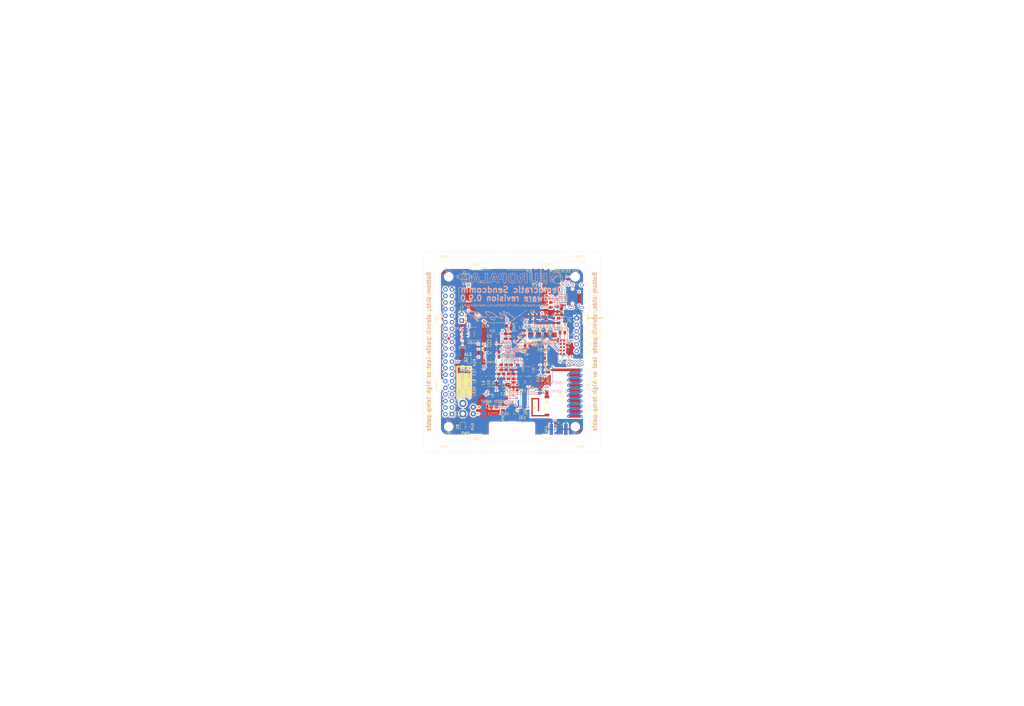
<source format=kicad_pcb>
(kicad_pcb (version 20171130) (host pcbnew 5.1.5+dfsg1-2build2)

  (general
    (thickness 1.6)
    (drawings 121)
    (tracks 1111)
    (zones 0)
    (modules 137)
    (nets 130)
  )

  (page A3)
  (title_block
    (title "Democratic Sendcomm")
    (date 2020-12-08)
    (rev 0.9.1)
    (company "Europalab Devices")
    (comment 1 "Copyright © 2020, Europalab Devices")
    (comment 2 "Fulfilling requirements of 20200210")
    (comment 3 "Pending quality assurance testing")
    (comment 4 "Release revision for manufacturing")
  )

  (layers
    (0 F.Cu signal)
    (1 In1.Cu signal)
    (2 In2.Cu signal)
    (31 B.Cu signal)
    (34 B.Paste user)
    (35 F.Paste user)
    (36 B.SilkS user)
    (37 F.SilkS user)
    (38 B.Mask user)
    (39 F.Mask user)
    (40 Dwgs.User user)
    (41 Cmts.User user)
    (44 Edge.Cuts user)
    (45 Margin user)
    (46 B.CrtYd user)
    (47 F.CrtYd user)
    (48 B.Fab user)
    (49 F.Fab user)
  )

  (setup
    (last_trace_width 0.127)
    (user_trace_width 0.1016)
    (user_trace_width 0.127)
    (user_trace_width 0.2)
    (trace_clearance 0.09)
    (zone_clearance 0.508)
    (zone_45_only no)
    (trace_min 0.09)
    (via_size 0.356)
    (via_drill 0.2)
    (via_min_size 0.356)
    (via_min_drill 0.2)
    (user_via 0.45 0.2)
    (user_via 0.6 0.3)
    (uvia_size 0.45)
    (uvia_drill 0.1)
    (uvias_allowed no)
    (uvia_min_size 0.45)
    (uvia_min_drill 0.1)
    (edge_width 0.1)
    (segment_width 0.1)
    (pcb_text_width 0.25)
    (pcb_text_size 1 1)
    (mod_edge_width 0.15)
    (mod_text_size 1 1)
    (mod_text_width 0.15)
    (pad_size 2 1.5)
    (pad_drill 0)
    (pad_to_mask_clearance 0)
    (aux_axis_origin 0 0)
    (visible_elements 7FFFFFFF)
    (pcbplotparams
      (layerselection 0x313fc_ffffffff)
      (usegerberextensions true)
      (usegerberattributes false)
      (usegerberadvancedattributes false)
      (creategerberjobfile false)
      (excludeedgelayer true)
      (linewidth 0.150000)
      (plotframeref false)
      (viasonmask false)
      (mode 1)
      (useauxorigin false)
      (hpglpennumber 1)
      (hpglpenspeed 20)
      (hpglpendiameter 15.000000)
      (psnegative false)
      (psa4output false)
      (plotreference true)
      (plotvalue true)
      (plotinvisibletext false)
      (padsonsilk false)
      (subtractmaskfromsilk false)
      (outputformat 1)
      (mirror false)
      (drillshape 0)
      (scaleselection 1)
      (outputdirectory "fabsingle"))
  )

  (net 0 "")
  (net 1 GND)
  (net 2 "Net-(AE1-Pad1)")
  (net 3 /Sheet5F53D5B4/RFSWPWR)
  (net 4 "Net-(C8-Pad1)")
  (net 5 /Sheet5F53D5B4/POWAMP)
  (net 6 "Net-(C13-Pad1)")
  (net 7 /Sheet5F53D5B4/HFOUT)
  (net 8 +3V3)
  (net 9 "Net-(C29-Pad1)")
  (net 10 /Sheet5F53D5B4/HPOUT)
  (net 11 /Sheet5F53D5B4/HFIN)
  (net 12 /Sheet5F53D5B4/BANDSEL)
  (net 13 "Net-(BT1-Pad1)")
  (net 14 /Sheet5F53D5B4/USB_BUS)
  (net 15 "Net-(C33-Pad1)")
  (net 16 "Net-(C34-Pad1)")
  (net 17 /Sheet5F53D5B4/CMDRST)
  (net 18 "Net-(D1-Pad2)")
  (net 19 "Net-(D1-Pad1)")
  (net 20 "Net-(D2-Pad1)")
  (net 21 "Net-(D2-Pad2)")
  (net 22 /Sheet5F53D5B4/USB_P)
  (net 23 /Sheet5F53D5B4/USB_N)
  (net 24 /Sheet60040980/ID_SD)
  (net 25 /Sheet60040980/ID_SC)
  (net 26 /Sheet5F53D5B4/SWDCLK)
  (net 27 "Net-(J3-Pad7)")
  (net 28 "Net-(J3-Pad8)")
  (net 29 "Net-(J4-Pad6)")
  (net 30 /Sheet5F53D5B4/CN_VBAT)
  (net 31 /Sheet5F53D5B4/XCEIV)
  (net 32 "Net-(AE5-Pad2)")
  (net 33 "Net-(C1-Pad1)")
  (net 34 "Net-(C7-Pad1)")
  (net 35 "Net-(C14-Pad1)")
  (net 36 "Net-(C17-Pad1)")
  (net 37 "Net-(C18-Pad2)")
  (net 38 "Net-(C19-Pad2)")
  (net 39 "Net-(C23-Pad2)")
  (net 40 "Net-(C23-Pad1)")
  (net 41 "Net-(C24-Pad1)")
  (net 42 "Net-(C24-Pad2)")
  (net 43 "Net-(C29-Pad2)")
  (net 44 "Net-(C33-Pad2)")
  (net 45 "Net-(C35-Pad2)")
  (net 46 "Net-(C40-Pad1)")
  (net 47 "Net-(J2-PadB5)")
  (net 48 "Net-(J2-PadA8)")
  (net 49 "Net-(J2-PadA5)")
  (net 50 "Net-(J2-PadB8)")
  (net 51 "Net-(J2-PadA4)")
  (net 52 "Net-(J3-Pad2)")
  (net 53 "Net-(J3-Pad3)")
  (net 54 "Net-(J3-Pad4)")
  (net 55 "Net-(J3-Pad5)")
  (net 56 "Net-(J3-Pad10)")
  (net 57 "Net-(J3-Pad11)")
  (net 58 "Net-(J3-Pad12)")
  (net 59 "Net-(J3-Pad13)")
  (net 60 "Net-(J3-Pad15)")
  (net 61 "Net-(J3-Pad16)")
  (net 62 "Net-(J3-Pad18)")
  (net 63 "Net-(J3-Pad19)")
  (net 64 "Net-(J3-Pad21)")
  (net 65 "Net-(J3-Pad22)")
  (net 66 "Net-(J3-Pad23)")
  (net 67 "Net-(J3-Pad24)")
  (net 68 "Net-(J3-Pad26)")
  (net 69 "Net-(J3-Pad29)")
  (net 70 "Net-(J3-Pad31)")
  (net 71 "Net-(J3-Pad32)")
  (net 72 "Net-(J3-Pad33)")
  (net 73 "Net-(J3-Pad35)")
  (net 74 "Net-(J3-Pad36)")
  (net 75 "Net-(J3-Pad37)")
  (net 76 "Net-(J3-Pad38)")
  (net 77 "Net-(J3-Pad40)")
  (net 78 "Net-(J4-Pad7)")
  (net 79 "Net-(J4-Pad8)")
  (net 80 "Net-(J5-Pad2)")
  (net 81 "Net-(J5-Pad3)")
  (net 82 "Net-(J5-Pad6)")
  (net 83 "Net-(J6-Pad1)")
  (net 84 "Net-(L1-Pad2)")
  (net 85 "Net-(R3-Pad1)")
  (net 86 "Net-(R4-Pad1)")
  (net 87 "Net-(R4-Pad2)")
  (net 88 "Net-(U2-Pad5)")
  (net 89 "Net-(U3-PadG1)")
  (net 90 "Net-(U3-PadH1)")
  (net 91 "Net-(U3-PadE3)")
  (net 92 "Net-(U3-PadE4)")
  (net 93 "Net-(U3-PadF4)")
  (net 94 "Net-(U3-PadE5)")
  (net 95 "Net-(U3-PadC7)")
  (net 96 "Net-(U3-PadD7)")
  (net 97 "Net-(U3-PadD8)")
  (net 98 "Net-(U5-Pad3)")
  (net 99 "Net-(U5-Pad4)")
  (net 100 "Net-(U8-Pad7)")
  (net 101 "Net-(U8-Pad3)")
  (net 102 "Net-(U8-Pad2)")
  (net 103 "Net-(U8-Pad1)")
  (net 104 "Net-(U9-Pad1)")
  (net 105 "Net-(U9-Pad2)")
  (net 106 "Net-(U9-Pad3)")
  (net 107 "Net-(U9-Pad7)")
  (net 108 /Sheet5F53D5B4/SWDIO)
  (net 109 "Net-(AE2-Pad1)")
  (net 110 "Net-(AE4-Pad1)")
  (net 111 "Net-(AE5-Pad1)")
  (net 112 "Net-(JP10-Pad1)")
  (net 113 "Net-(J6-Pad2)")
  (net 114 "Net-(J6-Pad3)")
  (net 115 "Net-(J6-Pad4)")
  (net 116 "Net-(J6-Pad5)")
  (net 117 "Net-(J6-Pad6)")
  (net 118 "Net-(J7-Pad1)")
  (net 119 "Net-(C94-Pad1)")
  (net 120 "Net-(C95-Pad1)")
  (net 121 /TP_SCL)
  (net 122 /TP_SDA)
  (net 123 "Net-(J20-Pad6)")
  (net 124 "Net-(J20-Pad7)")
  (net 125 "Net-(J20-Pad8)")
  (net 126 "Net-(Q2-Pad2)")
  (net 127 EXT_UART_TX)
  (net 128 EXT_UART_RX)
  (net 129 "Net-(D8-Pad2)")

  (net_class Default "This is the default net class."
    (clearance 0.09)
    (trace_width 0.09)
    (via_dia 0.356)
    (via_drill 0.2)
    (uvia_dia 0.45)
    (uvia_drill 0.1)
    (add_net +3V3)
    (add_net /Sheet5F53D5B4/BANDSEL)
    (add_net /Sheet5F53D5B4/CMDRST)
    (add_net /Sheet5F53D5B4/CN_VBAT)
    (add_net /Sheet5F53D5B4/HFIN)
    (add_net /Sheet5F53D5B4/HFOUT)
    (add_net /Sheet5F53D5B4/HPOUT)
    (add_net /Sheet5F53D5B4/POWAMP)
    (add_net /Sheet5F53D5B4/RFSWPWR)
    (add_net /Sheet5F53D5B4/SWDCLK)
    (add_net /Sheet5F53D5B4/SWDIO)
    (add_net /Sheet5F53D5B4/USB_BUS)
    (add_net /Sheet5F53D5B4/USB_N)
    (add_net /Sheet5F53D5B4/USB_P)
    (add_net /Sheet5F53D5B4/XCEIV)
    (add_net /Sheet60040980/ID_SC)
    (add_net /Sheet60040980/ID_SD)
    (add_net /TP_SCL)
    (add_net /TP_SDA)
    (add_net EXT_UART_RX)
    (add_net EXT_UART_TX)
    (add_net GND)
    (add_net "Net-(AE1-Pad1)")
    (add_net "Net-(AE2-Pad1)")
    (add_net "Net-(AE4-Pad1)")
    (add_net "Net-(AE5-Pad1)")
    (add_net "Net-(AE5-Pad2)")
    (add_net "Net-(BT1-Pad1)")
    (add_net "Net-(C1-Pad1)")
    (add_net "Net-(C13-Pad1)")
    (add_net "Net-(C14-Pad1)")
    (add_net "Net-(C17-Pad1)")
    (add_net "Net-(C18-Pad2)")
    (add_net "Net-(C19-Pad2)")
    (add_net "Net-(C23-Pad1)")
    (add_net "Net-(C23-Pad2)")
    (add_net "Net-(C24-Pad1)")
    (add_net "Net-(C24-Pad2)")
    (add_net "Net-(C29-Pad1)")
    (add_net "Net-(C29-Pad2)")
    (add_net "Net-(C33-Pad1)")
    (add_net "Net-(C33-Pad2)")
    (add_net "Net-(C34-Pad1)")
    (add_net "Net-(C35-Pad2)")
    (add_net "Net-(C40-Pad1)")
    (add_net "Net-(C7-Pad1)")
    (add_net "Net-(C8-Pad1)")
    (add_net "Net-(C94-Pad1)")
    (add_net "Net-(C95-Pad1)")
    (add_net "Net-(D1-Pad1)")
    (add_net "Net-(D1-Pad2)")
    (add_net "Net-(D2-Pad1)")
    (add_net "Net-(D2-Pad2)")
    (add_net "Net-(D8-Pad2)")
    (add_net "Net-(J2-PadA4)")
    (add_net "Net-(J2-PadA5)")
    (add_net "Net-(J2-PadA8)")
    (add_net "Net-(J2-PadB5)")
    (add_net "Net-(J2-PadB8)")
    (add_net "Net-(J20-Pad6)")
    (add_net "Net-(J20-Pad7)")
    (add_net "Net-(J20-Pad8)")
    (add_net "Net-(J3-Pad10)")
    (add_net "Net-(J3-Pad11)")
    (add_net "Net-(J3-Pad12)")
    (add_net "Net-(J3-Pad13)")
    (add_net "Net-(J3-Pad15)")
    (add_net "Net-(J3-Pad16)")
    (add_net "Net-(J3-Pad18)")
    (add_net "Net-(J3-Pad19)")
    (add_net "Net-(J3-Pad2)")
    (add_net "Net-(J3-Pad21)")
    (add_net "Net-(J3-Pad22)")
    (add_net "Net-(J3-Pad23)")
    (add_net "Net-(J3-Pad24)")
    (add_net "Net-(J3-Pad26)")
    (add_net "Net-(J3-Pad29)")
    (add_net "Net-(J3-Pad3)")
    (add_net "Net-(J3-Pad31)")
    (add_net "Net-(J3-Pad32)")
    (add_net "Net-(J3-Pad33)")
    (add_net "Net-(J3-Pad35)")
    (add_net "Net-(J3-Pad36)")
    (add_net "Net-(J3-Pad37)")
    (add_net "Net-(J3-Pad38)")
    (add_net "Net-(J3-Pad4)")
    (add_net "Net-(J3-Pad40)")
    (add_net "Net-(J3-Pad5)")
    (add_net "Net-(J3-Pad7)")
    (add_net "Net-(J3-Pad8)")
    (add_net "Net-(J4-Pad6)")
    (add_net "Net-(J4-Pad7)")
    (add_net "Net-(J4-Pad8)")
    (add_net "Net-(J5-Pad2)")
    (add_net "Net-(J5-Pad3)")
    (add_net "Net-(J5-Pad6)")
    (add_net "Net-(J6-Pad1)")
    (add_net "Net-(J6-Pad2)")
    (add_net "Net-(J6-Pad3)")
    (add_net "Net-(J6-Pad4)")
    (add_net "Net-(J6-Pad5)")
    (add_net "Net-(J6-Pad6)")
    (add_net "Net-(J7-Pad1)")
    (add_net "Net-(JP10-Pad1)")
    (add_net "Net-(L1-Pad2)")
    (add_net "Net-(Q2-Pad2)")
    (add_net "Net-(R3-Pad1)")
    (add_net "Net-(R4-Pad1)")
    (add_net "Net-(R4-Pad2)")
    (add_net "Net-(U2-Pad5)")
    (add_net "Net-(U3-PadC7)")
    (add_net "Net-(U3-PadD7)")
    (add_net "Net-(U3-PadD8)")
    (add_net "Net-(U3-PadE3)")
    (add_net "Net-(U3-PadE4)")
    (add_net "Net-(U3-PadE5)")
    (add_net "Net-(U3-PadF4)")
    (add_net "Net-(U3-PadG1)")
    (add_net "Net-(U3-PadH1)")
    (add_net "Net-(U5-Pad3)")
    (add_net "Net-(U5-Pad4)")
    (add_net "Net-(U8-Pad1)")
    (add_net "Net-(U8-Pad2)")
    (add_net "Net-(U8-Pad3)")
    (add_net "Net-(U8-Pad7)")
    (add_net "Net-(U9-Pad1)")
    (add_net "Net-(U9-Pad2)")
    (add_net "Net-(U9-Pad3)")
    (add_net "Net-(U9-Pad7)")
  )

  (net_class Power ""
    (clearance 0.2)
    (trace_width 0.5)
    (via_dia 1)
    (via_drill 0.7)
    (uvia_dia 0.5)
    (uvia_drill 0.1)
  )

  (module Elabdev:Meinkuerzel_signature_480DPI (layer B.Cu) (tedit 0) (tstamp 5FBE809B)
    (at 202 134 180)
    (fp_text reference G1 (at 0 0) (layer B.SilkS) hide
      (effects (font (size 1.524 1.524) (thickness 0.3)) (justify mirror))
    )
    (fp_text value Meinkuerzel_signature (at 0.75 0) (layer B.SilkS) hide
      (effects (font (size 1.524 1.524) (thickness 0.3)) (justify mirror))
    )
    (fp_poly (pts (xy 7.849084 1.675651) (xy 8.303148 1.632827) (xy 8.685942 1.550363) (xy 8.876057 1.481326)
      (xy 9.07938 1.34976) (xy 9.204465 1.178624) (xy 9.241225 0.986809) (xy 9.210768 0.854557)
      (xy 9.078684 0.643748) (xy 8.864557 0.429964) (xy 8.589687 0.233059) (xy 8.471807 0.165759)
      (xy 8.232808 0.053863) (xy 7.923436 -0.068816) (xy 7.576824 -0.190996) (xy 7.226108 -0.301392)
      (xy 6.904421 -0.388723) (xy 6.731621 -0.426811) (xy 6.398868 -0.490816) (xy 6.556265 -0.586535)
      (xy 6.736632 -0.743549) (xy 6.819572 -0.938245) (xy 6.82625 -1.022915) (xy 6.780462 -1.15416)
      (xy 6.660466 -1.295963) (xy 6.49231 -1.424979) (xy 6.30204 -1.517866) (xy 6.258842 -1.531402)
      (xy 6.0446 -1.569955) (xy 5.805186 -1.581627) (xy 5.582286 -1.566858) (xy 5.417587 -1.526091)
      (xy 5.409578 -1.522402) (xy 5.285381 -1.409276) (xy 5.232727 -1.237525) (xy 5.243042 -1.133742)
      (xy 5.545646 -1.133742) (xy 5.569322 -1.243922) (xy 5.599007 -1.270742) (xy 5.725804 -1.30367)
      (xy 5.911501 -1.301091) (xy 6.117136 -1.267785) (xy 6.303743 -1.20853) (xy 6.368163 -1.176419)
      (xy 6.483421 -1.090411) (xy 6.547775 -1.006994) (xy 6.550669 -0.996984) (xy 6.519163 -0.903747)
      (xy 6.404517 -0.814537) (xy 6.229026 -0.742568) (xy 6.060328 -0.706358) (xy 5.903418 -0.693399)
      (xy 5.806355 -0.717484) (xy 5.726223 -0.79035) (xy 5.718194 -0.79992) (xy 5.596762 -0.979847)
      (xy 5.545646 -1.133742) (xy 5.243042 -1.133742) (xy 5.253531 -1.028227) (xy 5.344918 -0.810631)
      (xy 5.442538 -0.642303) (xy 5.295353 -0.646487) (xy 5.12125 -0.625399) (xy 5.035885 -0.550663)
      (xy 5.027083 -0.501447) (xy 5.075804 -0.410776) (xy 5.222941 -0.351671) (xy 5.469958 -0.32355)
      (xy 5.476875 -0.323261) (xy 5.599677 -0.314345) (xy 5.697993 -0.289875) (xy 5.794712 -0.235966)
      (xy 5.912725 -0.138734) (xy 6.074923 0.015705) (xy 6.138333 0.077935) (xy 6.357426 0.284825)
      (xy 6.520758 0.415811) (xy 6.63982 0.476704) (xy 6.726105 0.473318) (xy 6.791106 0.411464)
      (xy 6.792772 0.408883) (xy 6.813029 0.349999) (xy 6.787897 0.281807) (xy 6.704882 0.184844)
      (xy 6.561666 0.048946) (xy 6.270625 -0.217166) (xy 6.532899 -0.183078) (xy 6.900304 -0.115245)
      (xy 7.289474 -0.008645) (xy 7.678243 0.127507) (xy 8.044445 0.283994) (xy 8.365914 0.451601)
      (xy 8.620483 0.621112) (xy 8.749193 0.738377) (xy 8.856936 0.865956) (xy 8.92727 0.965202)
      (xy 8.942916 1.001728) (xy 8.895983 1.084773) (xy 8.773369 1.176095) (xy 8.602358 1.259484)
      (xy 8.410231 1.318727) (xy 8.408998 1.318992) (xy 8.149682 1.354937) (xy 7.8128 1.371973)
      (xy 7.424917 1.370093) (xy 7.012599 1.349291) (xy 6.686734 1.319437) (xy 6.066773 1.222977)
      (xy 5.517194 1.081213) (xy 5.043989 0.897075) (xy 4.653152 0.673494) (xy 4.350673 0.413401)
      (xy 4.142546 0.119727) (xy 4.114637 0.061443) (xy 4.047094 -0.15251) (xy 4.06025 -0.336634)
      (xy 4.160207 -0.518581) (xy 4.270456 -0.644496) (xy 4.390411 -0.79173) (xy 4.431252 -0.900383)
      (xy 4.427296 -0.922309) (xy 4.357272 -0.99719) (xy 4.242023 -0.977517) (xy 4.082983 -0.863726)
      (xy 4.010682 -0.795217) (xy 3.879838 -0.680755) (xy 3.765594 -0.608691) (xy 3.712637 -0.594925)
      (xy 3.6215 -0.594723) (xy 3.455888 -0.585507) (xy 3.246599 -0.569127) (xy 3.175 -0.562633)
      (xy 2.951086 -0.544014) (xy 2.793821 -0.54282) (xy 2.664643 -0.565021) (xy 2.524987 -0.61659)
      (xy 2.371034 -0.687127) (xy 2.100169 -0.795663) (xy 1.89262 -0.837972) (xy 1.841867 -0.837015)
      (xy 1.72083 -0.812158) (xy 1.663036 -0.745697) (xy 1.637803 -0.635) (xy 1.623821 -0.491701)
      (xy 1.628566 -0.389706) (xy 1.630235 -0.383646) (xy 1.692219 -0.322789) (xy 1.789679 -0.330876)
      (xy 1.885465 -0.399867) (xy 1.916539 -0.445597) (xy 1.984375 -0.573694) (xy 2.371569 -0.384068)
      (xy 2.758764 -0.194442) (xy 3.165319 -0.256321) (xy 3.413597 -0.293214) (xy 3.576071 -0.310583)
      (xy 3.67165 -0.304292) (xy 3.719238 -0.270208) (xy 3.737742 -0.204195) (xy 3.744012 -0.129767)
      (xy 3.817818 0.177969) (xy 3.989413 0.470621) (xy 4.251219 0.74303) (xy 4.595656 0.99004)
      (xy 5.015149 1.206492) (xy 5.502117 1.387229) (xy 6.048984 1.527094) (xy 6.228561 1.561184)
      (xy 6.794861 1.64034) (xy 7.340678 1.678326) (xy 7.849084 1.675651)) (layer B.SilkS) (width 0.01))
    (fp_poly (pts (xy -4.580024 1.756567) (xy -4.544854 1.74305) (xy -4.466016 1.67622) (xy -4.437143 1.580417)
      (xy -4.461964 1.447967) (xy -4.544204 1.271201) (xy -4.68759 1.042447) (xy -4.895848 0.754033)
      (xy -5.172705 0.39829) (xy -5.237349 0.3175) (xy -5.411926 0.098408) (xy -5.577817 -0.112809)
      (xy -5.714811 -0.290245) (xy -5.794689 -0.396875) (xy -5.948296 -0.608542) (xy -5.791961 -0.468507)
      (xy -5.700695 -0.392772) (xy -5.541009 -0.266466) (xy -5.329307 -0.10231) (xy -5.081994 0.086977)
      (xy -4.815472 0.288675) (xy -4.815417 0.288716) (xy -4.345432 0.631252) (xy -3.946225 0.897872)
      (xy -3.615767 1.089474) (xy -3.352032 1.206955) (xy -3.152989 1.251211) (xy -3.016612 1.223138)
      (xy -2.940872 1.123633) (xy -2.939055 1.118116) (xy -2.92791 1.023519) (xy -2.955738 0.908417)
      (xy -3.029742 0.759005) (xy -3.157121 0.561475) (xy -3.345079 0.302021) (xy -3.409058 0.217037)
      (xy -3.654587 -0.113597) (xy -3.860834 -0.404313) (xy -4.022275 -0.646491) (xy -4.133388 -0.831509)
      (xy -4.188652 -0.950744) (xy -4.185335 -0.994958) (xy -4.120655 -0.981486) (xy -3.976478 -0.932768)
      (xy -3.770527 -0.855371) (xy -3.520529 -0.755864) (xy -3.349225 -0.685128) (xy -3.06462 -0.570045)
      (xy -2.797019 -0.469163) (xy -2.569108 -0.390505) (xy -2.403576 -0.342097) (xy -2.349431 -0.331513)
      (xy -2.183877 -0.291941) (xy -2.07811 -0.206425) (xy -2.041672 -0.151915) (xy -1.850086 0.096101)
      (xy -1.567603 0.354844) (xy -1.207453 0.616123) (xy -0.78287 0.87175) (xy -0.307084 1.113536)
      (xy 0.206672 1.333293) (xy 0.574448 1.467145) (xy 0.853452 1.556991) (xy 1.074831 1.61415)
      (xy 1.278935 1.645957) (xy 1.506112 1.659747) (xy 1.647661 1.662241) (xy 1.89537 1.661355)
      (xy 2.061526 1.650821) (xy 2.170245 1.626908) (xy 2.245641 1.585888) (xy 2.269431 1.566069)
      (xy 2.364656 1.413892) (xy 2.378536 1.21834) (xy 2.31231 1.002224) (xy 2.231511 0.867835)
      (xy 2.055394 0.653788) (xy 1.846452 0.444397) (xy 1.622129 0.252501) (xy 1.399873 0.090942)
      (xy 1.19713 -0.02744) (xy 1.031346 -0.089804) (xy 0.931657 -0.088852) (xy 0.853749 -0.025156)
      (xy 0.874571 0.06423) (xy 0.991583 0.174246) (xy 1.09802 0.242886) (xy 1.314624 0.387246)
      (xy 1.527802 0.560014) (xy 1.72429 0.746283) (xy 1.890825 0.931146) (xy 2.014146 1.099697)
      (xy 2.080988 1.237027) (xy 2.078088 1.32823) (xy 2.071165 1.336667) (xy 1.954541 1.387475)
      (xy 1.756832 1.400928) (xy 1.494763 1.380087) (xy 1.185063 1.328013) (xy 0.844457 1.247766)
      (xy 0.489674 1.142406) (xy 0.137439 1.014995) (xy -0.00172 0.957368) (xy -0.385109 0.777304)
      (xy -0.74297 0.581237) (xy -1.065571 0.377182) (xy -1.343179 0.173152) (xy -1.566062 -0.022838)
      (xy -1.724487 -0.202776) (xy -1.808722 -0.358647) (xy -1.809035 -0.482438) (xy -1.789329 -0.514562)
      (xy -1.69188 -0.558953) (xy -1.49842 -0.578536) (xy -1.2158 -0.573404) (xy -0.850872 -0.543648)
      (xy -0.464887 -0.496867) (xy -0.056607 -0.452123) (xy 0.260382 -0.442712) (xy 0.494773 -0.469264)
      (xy 0.655256 -0.532408) (xy 0.714552 -0.58228) (xy 0.776217 -0.725165) (xy 0.746162 -0.908878)
      (xy 0.632079 -1.115352) (xy 0.45893 -1.290216) (xy 0.2117 -1.450188) (xy -0.085638 -1.588107)
      (xy -0.409112 -1.696809) (xy -0.734748 -1.769134) (xy -1.038572 -1.797919) (xy -1.296612 -1.776003)
      (xy -1.42875 -1.731015) (xy -1.546706 -1.617759) (xy -1.577815 -1.519827) (xy -1.560687 -1.389395)
      (xy -1.486335 -1.336349) (xy -1.378138 -1.369493) (xy -1.317893 -1.421952) (xy -1.19986 -1.505637)
      (xy -1.092449 -1.534584) (xy -0.859949 -1.513387) (xy -0.579373 -1.457345) (xy -0.297878 -1.377776)
      (xy -0.068589 -1.288836) (xy 0.116249 -1.181832) (xy 0.284174 -1.050661) (xy 0.411262 -0.917533)
      (xy 0.473586 -0.804658) (xy 0.47625 -0.783054) (xy 0.425256 -0.757675) (xy 0.277287 -0.748743)
      (xy 0.039858 -0.755912) (xy -0.279513 -0.778835) (xy -0.673311 -0.817167) (xy -0.956033 -0.849048)
      (xy -1.308534 -0.882196) (xy -1.57585 -0.8857) (xy -1.774982 -0.85746) (xy -1.922933 -0.795374)
      (xy -2.017888 -0.717835) (xy -2.096716 -0.653738) (xy -2.190635 -0.62131) (xy -2.313833 -0.623423)
      (xy -2.480498 -0.662945) (xy -2.704818 -0.742748) (xy -3.00098 -0.865702) (xy -3.216817 -0.960383)
      (xy -3.585839 -1.11854) (xy -3.874386 -1.227749) (xy -4.094462 -1.290524) (xy -4.258069 -1.309381)
      (xy -4.377212 -1.286836) (xy -4.463891 -1.225404) (xy -4.466704 -1.222337) (xy -4.518051 -1.14061)
      (xy -4.530831 -1.040781) (xy -4.500098 -0.912213) (xy -4.420902 -0.744269) (xy -4.288295 -0.526313)
      (xy -4.097327 -0.247708) (xy -3.863138 0.07498) (xy -3.679345 0.325213) (xy -3.519393 0.545064)
      (xy -3.393108 0.720859) (xy -3.310313 0.838921) (xy -3.280834 0.885525) (xy -3.323557 0.888476)
      (xy -3.399896 0.869711) (xy -3.542096 0.805036) (xy -3.750284 0.678102) (xy -4.027571 0.486762)
      (xy -4.377062 0.228867) (xy -4.801868 -0.097732) (xy -4.81991 -0.111817) (xy -5.187034 -0.396401)
      (xy -5.482932 -0.620081) (xy -5.717862 -0.789492) (xy -5.902078 -0.911266) (xy -6.045837 -0.99204)
      (xy -6.159396 -1.038447) (xy -6.25301 -1.057121) (xy -6.283148 -1.058333) (xy -6.40378 -1.045849)
      (xy -6.450441 -0.994435) (xy -6.455563 -0.939271) (xy -6.445942 -0.865735) (xy -6.412644 -0.776476)
      (xy -6.348546 -0.66103) (xy -6.24652 -0.508935) (xy -6.099443 -0.309727) (xy -5.90019 -0.052942)
      (xy -5.641635 0.271882) (xy -5.570553 0.360397) (xy -5.363566 0.620769) (xy -5.174974 0.863504)
      (xy -5.016826 1.072659) (xy -4.901172 1.23229) (xy -4.84006 1.326453) (xy -4.839117 1.328251)
      (xy -4.786636 1.436383) (xy -4.790145 1.473528) (xy -4.856494 1.462433) (xy -4.877731 1.456477)
      (xy -4.973599 1.420322) (xy -5.140081 1.348706) (xy -5.352621 1.252468) (xy -5.55625 1.156974)
      (xy -6.094525 0.881508) (xy -6.644499 0.565345) (xy -7.182748 0.223911) (xy -7.685848 -0.12737)
      (xy -8.130378 -0.473072) (xy -8.424687 -0.732038) (xy -8.650145 -0.95487) (xy -8.800069 -1.131002)
      (xy -8.884377 -1.276175) (xy -8.912984 -1.406131) (xy -8.905425 -1.495188) (xy -8.906488 -1.61853)
      (xy -8.964006 -1.672137) (xy -9.075823 -1.672519) (xy -9.156792 -1.593028) (xy -9.200558 -1.456755)
      (xy -9.200763 -1.286789) (xy -9.151052 -1.106218) (xy -9.131299 -1.06447) (xy -9.024915 -0.913844)
      (xy -8.843627 -0.718433) (xy -8.601654 -0.490528) (xy -8.313213 -0.242422) (xy -7.992524 0.013592)
      (xy -7.653804 0.265222) (xy -7.3545 0.471681) (xy -6.896098 0.764541) (xy -6.449337 1.028776)
      (xy -6.024338 1.259805) (xy -5.631223 1.453048) (xy -5.280112 1.603926) (xy -4.981128 1.707858)
      (xy -4.744392 1.760265) (xy -4.580024 1.756567)) (layer B.SilkS) (width 0.01))
  )

  (module Elabdev:Panel_Mousetab_25mm_Single (layer F.Cu) (tedit 5CD9E59A) (tstamp 5FBE7343)
    (at 224 114.25 270)
    (path /5CD5C3A7)
    (fp_text reference TAB5 (at 0 0 180) (layer F.SilkS)
      (effects (font (size 0.8 0.8) (thickness 0.13)))
    )
    (fp_text value Pantab (at 0 -3.5 270) (layer F.Fab)
      (effects (font (size 1 1) (thickness 0.15)))
    )
    (fp_line (start -2.1 -2.6) (end 2.1 -2.6) (layer F.CrtYd) (width 0.15))
    (fp_line (start -2.1 2.6) (end -2.1 -2.6) (layer F.CrtYd) (width 0.15))
    (fp_line (start 2.1 2.6) (end -2.1 2.6) (layer F.CrtYd) (width 0.15))
    (fp_line (start 2.1 -2.6) (end 2.1 2.6) (layer F.CrtYd) (width 0.15))
    (fp_line (start -1.25 -2.2) (end -1.25 2.2) (layer F.Fab) (width 0.15))
    (fp_line (start 1.25 -2.2) (end 1.25 2.2) (layer F.Fab) (width 0.15))
    (pad "" np_thru_hole circle (at 1.35 -2 270) (size 0.5 0.5) (drill 0.5) (layers *.Cu))
    (pad "" np_thru_hole circle (at 1.35 -1.2 270) (size 0.5 0.5) (drill 0.5) (layers *.Cu))
    (pad "" np_thru_hole circle (at 1.35 -0.4 270) (size 0.5 0.5) (drill 0.5) (layers *.Cu))
    (pad "" np_thru_hole circle (at 1.35 0.4 270) (size 0.5 0.5) (drill 0.5) (layers *.Cu))
    (pad "" np_thru_hole circle (at 1.35 1.2 270) (size 0.5 0.5) (drill 0.5) (layers *.Cu))
    (pad "" np_thru_hole circle (at 1.35 2 270) (size 0.5 0.5) (drill 0.5) (layers *.Cu))
  )

  (module Elabdev:Elablogoslk-Gfx (layer B.Cu) (tedit 0) (tstamp 5FBDF7AF)
    (at 210 119.5 180)
    (fp_text reference G** (at 0 0) (layer B.SilkS) hide
      (effects (font (size 1.524 1.524) (thickness 0.3)) (justify mirror))
    )
    (fp_text value Elablogoslk (at 0.75 0) (layer B.SilkS) hide
      (effects (font (size 1.524 1.524) (thickness 0.3)) (justify mirror))
    )
    (fp_poly (pts (xy -15.405836 -0.675184) (xy -15.287483 -0.702055) (xy -15.188143 -0.754619) (xy -15.108772 -0.827765)
      (xy -15.050327 -0.916382) (xy -15.013763 -1.015359) (xy -15.000037 -1.119584) (xy -15.010104 -1.223945)
      (xy -15.04492 -1.323332) (xy -15.105441 -1.412633) (xy -15.192623 -1.486737) (xy -15.24833 -1.517344)
      (xy -15.356716 -1.550357) (xy -15.476625 -1.557984) (xy -15.592872 -1.539403) (xy -15.602283 -1.53653)
      (xy -15.678123 -1.497127) (xy -15.752493 -1.432517) (xy -15.815972 -1.352895) (xy -15.859141 -1.268459)
      (xy -15.864155 -1.2531) (xy -15.88425 -1.176683) (xy -15.891257 -1.117668) (xy -15.885212 -1.059627)
      (xy -15.866149 -0.986134) (xy -15.864727 -0.981328) (xy -15.815988 -0.8777) (xy -15.739972 -0.790432)
      (xy -15.643773 -0.72426) (xy -15.534487 -0.683915) (xy -15.419207 -0.674131) (xy -15.405836 -0.675184)) (layer B.Mask) (width 0.01))
    (fp_poly (pts (xy 17.476107 1.827609) (xy 17.687258 1.825899) (xy 17.865618 1.824237) (xy 18.014678 1.822477)
      (xy 18.137934 1.82047) (xy 18.238879 1.818068) (xy 18.321005 1.815122) (xy 18.387806 1.811484)
      (xy 18.442776 1.807007) (xy 18.489407 1.801541) (xy 18.531194 1.794939) (xy 18.57163 1.787052)
      (xy 18.6055 1.779685) (xy 18.771822 1.733432) (xy 18.923911 1.673315) (xy 19.054677 1.602656)
      (xy 19.157033 1.524776) (xy 19.164226 1.5179) (xy 19.246251 1.417951) (xy 19.315464 1.294688)
      (xy 19.365371 1.16053) (xy 19.377923 1.109275) (xy 19.39052 1.010407) (xy 19.393203 0.893754)
      (xy 19.386762 0.771789) (xy 19.371983 0.656983) (xy 19.349655 0.561808) (xy 19.341939 0.539811)
      (xy 19.283862 0.430962) (xy 19.19941 0.326298) (xy 19.097976 0.236127) (xy 19.019624 0.185927)
      (xy 18.914298 0.12941) (xy 18.968542 0.109123) (xy 19.093064 0.054672) (xy 19.194891 -0.009335)
      (xy 19.285933 -0.089714) (xy 19.390804 -0.214403) (xy 19.467199 -0.350129) (xy 19.516977 -0.501894)
      (xy 19.541997 -0.674698) (xy 19.545898 -0.789214) (xy 19.53245 -0.987132) (xy 19.491752 -1.163006)
      (xy 19.423278 -1.317328) (xy 19.326496 -1.450588) (xy 19.200879 -1.563277) (xy 19.045898 -1.655885)
      (xy 18.861023 -1.728905) (xy 18.645726 -1.782826) (xy 18.442214 -1.81358) (xy 18.390712 -1.817354)
      (xy 18.307346 -1.820878) (xy 18.196536 -1.82407) (xy 18.062704 -1.826851) (xy 17.910272 -1.829142)
      (xy 17.743659 -1.830864) (xy 17.567287 -1.831936) (xy 17.403536 -1.83228) (xy 16.528143 -1.832429)
      (xy 16.528143 -1.197429) (xy 17.471571 -1.197429) (xy 17.812474 -1.197429) (xy 17.960507 -1.19621)
      (xy 18.077011 -1.192363) (xy 18.166668 -1.185602) (xy 18.234157 -1.175639) (xy 18.257984 -1.170182)
      (xy 18.384709 -1.1231) (xy 18.482481 -1.054854) (xy 18.552639 -0.964254) (xy 18.589417 -0.8761)
      (xy 18.611394 -0.756961) (xy 18.608994 -0.636283) (xy 18.583832 -0.523232) (xy 18.537525 -0.426977)
      (xy 18.502598 -0.383459) (xy 18.44707 -0.333771) (xy 18.385424 -0.294593) (xy 18.312843 -0.264829)
      (xy 18.22451 -0.243381) (xy 18.115607 -0.229153) (xy 17.981316 -0.221046) (xy 17.816821 -0.217964)
      (xy 17.775464 -0.217851) (xy 17.471571 -0.217714) (xy 17.471571 -1.197429) (xy 16.528143 -1.197429)
      (xy 16.528143 1.197428) (xy 17.471571 1.197428) (xy 17.471571 0.417286) (xy 17.804933 0.417286)
      (xy 17.937918 0.418126) (xy 18.040036 0.420891) (xy 18.116671 0.425945) (xy 18.173209 0.433651)
      (xy 18.215035 0.444376) (xy 18.217426 0.445205) (xy 18.319056 0.498467) (xy 18.395331 0.575146)
      (xy 18.444205 0.67085) (xy 18.463631 0.781188) (xy 18.451564 0.901769) (xy 18.443884 0.931299)
      (xy 18.396902 1.030842) (xy 18.322562 1.110813) (xy 18.227195 1.165118) (xy 18.18819 1.177399)
      (xy 18.143627 1.184049) (xy 18.070672 1.189765) (xy 17.977218 1.19415) (xy 17.871155 1.196808)
      (xy 17.790109 1.197428) (xy 17.471571 1.197428) (xy 16.528143 1.197428) (xy 16.528143 1.835008)
      (xy 17.476107 1.827609)) (layer B.Mask) (width 0.01))
    (fp_poly (pts (xy 14.119941 1.828149) (xy 14.684369 1.823357) (xy 15.359475 0) (xy 16.034582 -1.823357)
      (xy 15.571079 -1.828205) (xy 15.445094 -1.82918) (xy 15.331429 -1.829406) (xy 15.235013 -1.828925)
      (xy 15.160777 -1.827781) (xy 15.11365 -1.826018) (xy 15.098562 -1.824039) (xy 15.090052 -1.80483)
      (xy 15.071782 -1.756797) (xy 15.045759 -1.68544) (xy 15.013987 -1.59626) (xy 14.978473 -1.494759)
      (xy 14.977731 -1.49262) (xy 14.865914 -1.170214) (xy 14.120645 -1.165479) (xy 13.375375 -1.160744)
      (xy 13.306737 -1.355979) (xy 13.272699 -1.452448) (xy 13.236904 -1.553325) (xy 13.204622 -1.643779)
      (xy 13.188986 -1.687286) (xy 13.139873 -1.823357) (xy 12.664678 -1.828197) (xy 12.53823 -1.828961)
      (xy 12.425118 -1.828639) (xy 12.329969 -1.827326) (xy 12.257408 -1.825117) (xy 12.212064 -1.822108)
      (xy 12.19843 -1.818559) (xy 12.205849 -1.799875) (xy 12.225002 -1.749455) (xy 12.255032 -1.669593)
      (xy 12.295087 -1.562586) (xy 12.34431 -1.430729) (xy 12.401847 -1.276318) (xy 12.466842 -1.101648)
      (xy 12.538441 -0.909015) (xy 12.615789 -0.700714) (xy 12.69803 -0.479041) (xy 12.702348 -0.467391)
      (xy 13.614056 -0.467391) (xy 13.61958 -0.47467) (xy 13.636172 -0.480187) (xy 13.66764 -0.484184)
      (xy 13.717795 -0.486904) (xy 13.790447 -0.488587) (xy 13.889405 -0.489478) (xy 14.01848 -0.489817)
      (xy 14.115143 -0.489857) (xy 14.270607 -0.489531) (xy 14.392961 -0.488457) (xy 14.485375 -0.486493)
      (xy 14.551022 -0.483496) (xy 14.59307 -0.479323) (xy 14.614692 -0.473831) (xy 14.619171 -0.467179)
      (xy 14.611769 -0.445613) (xy 14.593892 -0.393441) (xy 14.566814 -0.314385) (xy 14.53181 -0.212168)
      (xy 14.490155 -0.090515) (xy 14.443125 0.046852) (xy 14.391994 0.196209) (xy 14.367839 0.266773)
      (xy 14.315439 0.418794) (xy 14.266379 0.559098) (xy 14.221933 0.684192) (xy 14.183374 0.790582)
      (xy 14.151976 0.874778) (xy 14.129011 0.933285) (xy 14.115754 0.96261) (xy 14.11319 0.965273)
      (xy 14.105039 0.945854) (xy 14.08648 0.895813) (xy 14.058824 0.818867) (xy 14.023386 0.718735)
      (xy 13.981478 0.599134) (xy 13.934414 0.463783) (xy 13.883507 0.316398) (xy 13.865167 0.263071)
      (xy 13.813057 0.111504) (xy 13.764295 -0.030104) (xy 13.720215 -0.157901) (xy 13.682146 -0.268036)
      (xy 13.651421 -0.356659) (xy 13.629372 -0.419918) (xy 13.617329 -0.453964) (xy 13.615787 -0.458107)
      (xy 13.614056 -0.467391) (xy 12.702348 -0.467391) (xy 12.784311 -0.246291) (xy 12.842155 -0.090148)
      (xy 12.931409 0.150825) (xy 13.017702 0.38378) (xy 13.100126 0.606258) (xy 13.177768 0.815802)
      (xy 13.249717 1.009954) (xy 13.315063 1.186256) (xy 13.372895 1.34225) (xy 13.422301 1.47548)
      (xy 13.462371 1.583486) (xy 13.492193 1.663811) (xy 13.510857 1.713998) (xy 13.516223 1.728364)
      (xy 13.555513 1.832942) (xy 14.119941 1.828149)) (layer B.Mask) (width 0.01))
    (fp_poly (pts (xy 10.359571 -1.124857) (xy 12.028714 -1.124857) (xy 12.028714 -1.832429) (xy 9.416143 -1.832429)
      (xy 9.416143 1.832429) (xy 10.359571 1.832429) (xy 10.359571 -1.124857)) (layer B.Mask) (width 0.01))
    (fp_poly (pts (xy 8.199353 0.127) (xy 8.288425 -0.113439) (xy 8.374711 -0.34635) (xy 8.457277 -0.569212)
      (xy 8.535188 -0.7795) (xy 8.607508 -0.974691) (xy 8.673302 -1.152261) (xy 8.731636 -1.309687)
      (xy 8.781574 -1.444447) (xy 8.822182 -1.554015) (xy 8.852524 -1.63587) (xy 8.871666 -1.687486)
      (xy 8.876754 -1.701194) (xy 8.925739 -1.83303) (xy 8.45225 -1.828194) (xy 7.97876 -1.823357)
      (xy 7.866169 -1.496786) (xy 7.753577 -1.170214) (xy 6.263113 -1.160744) (xy 6.215979 -1.292479)
      (xy 6.18957 -1.366538) (xy 6.156119 -1.460694) (xy 6.120643 -1.560816) (xy 6.098384 -1.623786)
      (xy 6.027922 -1.823357) (xy 5.555303 -1.828192) (xy 5.082684 -1.833026) (xy 5.109 -1.764692)
      (xy 5.118841 -1.738485) (xy 5.140399 -1.680606) (xy 5.172801 -1.59341) (xy 5.215173 -1.479255)
      (xy 5.26664 -1.3405) (xy 5.32633 -1.1795) (xy 5.393368 -0.998613) (xy 5.46688 -0.800198)
      (xy 5.545992 -0.586611) (xy 5.590624 -0.466084) (xy 6.500383 -0.466084) (xy 6.503747 -0.473226)
      (xy 6.522197 -0.478851) (xy 6.559117 -0.48312) (xy 6.617891 -0.486194) (xy 6.701902 -0.488231)
      (xy 6.814535 -0.489393) (xy 6.959172 -0.489839) (xy 7.003143 -0.489857) (xy 7.158575 -0.489532)
      (xy 7.280898 -0.488459) (xy 7.373282 -0.486498) (xy 7.438898 -0.483504) (xy 7.480918 -0.479336)
      (xy 7.502511 -0.47385) (xy 7.506956 -0.467179) (xy 7.499509 -0.445611) (xy 7.481591 -0.393437)
      (xy 7.454479 -0.31438) (xy 7.419449 -0.212163) (xy 7.377777 -0.090513) (xy 7.33074 0.046847)
      (xy 7.279613 0.196192) (xy 7.255551 0.266494) (xy 7.203171 0.418497) (xy 7.154136 0.558793)
      (xy 7.109719 0.683886) (xy 7.071192 0.790281) (xy 7.039829 0.874483) (xy 7.016902 0.932996)
      (xy 7.003686 0.962326) (xy 7.001147 0.964994) (xy 6.993017 0.945656) (xy 6.974441 0.89568)
      (xy 6.946726 0.818758) (xy 6.911178 0.718582) (xy 6.869105 0.598844) (xy 6.821814 0.463236)
      (xy 6.770613 0.31545) (xy 6.749793 0.255094) (xy 6.697385 0.103053) (xy 6.648476 -0.038716)
      (xy 6.604368 -0.166446) (xy 6.566363 -0.276369) (xy 6.535764 -0.364717) (xy 6.513876 -0.427723)
      (xy 6.502 -0.461619) (xy 6.500383 -0.466084) (xy 5.590624 -0.466084) (xy 5.629831 -0.36021)
      (xy 5.717523 -0.123352) (xy 5.786688 0.0635) (xy 6.438059 1.823357) (xy 7.570937 1.823357)
      (xy 8.199353 0.127)) (layer B.Mask) (width 0.01))
    (fp_poly (pts (xy 3.261178 1.827277) (xy 3.480979 1.825468) (xy 3.667644 1.823588) (xy 3.824324 1.821528)
      (xy 3.954168 1.819181) (xy 4.060326 1.81644) (xy 4.145949 1.813196) (xy 4.214186 1.809344)
      (xy 4.268189 1.804775) (xy 4.311106 1.799382) (xy 4.346087 1.793058) (xy 4.360384 1.789806)
      (xy 4.57993 1.722356) (xy 4.770202 1.633466) (xy 4.931207 1.523128) (xy 5.062949 1.391336)
      (xy 5.165434 1.238084) (xy 5.238668 1.063365) (xy 5.282655 0.867172) (xy 5.297401 0.6495)
      (xy 5.297399 0.645705) (xy 5.288217 0.449129) (xy 5.259944 0.278882) (xy 5.210498 0.129241)
      (xy 5.137794 -0.005519) (xy 5.039749 -0.131121) (xy 4.999026 -0.174012) (xy 4.895224 -0.267312)
      (xy 4.781879 -0.345945) (xy 4.655594 -0.410816) (xy 4.512975 -0.462831) (xy 4.350626 -0.502892)
      (xy 4.165152 -0.531906) (xy 3.953157 -0.550777) (xy 3.711246 -0.56041) (xy 3.542393 -0.562141)
      (xy 3.229428 -0.562429) (xy 3.229428 -1.832429) (xy 2.286 -1.832429) (xy 2.286 1.161143)
      (xy 3.229428 1.161143) (xy 3.229428 0.124325) (xy 3.596821 0.130257) (xy 3.723136 0.132565)
      (xy 3.819164 0.135281) (xy 3.890902 0.139038) (xy 3.944349 0.144469) (xy 3.985502 0.152208)
      (xy 4.020359 0.16289) (xy 4.054919 0.177147) (xy 4.059313 0.17912) (xy 4.169998 0.247064)
      (xy 4.252769 0.337754) (xy 4.306977 0.449997) (xy 4.331976 0.582598) (xy 4.332071 0.68209)
      (xy 4.311044 0.815987) (xy 4.265746 0.924961) (xy 4.194448 1.012525) (xy 4.152688 1.046406)
      (xy 4.091383 1.0851) (xy 4.025279 1.114474) (xy 3.948479 1.135638) (xy 3.855086 1.149702)
      (xy 3.739205 1.157776) (xy 3.594939 1.16097) (xy 3.543117 1.161143) (xy 3.229428 1.161143)
      (xy 2.286 1.161143) (xy 2.286 1.834702) (xy 3.261178 1.827277)) (layer B.Mask) (width 0.01))
    (fp_poly (pts (xy -5.021036 1.832322) (xy -4.790545 1.831953) (xy -4.592718 1.830742) (xy -4.423936 1.828439)
      (xy -4.280582 1.824796) (xy -4.15904 1.819563) (xy -4.05569 1.812491) (xy -3.966916 1.80333)
      (xy -3.8891 1.791831) (xy -3.818625 1.777744) (xy -3.751873 1.760821) (xy -3.685226 1.740812)
      (xy -3.683 1.7401) (xy -3.505143 1.668202) (xy -3.35675 1.57546) (xy -3.237033 1.461065)
      (xy -3.145204 1.32421) (xy -3.080473 1.164086) (xy -3.065095 1.106714) (xy -3.052126 1.024859)
      (xy -3.044784 0.920167) (xy -3.043076 0.805447) (xy -3.04701 0.693506) (xy -3.056593 0.597152)
      (xy -3.064765 0.553367) (xy -3.122067 0.387982) (xy -3.210124 0.241735) (xy -3.328674 0.114934)
      (xy -3.477456 0.007885) (xy -3.57383 -0.043297) (xy -3.737708 -0.121173) (xy -3.668326 -0.14196)
      (xy -3.581385 -0.180968) (xy -3.486689 -0.24535) (xy -3.393008 -0.328178) (xy -3.309114 -0.42252)
      (xy -3.302741 -0.430815) (xy -3.267184 -0.483895) (xy -3.217707 -0.567269) (xy -3.155723 -0.678343)
      (xy -3.082645 -0.814521) (xy -2.999885 -0.973211) (xy -2.908856 -1.151818) (xy -2.893023 -1.183254)
      (xy -2.82288 -1.322987) (xy -2.758127 -1.452445) (xy -2.700522 -1.56808) (xy -2.651821 -1.666341)
      (xy -2.613784 -1.743682) (xy -2.588166 -1.796552) (xy -2.576727 -1.821403) (xy -2.576286 -1.822789)
      (xy -2.593653 -1.825316) (xy -2.642652 -1.827593) (xy -2.718631 -1.829528) (xy -2.816936 -1.831032)
      (xy -2.932915 -1.832014) (xy -3.061914 -1.832384) (xy -3.070679 -1.832385) (xy -3.565072 -1.832341)
      (xy -3.841286 -1.280998) (xy -3.935266 -1.094993) (xy -4.016708 -0.93913) (xy -4.088439 -0.810677)
      (xy -4.153287 -0.706904) (xy -4.214078 -0.625078) (xy -4.27364 -0.562471) (xy -4.334799 -0.51635)
      (xy -4.400382 -0.483984) (xy -4.473218 -0.462643) (xy -4.556132 -0.449597) (xy -4.651953 -0.442113)
      (xy -4.712607 -0.439322) (xy -4.934857 -0.43053) (xy -4.934857 -1.832429) (xy -5.878286 -1.832429)
      (xy -5.878286 0.194859) (xy -4.934857 0.194859) (xy -4.640036 0.20436) (xy -4.485926 0.211499)
      (xy -4.366408 0.22194) (xy -4.279926 0.23584) (xy -4.249825 0.243746) (xy -4.144318 0.293932)
      (xy -4.063726 0.369853) (xy -4.008771 0.470198) (xy -3.980174 0.593659) (xy -3.978435 0.736049)
      (xy -3.99804 0.857385) (xy -4.035625 0.958384) (xy -4.088688 1.032538) (xy -4.094482 1.037986)
      (xy -4.130735 1.063292) (xy -4.185257 1.093514) (xy -4.218877 1.109665) (xy -4.256325 1.124906)
      (xy -4.295556 1.136159) (xy -4.3433 1.144228) (xy -4.406282 1.149916) (xy -4.491232 1.154025)
      (xy -4.604875 1.15736) (xy -4.621893 1.157773) (xy -4.934857 1.165259) (xy -4.934857 0.194859)
      (xy -5.878286 0.194859) (xy -5.878286 1.832429) (xy -5.021036 1.832322)) (layer B.Mask) (width 0.01))
    (fp_poly (pts (xy -10.867571 1.124857) (xy -12.482286 1.124857) (xy -12.482286 0.435429) (xy -10.976429 0.435429)
      (xy -10.976429 -0.272143) (xy -12.482286 -0.272143) (xy -12.482286 -1.124857) (xy -10.813143 -1.124857)
      (xy -10.813143 -1.832429) (xy -13.425714 -1.832429) (xy -13.425714 1.832429) (xy -10.867571 1.832429)
      (xy -10.867571 1.124857)) (layer B.Mask) (width 0.01))
    (fp_poly (pts (xy -0.228978 1.89448) (xy -0.078724 1.888371) (xy 0.055719 1.876762) (xy 0.151065 1.86234)
      (xy 0.390616 1.801445) (xy 0.605048 1.717288) (xy 0.798897 1.607509) (xy 0.976703 1.469751)
      (xy 1.061357 1.38929) (xy 1.213795 1.212223) (xy 1.337717 1.01768) (xy 1.433707 0.804035)
      (xy 1.502349 0.569664) (xy 1.544225 0.31294) (xy 1.559919 0.032239) (xy 1.560072 0)
      (xy 1.5472 -0.283492) (xy 1.5082 -0.542822) (xy 1.442499 -0.779588) (xy 1.349522 -0.99539)
      (xy 1.228695 -1.191828) (xy 1.079444 -1.370501) (xy 1.061357 -1.389048) (xy 0.896512 -1.53709)
      (xy 0.720815 -1.65755) (xy 0.53061 -1.751843) (xy 0.322238 -1.821386) (xy 0.092042 -1.867598)
      (xy -0.163636 -1.891894) (xy -0.244929 -1.895095) (xy -0.344247 -1.897272) (xy -0.433738 -1.898118)
      (xy -0.505666 -1.897644) (xy -0.552295 -1.895858) (xy -0.562429 -1.894726) (xy -0.602523 -1.888187)
      (xy -0.665462 -1.878473) (xy -0.738175 -1.867598) (xy -0.743857 -1.866762) (xy -0.987164 -1.813977)
      (xy -1.214974 -1.730312) (xy -1.424808 -1.617574) (xy -1.614186 -1.477568) (xy -1.78063 -1.3121)
      (xy -1.92166 -1.122975) (xy -2.025001 -0.933616) (xy -2.105385 -0.721719) (xy -2.162321 -0.489395)
      (xy -2.195876 -0.243481) (xy -2.205744 0) (xy -1.222288 0) (xy -1.221796 -0.128993)
      (xy -1.219948 -0.228802) (xy -1.216185 -0.306517) (xy -1.20995 -0.369231) (xy -1.200684 -0.424036)
      (xy -1.187828 -0.478023) (xy -1.183354 -0.494518) (xy -1.114887 -0.688703) (xy -1.025572 -0.853973)
      (xy -0.916566 -0.989615) (xy -0.789032 -1.09492) (xy -0.644127 -1.169176) (xy -0.483013 -1.211671)
      (xy -0.306849 -1.221694) (xy -0.116795 -1.198534) (xy -0.057367 -1.18504) (xy 0.084118 -1.131346)
      (xy 0.213032 -1.045953) (xy 0.326853 -0.932026) (xy 0.423063 -0.79273) (xy 0.499138 -0.631233)
      (xy 0.55256 -0.450698) (xy 0.56112 -0.408214) (xy 0.584828 -0.229692) (xy 0.593933 -0.038244)
      (xy 0.588859 0.15539) (xy 0.57003 0.340473) (xy 0.537873 0.506266) (xy 0.522796 0.560199)
      (xy 0.450801 0.743853) (xy 0.357363 0.898533) (xy 0.243303 1.023688) (xy 0.109438 1.118771)
      (xy -0.043412 1.183232) (xy -0.214428 1.216521) (xy -0.402793 1.218089) (xy -0.451366 1.213587)
      (xy -0.615554 1.178187) (xy -0.763149 1.110952) (xy -0.893253 1.012766) (xy -1.004968 0.884509)
      (xy -1.097397 0.727063) (xy -1.169644 0.541309) (xy -1.183354 0.494518) (xy -1.197354 0.439443)
      (xy -1.207603 0.385605) (xy -1.214658 0.325911) (xy -1.21908 0.25327) (xy -1.221425 0.160591)
      (xy -1.222252 0.04078) (xy -1.222288 0) (xy -2.205744 0) (xy -2.206117 0.009184)
      (xy -2.193113 0.261761) (xy -2.156929 0.507413) (xy -2.097634 0.739303) (xy -2.015294 0.95059)
      (xy -2.006273 0.969348) (xy -1.884663 1.178429) (xy -1.737221 1.362156) (xy -1.564379 1.520214)
      (xy -1.366569 1.652289) (xy -1.144222 1.758066) (xy -0.897769 1.837229) (xy -0.781432 1.863623)
      (xy -0.671269 1.87966) (xy -0.535583 1.890138) (xy -0.384709 1.895074) (xy -0.228978 1.89448)) (layer B.Mask) (width 0.01))
    (fp_poly (pts (xy -6.826317 0.53975) (xy -6.827566 0.291846) (xy -6.828746 0.077441) (xy -6.829948 -0.106249)
      (xy -6.831263 -0.262012) (xy -6.83278 -0.392631) (xy -6.834591 -0.500893) (xy -6.836785 -0.589584)
      (xy -6.839454 -0.661489) (xy -6.842688 -0.719394) (xy -6.846576 -0.766085) (xy -6.85121 -0.804347)
      (xy -6.856681 -0.836965) (xy -6.863077 -0.866726) (xy -6.870491 -0.896416) (xy -6.8733 -0.907143)
      (xy -6.945951 -1.121606) (xy -7.044066 -1.310445) (xy -7.167245 -1.473259) (xy -7.315092 -1.609643)
      (xy -7.487208 -1.719196) (xy -7.683195 -1.801513) (xy -7.78606 -1.831342) (xy -7.99491 -1.872121)
      (xy -8.223254 -1.895786) (xy -8.458202 -1.901599) (xy -8.686866 -1.888819) (xy -8.721534 -1.885054)
      (xy -8.963638 -1.84308) (xy -9.179163 -1.776508) (xy -9.368393 -1.685132) (xy -9.531612 -1.568747)
      (xy -9.669105 -1.427148) (xy -9.781154 -1.260129) (xy -9.868045 -1.067486) (xy -9.873312 -1.052694)
      (xy -9.89064 -1.002703) (xy -9.90567 -0.956653) (xy -9.918583 -0.911642) (xy -9.929558 -0.86477)
      (xy -9.938774 -0.813136) (xy -9.94641 -0.75384) (xy -9.952646 -0.68398) (xy -9.957661 -0.600657)
      (xy -9.961634 -0.500969) (xy -9.964745 -0.382017) (xy -9.967173 -0.240898) (xy -9.969097 -0.074714)
      (xy -9.970696 0.119438) (xy -9.972151 0.344458) (xy -9.973434 0.566964) (xy -9.980598 1.832428)
      (xy -9.50787 1.832428) (xy -9.035143 1.832429) (xy -9.035006 0.639536) (xy -9.034686 0.395346)
      (xy -9.033808 0.170485) (xy -9.032401 -0.032809) (xy -9.030499 -0.2123) (xy -9.028133 -0.365749)
      (xy -9.025336 -0.490919) (xy -9.022138 -0.585571) (xy -9.018573 -0.647469) (xy -9.01636 -0.667414)
      (xy -8.977519 -0.830688) (xy -8.918726 -0.963883) (xy -8.839697 -1.067414) (xy -8.740148 -1.141696)
      (xy -8.670648 -1.172329) (xy -8.573978 -1.195565) (xy -8.459225 -1.207176) (xy -8.338386 -1.207365)
      (xy -8.223459 -1.196337) (xy -8.126439 -1.174296) (xy -8.095567 -1.162546) (xy -7.993559 -1.101899)
      (xy -7.911492 -1.018493) (xy -7.848023 -0.909845) (xy -7.801809 -0.773475) (xy -7.771504 -0.606899)
      (xy -7.765546 -0.553072) (xy -7.762345 -0.501945) (xy -7.759316 -0.41837) (xy -7.756513 -0.306182)
      (xy -7.75399 -0.169219) (xy -7.7518 -0.011318) (xy -7.749999 0.163684) (xy -7.748639 0.351952)
      (xy -7.747776 0.549647) (xy -7.747468 0.73025) (xy -7.747 1.832429) (xy -6.819926 1.832429)
      (xy -6.826317 0.53975)) (layer B.Mask) (width 0.01))
    (fp_poly (pts (xy -17.270857 2.058311) (xy -17.102743 2.039596) (xy -16.954974 2.011439) (xy -16.938388 2.007237)
      (xy -16.682976 1.922338) (xy -16.444847 1.807365) (xy -16.225908 1.664916) (xy -16.028068 1.497588)
      (xy -15.853234 1.30798) (xy -15.703315 1.098689) (xy -15.580218 0.872311) (xy -15.48585 0.631446)
      (xy -15.422121 0.37869) (xy -15.390938 0.116641) (xy -15.390801 -0.099786) (xy -15.397211 -0.193957)
      (xy -15.406041 -0.286438) (xy -15.415923 -0.364098) (xy -15.4221 -0.39964) (xy -15.442959 -0.499923)
      (xy -15.566749 -0.492929) (xy -15.69629 -0.496243) (xy -15.806108 -0.524692) (xy -15.905682 -0.581873)
      (xy -15.985309 -0.651692) (xy -16.069093 -0.751088) (xy -16.120703 -0.853346) (xy -16.143679 -0.967732)
      (xy -16.144231 -1.067409) (xy -16.120321 -1.203444) (xy -16.066076 -1.323863) (xy -16.008031 -1.399469)
      (xy -15.962886 -1.447295) (xy -16.094134 -1.560257) (xy -16.310437 -1.72361) (xy -16.545788 -1.859063)
      (xy -16.794158 -1.963425) (xy -16.940397 -2.008082) (xy -17.019918 -2.027472) (xy -17.094181 -2.041279)
      (xy -17.17315 -2.05063) (xy -17.266789 -2.056652) (xy -17.385063 -2.060472) (xy -17.408072 -2.060978)
      (xy -17.582144 -2.061629) (xy -17.721649 -2.055588) (xy -17.826043 -2.042881) (xy -17.828434 -2.042434)
      (xy -18.09035 -1.975071) (xy -18.339379 -1.875706) (xy -18.57251 -1.74658) (xy -18.786736 -1.589936)
      (xy -18.979046 -1.408016) (xy -19.14643 -1.203063) (xy -19.285879 -0.977319) (xy -19.303382 -0.943429)
      (xy -19.40388 -0.716746) (xy -19.473153 -0.493719) (xy -19.513584 -0.264321) (xy -19.527555 -0.018526)
      (xy -19.527603 0) (xy -19.523937 0.15642) (xy -19.511711 0.292381) (xy -19.488713 0.423151)
      (xy -19.452732 0.563998) (xy -19.439294 0.609771) (xy -19.395104 0.7569) (xy -19.299659 0.768363)
      (xy -19.217327 0.774864) (xy -19.109125 0.778584) (xy -18.985357 0.77962) (xy -18.856324 0.778069)
      (xy -18.73233 0.774028) (xy -18.623675 0.767594) (xy -18.559667 0.761405) (xy -18.346158 0.726115)
      (xy -18.114459 0.671283) (xy -17.874767 0.599973) (xy -17.637277 0.515246) (xy -17.412186 0.420167)
      (xy -17.391389 0.410506) (xy -17.192189 0.309102) (xy -16.979233 0.186332) (xy -16.762202 0.04853)
      (xy -16.550777 -0.09797) (xy -16.354639 -0.246832) (xy -16.234754 -0.346335) (xy -16.182789 -0.389353)
      (xy -16.140243 -0.420967) (xy -16.115285 -0.435171) (xy -16.113595 -0.435429) (xy -16.098753 -0.418839)
      (xy -16.08788 -0.374973) (xy -16.081591 -0.312682) (xy -16.080498 -0.240821) (xy -16.085215 -0.168243)
      (xy -16.09198 -0.123374) (xy -16.144244 0.049757) (xy -16.231957 0.220297) (xy -16.354341 0.387676)
      (xy -16.510616 0.551322) (xy -16.700002 0.710665) (xy -16.92172 0.865135) (xy -17.17499 1.014159)
      (xy -17.459033 1.157168) (xy -17.773069 1.293591) (xy -18.116318 1.422856) (xy -18.278929 1.47815)
      (xy -18.388878 1.514177) (xy -18.490967 1.547257) (xy -18.578701 1.575313) (xy -18.645583 1.596269)
      (xy -18.68512 1.608052) (xy -18.687143 1.608599) (xy -18.750643 1.625466) (xy -18.659929 1.691696)
      (xy -18.496644 1.795397) (xy -18.30896 1.88838) (xy -18.108236 1.966085) (xy -17.905832 2.023954)
      (xy -17.765054 2.050834) (xy -17.615233 2.064627) (xy -17.446094 2.066887) (xy -17.270857 2.058311)) (layer B.Mask) (width 0.01))
    (fp_poly (pts (xy 17.917836 1.28629) (xy 18.054785 1.279804) (xy 18.165087 1.267294) (xy 18.253486 1.247368)
      (xy 18.324731 1.218633) (xy 18.383566 1.179699) (xy 18.434739 1.129175) (xy 18.476528 1.07498)
      (xy 18.504025 1.031532) (xy 18.521261 0.989192) (xy 18.531376 0.93622) (xy 18.537511 0.86088)
      (xy 18.538464 0.84349) (xy 18.537958 0.720191) (xy 18.520204 0.622334) (xy 18.482677 0.542196)
      (xy 18.422848 0.472055) (xy 18.414344 0.464209) (xy 18.370632 0.426221) (xy 18.330198 0.396654)
      (xy 18.287703 0.374358) (xy 18.237806 0.358182) (xy 18.175166 0.346978) (xy 18.094443 0.339595)
      (xy 17.990296 0.334883) (xy 17.857385 0.331693) (xy 17.793607 0.330563) (xy 17.380857 0.323601)
      (xy 17.380857 0.729383) (xy 17.56512 0.729383) (xy 17.565212 0.64451) (xy 17.566495 0.578701)
      (xy 17.568875 0.538977) (xy 17.570281 0.531476) (xy 17.592055 0.520343) (xy 17.642672 0.512548)
      (xy 17.714852 0.507986) (xy 17.801316 0.506549) (xy 17.894785 0.50813) (xy 17.98798 0.512623)
      (xy 18.073622 0.519919) (xy 18.14443 0.529914) (xy 18.187794 0.540544) (xy 18.272117 0.582877)
      (xy 18.327185 0.643869) (xy 18.355424 0.727116) (xy 18.360543 0.796433) (xy 18.348404 0.904009)
      (xy 18.311217 0.986622) (xy 18.247726 1.046703) (xy 18.2245 1.060112) (xy 18.193142 1.074475)
      (xy 18.159093 1.084668) (xy 18.115636 1.091387) (xy 18.056053 1.095326) (xy 17.973626 1.097179)
      (xy 17.861643 1.097643) (xy 17.571357 1.097643) (xy 17.566315 0.826297) (xy 17.56512 0.729383)
      (xy 17.380857 0.729383) (xy 17.380857 1.288143) (xy 17.749493 1.288143) (xy 17.917836 1.28629)) (layer B.SilkS) (width 0.01))
    (fp_poly (pts (xy 17.68475 -0.127322) (xy 17.877097 -0.129458) (xy 18.03749 -0.136052) (xy 18.170089 -0.14805)
      (xy 18.279056 -0.166399) (xy 18.36855 -0.192045) (xy 18.442734 -0.225937) (xy 18.505768 -0.269019)
      (xy 18.561812 -0.322239) (xy 18.567122 -0.328076) (xy 18.630512 -0.413985) (xy 18.670957 -0.50888)
      (xy 18.691232 -0.621399) (xy 18.694842 -0.725714) (xy 18.677935 -0.871409) (xy 18.630791 -0.9974)
      (xy 18.554075 -1.102703) (xy 18.448456 -1.186334) (xy 18.350027 -1.234497) (xy 18.313242 -1.247952)
      (xy 18.276743 -1.258357) (xy 18.235037 -1.266222) (xy 18.182629 -1.272051) (xy 18.114025 -1.276354)
      (xy 18.023731 -1.279637) (xy 17.906251 -1.282407) (xy 17.81175 -1.284191) (xy 17.380857 -1.291917)
      (xy 17.380857 -0.704548) (xy 17.562286 -0.704548) (xy 17.562912 -0.818333) (xy 17.564662 -0.919775)
      (xy 17.56734 -1.003282) (xy 17.570755 -1.063261) (xy 17.57471 -1.09412) (xy 17.575893 -1.096785)
      (xy 17.599123 -1.10204) (xy 17.651483 -1.104745) (xy 17.725926 -1.10518) (xy 17.815407 -1.103622)
      (xy 17.912878 -1.100348) (xy 18.011294 -1.095636) (xy 18.103609 -1.089763) (xy 18.182776 -1.083008)
      (xy 18.24175 -1.075649) (xy 18.269857 -1.069441) (xy 18.372131 -1.019227) (xy 18.445362 -0.949066)
      (xy 18.490921 -0.856888) (xy 18.510181 -0.740622) (xy 18.51105 -0.705457) (xy 18.497542 -0.583062)
      (xy 18.456802 -0.484556) (xy 18.388504 -0.409483) (xy 18.292323 -0.357388) (xy 18.253848 -0.345005)
      (xy 18.213991 -0.338923) (xy 18.14545 -0.333689) (xy 18.055824 -0.329671) (xy 17.952712 -0.327237)
      (xy 17.87525 -0.326673) (xy 17.562286 -0.326572) (xy 17.562286 -0.704548) (xy 17.380857 -0.704548)
      (xy 17.380857 -0.127) (xy 17.68475 -0.127322)) (layer B.SilkS) (width 0.01))
    (fp_poly (pts (xy 14.121277 1.222939) (xy 14.139569 1.177499) (xy 14.167285 1.103946) (xy 14.203299 1.005403)
      (xy 14.246485 0.884992) (xy 14.29572 0.745835) (xy 14.349877 0.591055) (xy 14.407831 0.423773)
      (xy 14.432643 0.351674) (xy 14.491932 0.179065) (xy 14.547704 0.016714) (xy 14.598838 -0.132122)
      (xy 14.644217 -0.264186) (xy 14.68272 -0.376222) (xy 14.713228 -0.464971) (xy 14.734623 -0.527178)
      (xy 14.745784 -0.559586) (xy 14.747119 -0.563436) (xy 14.731103 -0.568092) (xy 14.681055 -0.572105)
      (xy 14.599223 -0.575414) (xy 14.487856 -0.577957) (xy 14.349204 -0.579674) (xy 14.185514 -0.580502)
      (xy 14.117417 -0.580571) (xy 13.481668 -0.580571) (xy 13.550179 -0.382995) (xy 13.752286 -0.382995)
      (xy 13.769527 -0.387914) (xy 13.817649 -0.392225) (xy 13.891247 -0.39569) (xy 13.984918 -0.398066)
      (xy 14.093258 -0.399114) (xy 14.115143 -0.399143) (xy 14.245154 -0.398608) (xy 14.342499 -0.396854)
      (xy 14.410781 -0.393655) (xy 14.453605 -0.388786) (xy 14.474576 -0.382022) (xy 14.478196 -0.376464)
      (xy 14.472592 -0.350253) (xy 14.456769 -0.296749) (xy 14.432498 -0.220971) (xy 14.401551 -0.127939)
      (xy 14.365696 -0.022673) (xy 14.326704 0.089808) (xy 14.286347 0.204483) (xy 14.246393 0.316334)
      (xy 14.208614 0.42034) (xy 14.174779 0.511481) (xy 14.14666 0.584739) (xy 14.126026 0.635093)
      (xy 14.114648 0.657524) (xy 14.11333 0.658087) (xy 14.104503 0.638312) (xy 14.085886 0.589371)
      (xy 14.059288 0.516479) (xy 14.02652 0.424854) (xy 13.989388 0.31971) (xy 13.949703 0.206264)
      (xy 13.909273 0.089732) (xy 13.869907 -0.02467) (xy 13.833414 -0.131725) (xy 13.801604 -0.226219)
      (xy 13.776283 -0.302935) (xy 13.759263 -0.356657) (xy 13.752351 -0.382169) (xy 13.752286 -0.382995)
      (xy 13.550179 -0.382995) (xy 13.596483 -0.249464) (xy 13.632184 -0.146279) (xy 13.676964 -0.016496)
      (xy 13.72816 0.132149) (xy 13.78311 0.29192) (xy 13.839153 0.455081) (xy 13.893627 0.613895)
      (xy 13.907075 0.653143) (xy 13.954158 0.790045) (xy 13.997809 0.915927) (xy 14.036575 1.026684)
      (xy 14.069005 1.118214) (xy 14.09365 1.186412) (xy 14.109057 1.227174) (xy 14.113533 1.237145)
      (xy 14.121277 1.222939)) (layer B.SilkS) (width 0.01))
    (fp_poly (pts (xy 7.009104 1.222935) (xy 7.027411 1.177482) (xy 7.055126 1.103908) (xy 7.091127 1.005334)
      (xy 7.134289 0.884879) (xy 7.183489 0.745666) (xy 7.237604 0.590814) (xy 7.29551 0.423444)
      (xy 7.320643 0.350304) (xy 7.379884 0.177599) (xy 7.435614 0.015195) (xy 7.486717 -0.133657)
      (xy 7.532076 -0.265709) (xy 7.570575 -0.377713) (xy 7.601097 -0.46642) (xy 7.622526 -0.528581)
      (xy 7.633746 -0.560946) (xy 7.635119 -0.564806) (xy 7.619103 -0.568506) (xy 7.570757 -0.571889)
      (xy 7.494034 -0.574854) (xy 7.392888 -0.577303) (xy 7.271274 -0.579136) (xy 7.133146 -0.580256)
      (xy 7.005309 -0.580571) (xy 6.369451 -0.580571) (xy 6.437761 -0.382739) (xy 6.640286 -0.382739)
      (xy 6.657585 -0.387871) (xy 6.706114 -0.392305) (xy 6.780819 -0.395812) (xy 6.876647 -0.398163)
      (xy 6.988546 -0.399131) (xy 7.003143 -0.399143) (xy 7.133127 -0.398609) (xy 7.230445 -0.396857)
      (xy 7.298702 -0.393662) (xy 7.341504 -0.388798) (xy 7.362457 -0.38204) (xy 7.366067 -0.376464)
      (xy 7.360381 -0.350266) (xy 7.344441 -0.296776) (xy 7.320027 -0.221016) (xy 7.288918 -0.128009)
      (xy 7.252894 -0.022775) (xy 7.213731 0.089663) (xy 7.173211 0.204285) (xy 7.133111 0.316067)
      (xy 7.09521 0.419989) (xy 7.061287 0.511028) (xy 7.033121 0.584164) (xy 7.012492 0.634373)
      (xy 7.001177 0.656636) (xy 6.999915 0.657173) (xy 6.991125 0.637536) (xy 6.972575 0.588723)
      (xy 6.94607 0.515949) (xy 6.913413 0.424431) (xy 6.876408 0.319386) (xy 6.83686 0.206031)
      (xy 6.796572 0.089582) (xy 6.757349 -0.024744) (xy 6.720994 -0.13173) (xy 6.689313 -0.22616)
      (xy 6.664108 -0.302817) (xy 6.647184 -0.356485) (xy 6.640345 -0.381947) (xy 6.640286 -0.382739)
      (xy 6.437761 -0.382739) (xy 6.515103 -0.15875) (xy 6.56389 -0.017316) (xy 6.620546 0.147163)
      (xy 6.681187 0.3234) (xy 6.741931 0.500109) (xy 6.798896 0.666004) (xy 6.825601 0.743857)
      (xy 6.868787 0.869149) (xy 6.908519 0.98316) (xy 6.943194 1.081393) (xy 6.971211 1.159348)
      (xy 6.990966 1.212526) (xy 7.000856 1.236427) (xy 7.001331 1.237146) (xy 7.009104 1.222935)) (layer B.SilkS) (width 0.01))
    (fp_poly (pts (xy 3.469821 1.25172) (xy 3.639453 1.249943) (xy 3.777717 1.244388) (xy 3.889387 1.234487)
      (xy 3.97924 1.219671) (xy 4.05205 1.199373) (xy 4.107012 1.175919) (xy 4.20351 1.119377)
      (xy 4.274558 1.057688) (xy 4.330625 0.980547) (xy 4.358698 0.928143) (xy 4.386927 0.867671)
      (xy 4.404373 0.817864) (xy 4.413558 0.766132) (xy 4.417003 0.699888) (xy 4.417343 0.635381)
      (xy 4.415033 0.54058) (xy 4.40758 0.470903) (xy 4.393344 0.415356) (xy 4.379391 0.381)
      (xy 4.30689 0.260497) (xy 4.21178 0.167276) (xy 4.160013 0.132901) (xy 4.101562 0.102304)
      (xy 4.03976 0.07869) (xy 3.969016 0.061238) (xy 3.883741 0.049123) (xy 3.778344 0.041522)
      (xy 3.647235 0.037612) (xy 3.506107 0.036569) (xy 3.138714 0.036286) (xy 3.138714 0.217714)
      (xy 3.319474 0.217714) (xy 3.588658 0.217714) (xy 3.724055 0.219535) (xy 3.828565 0.225268)
      (xy 3.907418 0.235318) (xy 3.952931 0.245952) (xy 4.064296 0.295777) (xy 4.149888 0.369752)
      (xy 4.207908 0.464789) (xy 4.236555 0.577799) (xy 4.23403 0.705695) (xy 4.231259 0.7236)
      (xy 4.196708 0.839804) (xy 4.13642 0.930844) (xy 4.049545 0.997964) (xy 4.040041 1.003057)
      (xy 3.966856 1.029431) (xy 3.864473 1.049521) (xy 3.739561 1.062525) (xy 3.598793 1.067643)
      (xy 3.510643 1.066628) (xy 3.329214 1.061357) (xy 3.324344 0.639536) (xy 3.319474 0.217714)
      (xy 3.138714 0.217714) (xy 3.138714 1.251857) (xy 3.469821 1.25172)) (layer B.SilkS) (width 0.01))
    (fp_poly (pts (xy -4.748893 1.25172) (xy -4.559352 1.248116) (xy -4.401825 1.236609) (xy -4.272639 1.215848)
      (xy -4.168118 1.184484) (xy -4.08459 1.141166) (xy -4.018379 1.084545) (xy -3.965811 1.013271)
      (xy -3.934517 0.9525) (xy -3.912616 0.894379) (xy -3.899826 0.832542) (xy -3.894092 0.754357)
      (xy -3.893196 0.6985) (xy -3.901781 0.551017) (xy -3.929914 0.430791) (xy -3.97935 0.33346)
      (xy -4.051842 0.254657) (xy -4.080489 0.23243) (xy -4.134998 0.197795) (xy -4.193639 0.171348)
      (xy -4.262099 0.152095) (xy -4.346064 0.139043) (xy -4.451222 0.131199) (xy -4.583258 0.12757)
      (xy -4.68415 0.127) (xy -5.025572 0.127) (xy -5.025572 0.308429) (xy -4.844879 0.308429)
      (xy -4.611947 0.308429) (xy -4.463964 0.311908) (xy -4.351524 0.32235) (xy -4.286369 0.335941)
      (xy -4.200675 0.373113) (xy -4.138882 0.428683) (xy -4.098966 0.506327) (xy -4.078909 0.609718)
      (xy -4.075915 0.718603) (xy -4.09141 0.834003) (xy -4.132387 0.923963) (xy -4.199746 0.989733)
      (xy -4.294387 1.03256) (xy -4.303907 1.035233) (xy -4.350131 1.04304) (xy -4.422652 1.049937)
      (xy -4.511483 1.055172) (xy -4.605431 1.057973) (xy -4.835072 1.061357) (xy -4.839975 0.684893)
      (xy -4.844879 0.308429) (xy -5.025572 0.308429) (xy -5.025572 1.251857) (xy -4.748893 1.25172)) (layer B.SilkS) (width 0.01))
    (fp_poly (pts (xy -0.142398 1.293463) (xy 0.024867 1.254036) (xy 0.172149 1.186568) (xy 0.302524 1.089623)
      (xy 0.41907 0.961765) (xy 0.426631 0.951832) (xy 0.519148 0.804754) (xy 0.58968 0.63735)
      (xy 0.63892 0.446978) (xy 0.667562 0.230994) (xy 0.676323 0) (xy 0.673196 -0.168269)
      (xy 0.662767 -0.310503) (xy 0.643462 -0.436496) (xy 0.613709 -0.556043) (xy 0.571936 -0.67894)
      (xy 0.563982 -0.699699) (xy 0.481161 -0.86925) (xy 0.375 -1.014254) (xy 0.247987 -1.13247)
      (xy 0.102613 -1.221656) (xy -0.058636 -1.279569) (xy -0.087072 -1.286064) (xy -0.181882 -1.299098)
      (xy -0.295056 -1.304288) (xy -0.412669 -1.301865) (xy -0.520799 -1.29206) (xy -0.596816 -1.277574)
      (xy -0.758614 -1.215966) (xy -0.902124 -1.123795) (xy -1.026333 -1.002409) (xy -1.13023 -0.853154)
      (xy -1.212801 -0.677376) (xy -1.273035 -0.476423) (xy -1.297973 -0.344714) (xy -1.317523 -0.157129)
      (xy -1.321776 0.03894) (xy -1.319088 0.089237) (xy -1.138305 0.089237) (xy -1.137369 -0.126739)
      (xy -1.114624 -0.332425) (xy -1.070915 -0.522167) (xy -1.007084 -0.690309) (xy -0.952748 -0.789214)
      (xy -0.856844 -0.910573) (xy -0.740847 -1.00905) (xy -0.611589 -1.079515) (xy -0.53096 -1.106099)
      (xy -0.446071 -1.118252) (xy -0.339824 -1.120426) (xy -0.225476 -1.113529) (xy -0.116285 -1.098471)
      (xy -0.025507 -1.07616) (xy -0.009205 -1.070323) (xy 0.108861 -1.006051) (xy 0.216671 -0.910803)
      (xy 0.310638 -0.789269) (xy 0.387179 -0.646139) (xy 0.442709 -0.486103) (xy 0.445453 -0.475435)
      (xy 0.469064 -0.352468) (xy 0.485322 -0.206355) (xy 0.493409 -0.049644) (xy 0.492509 0.105118)
      (xy 0.48822 0.180613) (xy 0.461955 0.388456) (xy 0.416876 0.567864) (xy 0.351698 0.72217)
      (xy 0.265138 0.85471) (xy 0.200713 0.926871) (xy 0.117737 1.001173) (xy 0.034832 1.054148)
      (xy -0.056426 1.088811) (xy -0.16446 1.108173) (xy -0.297696 1.115247) (xy -0.326571 1.115451)
      (xy -0.420698 1.114782) (xy -0.488437 1.111445) (xy -0.539668 1.103929) (xy -0.584269 1.090725)
      (xy -0.63212 1.070321) (xy -0.637177 1.067961) (xy -0.775729 0.984032) (xy -0.891719 0.872529)
      (xy -0.985388 0.733071) (xy -1.05698 0.565273) (xy -1.106737 0.368752) (xy -1.11659 0.309848)
      (xy -1.138305 0.089237) (xy -1.319088 0.089237) (xy -1.311373 0.233595) (xy -1.286953 0.416943)
      (xy -1.249159 0.579086) (xy -1.2354 0.621852) (xy -1.154666 0.810239) (xy -1.053645 0.96897)
      (xy -0.932844 1.097662) (xy -0.792773 1.195926) (xy -0.633939 1.263379) (xy -0.456853 1.299633)
      (xy -0.332724 1.306286) (xy -0.142398 1.293463)) (layer B.SilkS) (width 0.01))
    (fp_poly (pts (xy 17.376321 1.936112) (xy 17.575843 1.93377) (xy 17.763562 1.930852) (xy 17.935943 1.927453)
      (xy 18.089453 1.923672) (xy 18.220558 1.919605) (xy 18.325725 1.915347) (xy 18.401419 1.910997)
      (xy 18.442214 1.906961) (xy 18.670522 1.862132) (xy 18.866845 1.803284) (xy 19.033238 1.728967)
      (xy 19.171756 1.637729) (xy 19.284455 1.52812) (xy 19.37339 1.398687) (xy 19.440615 1.24798)
      (xy 19.459863 1.188357) (xy 19.480984 1.083762) (xy 19.491611 0.958021) (xy 19.491764 0.824715)
      (xy 19.481464 0.697427) (xy 19.460729 0.58974) (xy 19.458962 0.583541) (xy 19.418042 0.476828)
      (xy 19.360429 0.370567) (xy 19.293466 0.276554) (xy 19.224493 0.206584) (xy 19.224207 0.206356)
      (xy 19.185345 0.173472) (xy 19.161942 0.150046) (xy 19.158858 0.144704) (xy 19.172423 0.130162)
      (xy 19.208156 0.10075) (xy 19.25861 0.062563) (xy 19.263795 0.058775) (xy 19.39463 -0.05863)
      (xy 19.499534 -0.201191) (xy 19.578146 -0.368319) (xy 19.624026 -0.529259) (xy 19.639187 -0.638775)
      (xy 19.644323 -0.767829) (xy 19.639906 -0.902915) (xy 19.626408 -1.030522) (xy 19.6043 -1.137144)
      (xy 19.602584 -1.143) (xy 19.532238 -1.318415) (xy 19.433044 -1.471932) (xy 19.305321 -1.603238)
      (xy 19.149388 -1.71202) (xy 18.965565 -1.797967) (xy 18.915968 -1.81562) (xy 18.848076 -1.837521)
      (xy 18.782367 -1.856262) (xy 18.715456 -1.872085) (xy 18.643952 -1.885232) (xy 18.564469 -1.895946)
      (xy 18.473618 -1.904467) (xy 18.368011 -1.911039) (xy 18.244261 -1.915902) (xy 18.09898 -1.9193)
      (xy 17.92878 -1.921473) (xy 17.730272 -1.922664) (xy 17.500068 -1.923115) (xy 17.410279 -1.923143)
      (xy 16.437429 -1.923143) (xy 16.437429 -1.744294) (xy 16.618857 -1.744294) (xy 17.566821 -1.736325)
      (xy 17.824538 -1.73372) (xy 18.046591 -1.730539) (xy 18.232874 -1.726785) (xy 18.383283 -1.722461)
      (xy 18.497712 -1.71757) (xy 18.576056 -1.712115) (xy 18.614571 -1.706958) (xy 18.808199 -1.65522)
      (xy 18.978908 -1.588644) (xy 19.122995 -1.509047) (xy 19.236758 -1.418246) (xy 19.265852 -1.387464)
      (xy 19.350709 -1.264489) (xy 19.412342 -1.119965) (xy 19.450079 -0.960769) (xy 19.463245 -0.79378)
      (xy 19.451169 -0.625877) (xy 19.413176 -0.463938) (xy 19.367336 -0.350672) (xy 19.299338 -0.235825)
      (xy 19.215789 -0.140697) (xy 19.111879 -0.061808) (xy 18.982799 0.004323) (xy 18.823736 0.061175)
      (xy 18.780629 0.073808) (xy 18.718223 0.091052) (xy 18.676877 0.103954) (xy 18.658558 0.115602)
      (xy 18.665235 0.129083) (xy 18.698876 0.147485) (xy 18.761447 0.173895) (xy 18.854919 0.211401)
      (xy 18.87296 0.218673) (xy 19.012121 0.289833) (xy 19.126957 0.379746) (xy 19.213055 0.484642)
      (xy 19.239234 0.531538) (xy 19.287613 0.669318) (xy 19.309412 0.822107) (xy 19.30552 0.9812)
      (xy 19.276823 1.137895) (xy 19.224209 1.283489) (xy 19.149919 1.40751) (xy 19.084229 1.473537)
      (xy 18.991644 1.538818) (xy 18.881229 1.597746) (xy 18.771379 1.641635) (xy 18.702495 1.663597)
      (xy 18.634955 1.682139) (xy 18.565031 1.697543) (xy 18.489 1.710091) (xy 18.403135 1.720064)
      (xy 18.30371 1.727744) (xy 18.187 1.733412) (xy 18.049278 1.73735) (xy 17.886821 1.73984)
      (xy 17.695901 1.741163) (xy 17.472793 1.741601) (xy 17.448893 1.741607) (xy 16.618857 1.741714)
      (xy 16.618857 -1.744294) (xy 16.437429 -1.744294) (xy 16.437429 1.945407) (xy 17.376321 1.936112)) (layer B.SilkS) (width 0.01))
    (fp_poly (pts (xy 10.454715 0.458107) (xy 10.459357 -1.025071) (xy 11.289393 -1.02979) (xy 12.119428 -1.034509)
      (xy 12.12071 -1.383576) (xy 12.121228 -1.503872) (xy 12.12207 -1.591663) (xy 12.123689 -1.650731)
      (xy 12.126534 -1.684855) (xy 12.131057 -1.697816) (xy 12.13771 -1.693396) (xy 12.146943 -1.675374)
      (xy 12.153705 -1.660071) (xy 12.164282 -1.633274) (xy 12.186537 -1.574796) (xy 12.219591 -1.487001)
      (xy 12.262565 -1.37225) (xy 12.314579 -1.232908) (xy 12.374755 -1.071336) (xy 12.442212 -0.889897)
      (xy 12.516072 -0.690955) (xy 12.595455 -0.476873) (xy 12.679481 -0.250012) (xy 12.767271 -0.012736)
      (xy 12.837317 0.176754) (xy 13.489214 1.941008) (xy 14.116691 1.941147) (xy 14.744167 1.941286)
      (xy 15.454739 0.022679) (xy 15.548293 -0.230044) (xy 15.638246 -0.473272) (xy 15.723803 -0.70484)
      (xy 15.804167 -0.922583) (xy 15.878542 -1.124338) (xy 15.946132 -1.307939) (xy 16.006142 -1.471221)
      (xy 16.057775 -1.612021) (xy 16.100234 -1.728172) (xy 16.132725 -1.817512) (xy 16.154451 -1.877875)
      (xy 16.164616 -1.907096) (xy 16.165298 -1.909536) (xy 16.147875 -1.912871) (xy 16.098501 -1.915909)
      (xy 16.021512 -1.918549) (xy 15.921242 -1.920684) (xy 15.802026 -1.922213) (xy 15.6682 -1.923032)
      (xy 15.595626 -1.923143) (xy 15.025967 -1.923143) (xy 14.978944 -1.791607) (xy 14.952683 -1.717525)
      (xy 14.9196 -1.623298) (xy 14.884658 -1.523097) (xy 14.862962 -1.4605) (xy 14.794004 -1.260929)
      (xy 13.447698 -1.251419) (xy 13.400558 -1.383174) (xy 13.374144 -1.457242) (xy 13.340689 -1.551404)
      (xy 13.305208 -1.651531) (xy 13.282947 -1.7145) (xy 13.212477 -1.914072) (xy 11.268953 -1.918689)
      (xy 9.325428 -1.923306) (xy 9.325428 1.741714) (xy 9.506857 1.741714) (xy 9.506857 -1.741714)
      (xy 11.938 -1.741714) (xy 12.332911 -1.741714) (xy 13.077053 -1.741714) (xy 13.14562 -1.546679)
      (xy 13.17965 -1.450233) (xy 13.215443 -1.349365) (xy 13.247723 -1.258924) (xy 13.263305 -1.215571)
      (xy 13.312424 -1.0795) (xy 14.11893 -1.07478) (xy 14.925436 -1.070059) (xy 15.040853 -1.405887)
      (xy 15.156269 -1.741714) (xy 15.909676 -1.741714) (xy 15.885285 -1.673679) (xy 15.87531 -1.646414)
      (xy 15.853944 -1.588431) (xy 15.822241 -1.502571) (xy 15.78125 -1.391673) (xy 15.732026 -1.258578)
      (xy 15.67562 -1.106126) (xy 15.613084 -0.937156) (xy 15.54547 -0.75451) (xy 15.473831 -0.561026)
      (xy 15.399218 -0.359546) (xy 15.322684 -0.15291) (xy 15.245281 0.056043) (xy 15.168061 0.264473)
      (xy 15.092076 0.469538) (xy 15.018378 0.668399) (xy 14.94802 0.858216) (xy 14.882053 1.036149)
      (xy 14.82153 1.199357) (xy 14.767504 1.345001) (xy 14.721025 1.47024) (xy 14.683146 1.572234)
      (xy 14.654919 1.648143) (xy 14.637397 1.695127) (xy 14.6318 1.709964) (xy 14.625672 1.719356)
      (xy 14.612887 1.726701) (xy 14.589407 1.732247) (xy 14.551193 1.736242) (xy 14.494207 1.738937)
      (xy 14.414409 1.740578) (xy 14.30776 1.741417) (xy 14.170223 1.7417) (xy 14.116367 1.741714)
      (xy 13.613473 1.741714) (xy 12.98366 0.040031) (xy 12.895445 -0.198432) (xy 12.810696 -0.42775)
      (xy 12.730277 -0.645574) (xy 12.655051 -0.849555) (xy 12.585882 -1.037343) (xy 12.523634 -1.206589)
      (xy 12.469169 -1.354944) (xy 12.423353 -1.480059) (xy 12.387048 -1.579585) (xy 12.361118 -1.651173)
      (xy 12.346426 -1.692473) (xy 12.343379 -1.701683) (xy 12.332911 -1.741714) (xy 11.938 -1.741714)
      (xy 11.938 -1.215571) (xy 10.268857 -1.215571) (xy 10.268857 1.741714) (xy 9.506857 1.741714)
      (xy 9.325428 1.741714) (xy 9.325428 1.941286) (xy 10.450074 1.941286) (xy 10.454715 0.458107)) (layer B.SilkS) (width 0.01))
    (fp_poly (pts (xy 8.342452 0.021647) (xy 8.436013 -0.231131) (xy 8.525975 -0.474401) (xy 8.611541 -0.706002)
      (xy 8.691918 -0.92377) (xy 8.766308 -1.125542) (xy 8.833916 -1.309155) (xy 8.893946 -1.472446)
      (xy 8.945603 -1.613253) (xy 8.988092 -1.729411) (xy 9.020616 -1.818759) (xy 9.04238 -1.879132)
      (xy 9.052588 -1.908369) (xy 9.053286 -1.910822) (xy 9.035864 -1.913811) (xy 8.986479 -1.916255)
      (xy 8.90945 -1.918095) (xy 8.809096 -1.919271) (xy 8.689735 -1.91972) (xy 8.555688 -1.919384)
      (xy 8.479625 -1.918862) (xy 7.905965 -1.914072) (xy 7.794095 -1.5875) (xy 7.682226 -1.260929)
      (xy 6.335026 -1.251419) (xy 6.306359 -1.328745) (xy 6.289966 -1.373987) (xy 6.264728 -1.44487)
      (xy 6.233702 -1.532758) (xy 6.199945 -1.629015) (xy 6.189101 -1.660071) (xy 6.100509 -1.914072)
      (xy 5.524715 -1.918865) (xy 5.359581 -1.91997) (xy 5.22763 -1.920176) (xy 5.125771 -1.919385)
      (xy 5.050909 -1.917498) (xy 4.999952 -1.914416) (xy 4.969807 -1.910039) (xy 4.957381 -1.90427)
      (xy 4.956883 -1.900722) (xy 4.964112 -1.880991) (xy 4.983121 -1.829413) (xy 5.013103 -1.748173)
      (xy 5.015488 -1.741714) (xy 5.210541 -1.741714) (xy 5.964912 -1.741714) (xy 6.051638 -1.49225)
      (xy 6.085521 -1.395336) (xy 6.117973 -1.303485) (xy 6.145812 -1.225647) (xy 6.165851 -1.170771)
      (xy 6.169476 -1.161143) (xy 6.200588 -1.0795) (xy 7.813222 -1.07006) (xy 8.041564 -1.741714)
      (xy 8.798373 -1.741714) (xy 8.746266 -1.601107) (xy 8.732295 -1.56342) (xy 8.706701 -1.494393)
      (xy 8.670479 -1.396707) (xy 8.624623 -1.273045) (xy 8.570128 -1.126089) (xy 8.507988 -0.958519)
      (xy 8.439198 -0.773018) (xy 8.364751 -0.572267) (xy 8.285643 -0.358948) (xy 8.202868 -0.135743)
      (xy 8.118886 0.090714) (xy 8.034396 0.318552) (xy 7.953255 0.537389) (xy 7.876384 0.744738)
      (xy 7.804705 0.938109) (xy 7.73914 1.115016) (xy 7.680611 1.272969) (xy 7.630039 1.409481)
      (xy 7.588348 1.522064) (xy 7.556458 1.608229) (xy 7.535292 1.665488) (xy 7.525772 1.691353)
      (xy 7.525603 1.691821) (xy 7.507593 1.741714) (xy 6.501027 1.741714) (xy 5.941841 0.231321)
      (xy 5.856713 0.001399) (xy 5.773565 -0.223154) (xy 5.693483 -0.4394) (xy 5.617556 -0.644403)
      (xy 5.546871 -0.835226) (xy 5.482518 -1.008933) (xy 5.425583 -1.162587) (xy 5.377155 -1.293252)
      (xy 5.338321 -1.39799) (xy 5.31017 -1.473865) (xy 5.296598 -1.510393) (xy 5.210541 -1.741714)
      (xy 5.015488 -1.741714) (xy 5.05325 -1.639457) (xy 5.102755 -1.505448) (xy 5.160811 -1.348333)
      (xy 5.226609 -1.170296) (xy 5.299343 -0.973523) (xy 5.378205 -0.760198) (xy 5.462387 -0.532508)
      (xy 5.551082 -0.292636) (xy 5.643482 -0.042768) (xy 5.67103 0.031723) (xy 6.377214 1.941231)
      (xy 7.004416 1.941258) (xy 7.631618 1.941286) (xy 8.342452 0.021647)) (layer B.SilkS) (width 0.01))
    (fp_poly (pts (xy 3.01625 1.940874) (xy 3.273532 1.940293) (xy 3.497801 1.93864) (xy 3.69232 1.935636)
      (xy 3.860351 1.931003) (xy 4.005159 1.924463) (xy 4.130006 1.915738) (xy 4.238156 1.904548)
      (xy 4.332872 1.890616) (xy 4.417418 1.873663) (xy 4.495056 1.853411) (xy 4.569051 1.829582)
      (xy 4.641912 1.802196) (xy 4.83296 1.707983) (xy 4.99948 1.588044) (xy 5.139894 1.444131)
      (xy 5.252628 1.277999) (xy 5.336106 1.091401) (xy 5.364595 0.997857) (xy 5.381743 0.903857)
      (xy 5.392195 0.785541) (xy 5.395952 0.654256) (xy 5.393017 0.521348) (xy 5.383393 0.398164)
      (xy 5.367082 0.29605) (xy 5.364449 0.284827) (xy 5.299106 0.089679) (xy 5.204644 -0.084037)
      (xy 5.081605 -0.235786) (xy 4.930534 -0.365033) (xy 4.751975 -0.471244) (xy 4.546471 -0.553883)
      (xy 4.495588 -0.56946) (xy 4.379476 -0.599033) (xy 4.257194 -0.621449) (xy 4.122218 -0.637368)
      (xy 3.968024 -0.647451) (xy 3.788088 -0.652357) (xy 3.669393 -0.653092) (xy 3.320143 -0.653143)
      (xy 3.320143 -1.923143) (xy 2.195286 -1.923143) (xy 2.195286 1.741714) (xy 2.376714 1.741714)
      (xy 2.376714 -1.741714) (xy 3.138714 -1.741714) (xy 3.138714 -0.471714) (xy 3.551464 -0.471565)
      (xy 3.750681 -0.470056) (xy 3.919196 -0.465375) (xy 4.062495 -0.457059) (xy 4.18606 -0.444643)
      (xy 4.295375 -0.427666) (xy 4.395924 -0.405662) (xy 4.426857 -0.397561) (xy 4.588037 -0.344679)
      (xy 4.723943 -0.278599) (xy 4.844805 -0.193617) (xy 4.927176 -0.118598) (xy 5.035118 0.0047)
      (xy 5.115454 0.13495) (xy 5.170407 0.278089) (xy 5.202203 0.440055) (xy 5.213069 0.626783)
      (xy 5.213099 0.644071) (xy 5.201054 0.842512) (xy 5.1649 1.017155) (xy 5.103218 1.17252)
      (xy 5.014587 1.313128) (xy 4.995097 1.337915) (xy 4.915652 1.418759) (xy 4.811885 1.499503)
      (xy 4.694959 1.57246) (xy 4.576038 1.629948) (xy 4.563923 1.634761) (xy 4.502246 1.657776)
      (xy 4.442968 1.677258) (xy 4.382504 1.693498) (xy 4.31727 1.706785) (xy 4.243679 1.717411)
      (xy 4.158148 1.725667) (xy 4.057091 1.731843) (xy 3.936922 1.736231) (xy 3.794058 1.73912)
      (xy 3.624913 1.740802) (xy 3.425901 1.741567) (xy 3.245195 1.741714) (xy 2.376714 1.741714)
      (xy 2.195286 1.741714) (xy 2.195286 1.941286) (xy 3.01625 1.940874)) (layer B.SilkS) (width 0.01))
    (fp_poly (pts (xy -5.021036 1.935852) (xy -4.793119 1.933396) (xy -4.597931 1.93078) (xy -4.431914 1.92773)
      (xy -4.291511 1.923976) (xy -4.173166 1.919243) (xy -4.073321 1.913259) (xy -3.988418 1.905752)
      (xy -3.914902 1.896449) (xy -3.849214 1.885076) (xy -3.787798 1.871363) (xy -3.727097 1.855035)
      (xy -3.663553 1.83582) (xy -3.646714 1.830504) (xy -3.460903 1.755335) (xy -3.302861 1.656943)
      (xy -3.172953 1.535885) (xy -3.071538 1.392716) (xy -2.998981 1.227994) (xy -2.955642 1.042274)
      (xy -2.941883 0.836113) (xy -2.944535 0.751664) (xy -2.970788 0.549618) (xy -3.02521 0.369394)
      (xy -3.10744 0.211664) (xy -3.217114 0.077101) (xy -3.35387 -0.033624) (xy -3.375691 -0.047515)
      (xy -3.483201 -0.113874) (xy -3.366217 -0.221069) (xy -3.298153 -0.289678) (xy -3.228775 -0.369677)
      (xy -3.172279 -0.444616) (xy -3.168753 -0.449882) (xy -3.143002 -0.492801) (xy -3.103432 -0.564026)
      (xy -3.052268 -0.659315) (xy -2.991732 -0.774428) (xy -2.924049 -0.905124) (xy -2.851443 -1.047161)
      (xy -2.776138 -1.196299) (xy -2.750589 -1.247321) (xy -2.412905 -1.923143) (xy -3.025274 -1.92205)
      (xy -3.637643 -1.920956) (xy -3.900714 -1.383645) (xy -3.967594 -1.248649) (xy -4.033121 -1.119355)
      (xy -4.094697 -1.000671) (xy -4.149724 -0.897503) (xy -4.195605 -0.814757) (xy -4.229743 -0.75734)
      (xy -4.241768 -0.739427) (xy -4.311228 -0.65759) (xy -4.385523 -0.600761) (xy -4.472559 -0.565391)
      (xy -4.580244 -0.547934) (xy -4.676322 -0.544463) (xy -4.844143 -0.544286) (xy -4.844143 -1.923143)
      (xy -5.969 -1.923143) (xy -5.969 1.741714) (xy -5.787572 1.741714) (xy -5.787572 -1.741714)
      (xy -5.025572 -1.741714) (xy -5.025572 -0.339443) (xy -4.757964 -0.349293) (xy -4.615205 -0.356806)
      (xy -4.501654 -0.369184) (xy -4.41032 -0.388818) (xy -4.33421 -0.418097) (xy -4.266333 -0.459414)
      (xy -4.199696 -0.515158) (xy -4.160212 -0.553672) (xy -4.128038 -0.587342) (xy -4.098819 -0.621326)
      (xy -4.070192 -0.659671) (xy -4.039793 -0.706426) (xy -4.005259 -0.765639) (xy -3.964226 -0.84136)
      (xy -3.914332 -0.937635) (xy -3.853212 -1.058514) (xy -3.78022 -1.204601) (xy -3.512659 -1.741714)
      (xy -3.117044 -1.741714) (xy -3.001632 -1.741413) (xy -2.899484 -1.74057) (xy -2.815804 -1.739275)
      (xy -2.755791 -1.737619) (xy -2.724649 -1.735693) (xy -2.721429 -1.734814) (xy -2.729312 -1.714735)
      (xy -2.751416 -1.666979) (xy -2.785428 -1.596169) (xy -2.829029 -1.506927) (xy -2.879906 -1.403874)
      (xy -2.935743 -1.291632) (xy -2.994223 -1.174823) (xy -3.053031 -1.058069) (xy -3.109852 -0.945991)
      (xy -3.16237 -0.843212) (xy -3.20827 -0.754353) (xy -3.245234 -0.684036) (xy -3.270949 -0.636883)
      (xy -3.275267 -0.629395) (xy -3.328852 -0.547567) (xy -3.393496 -0.462195) (xy -3.456371 -0.390068)
      (xy -3.464272 -0.382014) (xy -3.52968 -0.322374) (xy -3.59628 -0.276035) (xy -3.672386 -0.239122)
      (xy -3.766312 -0.207756) (xy -3.88637 -0.178064) (xy -3.915147 -0.171793) (xy -3.981172 -0.15591)
      (xy -4.028904 -0.141053) (xy -4.05115 -0.129617) (xy -4.051219 -0.126459) (xy -4.029411 -0.116167)
      (xy -3.979986 -0.097286) (xy -3.909871 -0.07234) (xy -3.82599 -0.043852) (xy -3.809547 -0.038405)
      (xy -3.624817 0.032779) (xy -3.473046 0.114728) (xy -3.351849 0.209977) (xy -3.258843 0.321064)
      (xy -3.191644 0.450527) (xy -3.147871 0.600903) (xy -3.134627 0.680158) (xy -3.123922 0.86667)
      (xy -3.142164 1.040976) (xy -3.187999 1.19989) (xy -3.260074 1.340225) (xy -3.357033 1.458799)
      (xy -3.477523 1.552423) (xy -3.514224 1.573174) (xy -3.584489 1.608523) (xy -3.652391 1.638616)
      (xy -3.721475 1.663869) (xy -3.795287 1.684694) (xy -3.877373 1.701508) (xy -3.971278 1.714725)
      (xy -4.080549 1.724759) (xy -4.208732 1.732026) (xy -4.359372 1.73694) (xy -4.536016 1.739916)
      (xy -4.74221 1.741367) (xy -4.955377 1.741714) (xy -5.787572 1.741714) (xy -5.969 1.741714)
      (xy -5.969 1.94538) (xy -5.021036 1.935852)) (layer B.SilkS) (width 0.01))
    (fp_poly (pts (xy -10.776857 1.034143) (xy -12.391572 1.034143) (xy -12.391572 0.526143) (xy -10.867571 0.526143)
      (xy -10.867571 -0.362459) (xy -11.625036 -0.367194) (xy -12.3825 -0.371929) (xy -12.3825 -1.025071)
      (xy -11.552464 -1.02979) (xy -10.722429 -1.034509) (xy -10.722429 -1.923143) (xy -13.516429 -1.923143)
      (xy -13.516429 1.741714) (xy -13.335 1.741714) (xy -13.335 -1.741714) (xy -10.903857 -1.741714)
      (xy -10.903857 -1.215571) (xy -12.573 -1.215571) (xy -12.573 -0.181429) (xy -11.067143 -0.181429)
      (xy -11.067143 0.344714) (xy -12.573 0.344714) (xy -12.573 1.215571) (xy -10.958286 1.215571)
      (xy -10.958286 1.741714) (xy -13.335 1.741714) (xy -13.516429 1.741714) (xy -13.516429 1.941286)
      (xy -10.776857 1.941286) (xy -10.776857 1.034143)) (layer B.SilkS) (width 0.01))
    (fp_poly (pts (xy -0.046283 1.984082) (xy 0.206367 1.948594) (xy 0.438248 1.888182) (xy 0.653008 1.801885)
      (xy 0.854296 1.688741) (xy 0.863269 1.68289) (xy 1.060133 1.532969) (xy 1.229056 1.359949)
      (xy 1.369982 1.163952) (xy 1.482853 0.945099) (xy 1.567611 0.703512) (xy 1.624201 0.439313)
      (xy 1.652563 0.152623) (xy 1.656141 0) (xy 1.650921 -0.206425) (xy 1.634193 -0.389393)
      (xy 1.60436 -0.560355) (xy 1.559824 -0.730762) (xy 1.549429 -0.764462) (xy 1.457142 -0.999911)
      (xy 1.336272 -1.213596) (xy 1.188095 -1.40437) (xy 1.013888 -1.571083) (xy 0.81493 -1.712588)
      (xy 0.592497 -1.827734) (xy 0.347866 -1.915375) (xy 0.237793 -1.943941) (xy 0.138714 -1.961261)
      (xy 0.012862 -1.974747) (xy -0.130428 -1.984159) (xy -0.281823 -1.989257) (xy -0.431987 -1.989801)
      (xy -0.571587 -1.985551) (xy -0.691288 -1.976269) (xy -0.743857 -1.969163) (xy -1.007432 -1.90967)
      (xy -1.249849 -1.821488) (xy -1.470339 -1.705094) (xy -1.668133 -1.560968) (xy -1.842461 -1.389587)
      (xy -1.991658 -1.192804) (xy -2.102886 -0.99137) (xy -2.190391 -0.766757) (xy -2.253579 -0.523747)
      (xy -2.291856 -0.267119) (xy -2.304115 -0.012316) (xy -2.120384 -0.012316) (xy -2.10703 -0.264384)
      (xy -2.068583 -0.509321) (xy -2.005038 -0.74061) (xy -1.923837 -0.936898) (xy -1.804176 -1.139844)
      (xy -1.658886 -1.317388) (xy -1.488809 -1.468943) (xy -1.294788 -1.593923) (xy -1.077667 -1.691741)
      (xy -0.838287 -1.761812) (xy -0.700337 -1.787863) (xy -0.580115 -1.801343) (xy -0.43776 -1.809191)
      (xy -0.287005 -1.811256) (xy -0.141586 -1.807386) (xy -0.015238 -1.797433) (xy 0 -1.795564)
      (xy 0.255898 -1.746905) (xy 0.489644 -1.670102) (xy 0.70078 -1.565372) (xy 0.888852 -1.432931)
      (xy 1.016957 -1.312949) (xy 1.150303 -1.153665) (xy 1.258198 -0.982405) (xy 1.344639 -0.791805)
      (xy 1.409617 -0.589489) (xy 1.425642 -0.528394) (xy 1.437741 -0.475056) (xy 1.446463 -0.422873)
      (xy 1.452357 -0.365243) (xy 1.455973 -0.295562) (xy 1.45786 -0.20723) (xy 1.458566 -0.093645)
      (xy 1.458653 0) (xy 1.45843 0.134227) (xy 1.457396 0.238771) (xy 1.455001 0.320235)
      (xy 1.450695 0.38522) (xy 1.443931 0.440328) (xy 1.434158 0.492163) (xy 1.420828 0.547325)
      (xy 1.409617 0.589488) (xy 1.330888 0.824444) (xy 1.228367 1.033318) (xy 1.10063 1.218603)
      (xy 0.96659 1.363777) (xy 0.796652 1.50436) (xy 0.610401 1.617267) (xy 0.405269 1.703477)
      (xy 0.178686 1.763968) (xy -0.071918 1.799717) (xy -0.201375 1.808371) (xy -0.485139 1.807121)
      (xy -0.749468 1.777341) (xy -0.993452 1.719492) (xy -1.216179 1.634035) (xy -1.416738 1.521431)
      (xy -1.594219 1.382141) (xy -1.747709 1.216626) (xy -1.876299 1.025348) (xy -1.922927 0.936897)
      (xy -2.009916 0.721489) (xy -2.071824 0.487139) (xy -2.108647 0.240364) (xy -2.120384 -0.012316)
      (xy -2.304115 -0.012316) (xy -2.304629 -0.001654) (xy -2.291303 0.267869) (xy -2.251285 0.536669)
      (xy -2.222335 0.664371) (xy -2.143763 0.906369) (xy -2.03683 1.126522) (xy -1.902794 1.32395)
      (xy -1.742912 1.49777) (xy -1.558442 1.647103) (xy -1.35064 1.771065) (xy -1.120765 1.868776)
      (xy -0.870073 1.939355) (xy -0.599822 1.981919) (xy -0.323349 1.995607) (xy -0.046283 1.984082)) (layer B.SilkS) (width 0.01))
    (fp_poly (pts (xy -8.944429 0.736098) (xy -8.944112 0.469691) (xy -8.943175 0.22854) (xy -8.941642 0.014178)
      (xy -8.939534 -0.171866) (xy -8.936874 -0.32806) (xy -8.933683 -0.452872) (xy -8.929984 -0.544772)
      (xy -8.925799 -0.602229) (xy -8.9249 -0.609497) (xy -8.894127 -0.764874) (xy -8.848 -0.888581)
      (xy -8.784047 -0.982869) (xy -8.699797 -1.049988) (xy -8.592782 -1.09219) (xy -8.460531 -1.111725)
      (xy -8.3717 -1.113562) (xy -8.230369 -1.099565) (xy -8.114949 -1.061226) (xy -8.023084 -0.996955)
      (xy -7.95242 -0.905164) (xy -7.905397 -0.798877) (xy -7.897745 -0.775735) (xy -7.891118 -0.752839)
      (xy -7.885433 -0.727499) (xy -7.880603 -0.697025) (xy -7.876541 -0.658725) (xy -7.873164 -0.609909)
      (xy -7.870384 -0.547887) (xy -7.868116 -0.469968) (xy -7.866275 -0.373462) (xy -7.864774 -0.255677)
      (xy -7.863528 -0.113923) (xy -7.862452 0.05449) (xy -7.861459 0.252253) (xy -7.860463 0.482057)
      (xy -7.859853 0.630464) (xy -7.854505 1.941286) (xy -6.71032 1.941286) (xy -6.717671 0.630464)
      (xy -6.719101 0.380417) (xy -6.720449 0.163838) (xy -6.721804 -0.022093) (xy -6.723258 -0.180193)
      (xy -6.7249 -0.313281) (xy -6.726822 -0.424175) (xy -6.729113 -0.515692) (xy -6.731864 -0.590652)
      (xy -6.735166 -0.651872) (xy -6.739108 -0.702172) (xy -6.743782 -0.744368) (xy -6.749277 -0.781279)
      (xy -6.755685 -0.815723) (xy -6.763094 -0.850519) (xy -6.765534 -0.861484) (xy -6.831907 -1.092178)
      (xy -6.922 -1.295665) (xy -7.036305 -1.472392) (xy -7.175311 -1.622807) (xy -7.33951 -1.747357)
      (xy -7.529392 -1.846491) (xy -7.745446 -1.920656) (xy -7.978294 -1.968833) (xy -8.080355 -1.980171)
      (xy -8.205972 -1.987973) (xy -8.344559 -1.992153) (xy -8.485529 -1.992624) (xy -8.6183 -1.989298)
      (xy -8.732284 -1.982089) (xy -8.789849 -1.975491) (xy -8.998041 -1.933704) (xy -9.197776 -1.871663)
      (xy -9.343571 -1.809514) (xy -9.426175 -1.765523) (xy -9.497696 -1.718116) (xy -9.569306 -1.658969)
      (xy -9.652177 -1.579757) (xy -9.652888 -1.579047) (xy -9.763125 -1.459018) (xy -9.847845 -1.341565)
      (xy -9.914735 -1.214624) (xy -9.962166 -1.093566) (xy -9.979549 -1.04346) (xy -9.994677 -0.998219)
      (xy -10.007717 -0.955029) (xy -10.018841 -0.911078) (xy -10.028218 -0.863551) (xy -10.036019 -0.809638)
      (xy -10.042413 -0.746523) (xy -10.04757 -0.671395) (xy -10.051661 -0.58144) (xy -10.054855 -0.473846)
      (xy -10.057322 -0.345799) (xy -10.059233 -0.194487) (xy -10.060758 -0.017096) (xy -10.062066 0.189187)
      (xy -10.063328 0.427174) (xy -10.064173 0.594179) (xy -10.069997 1.741714) (xy -9.887857 1.741714)
      (xy -9.887498 0.594179) (xy -9.887252 0.330067) (xy -9.886506 0.099291) (xy -9.884988 -0.101098)
      (xy -9.882422 -0.274051) (xy -9.878534 -0.422515) (xy -9.87305 -0.549441) (xy -9.865696 -0.657778)
      (xy -9.856197 -0.750475) (xy -9.84428 -0.830481) (xy -9.829669 -0.900746) (xy -9.812091 -0.96422)
      (xy -9.791271 -1.02385) (xy -9.766935 -1.082587) (xy -9.738809 -1.14338) (xy -9.722857 -1.17625)
      (xy -9.622798 -1.340714) (xy -9.496 -1.480897) (xy -9.343029 -1.596417) (xy -9.16445 -1.68689)
      (xy -8.960829 -1.751935) (xy -8.834548 -1.77736) (xy -8.76535 -1.788773) (xy -8.708167 -1.798409)
      (xy -8.674236 -1.804371) (xy -8.672286 -1.804745) (xy -8.621839 -1.809934) (xy -8.543992 -1.812402)
      (xy -8.447511 -1.812375) (xy -8.341161 -1.810082) (xy -8.233709 -1.805752) (xy -8.133921 -1.799613)
      (xy -8.050561 -1.791894) (xy -8.019143 -1.787723) (xy -7.825211 -1.750306) (xy -7.659695 -1.700352)
      (xy -7.515997 -1.634843) (xy -7.387517 -1.550762) (xy -7.267657 -1.44509) (xy -7.265663 -1.443097)
      (xy -7.172119 -1.339238) (xy -7.097465 -1.231086) (xy -7.035893 -1.108541) (xy -6.981594 -0.961502)
      (xy -6.972832 -0.933869) (xy -6.922192 -0.771071) (xy -6.916499 0.485321) (xy -6.910807 1.741714)
      (xy -7.674429 1.741714) (xy -7.674429 0.570735) (xy -7.674536 0.328702) (xy -7.674898 0.120105)
      (xy -7.675579 -0.057905) (xy -7.67664 -0.208177) (xy -7.678144 -0.33356) (xy -7.680153 -0.436904)
      (xy -7.68273 -0.521057) (xy -7.685936 -0.588868) (xy -7.689834 -0.643187) (xy -7.694487 -0.686863)
      (xy -7.699957 -0.722745) (xy -7.703092 -0.739014) (xy -7.74847 -0.900361) (xy -7.812822 -1.031644)
      (xy -7.898198 -1.134895) (xy -8.006645 -1.212145) (xy -8.14021 -1.265426) (xy -8.259536 -1.291101)
      (xy -8.425952 -1.302754) (xy -8.581471 -1.286201) (xy -8.722266 -1.243122) (xy -8.844506 -1.175194)
      (xy -8.944364 -1.084096) (xy -9.01801 -0.971509) (xy -9.025519 -0.955246) (xy -9.042376 -0.916514)
      (xy -9.056941 -0.880311) (xy -9.069398 -0.843761) (xy -9.079932 -0.803987) (xy -9.088726 -0.758115)
      (xy -9.095964 -0.703267) (xy -9.101833 -0.636568) (xy -9.106515 -0.555142) (xy -9.110194 -0.456113)
      (xy -9.113057 -0.336606) (xy -9.115285 -0.193743) (xy -9.117065 -0.02465) (xy -9.11858 0.173549)
      (xy -9.120014 0.403732) (xy -9.120753 0.530679) (xy -9.127749 1.741714) (xy -9.887857 1.741714)
      (xy -10.069997 1.741714) (xy -10.07101 1.941286) (xy -8.944429 1.941286) (xy -8.944429 0.736098)) (layer B.SilkS) (width 0.01))
    (fp_poly (pts (xy -17.296013 2.160559) (xy -17.146955 2.147625) (xy -17.01788 2.127067) (xy -17.011837 2.125773)
      (xy -16.745147 2.049925) (xy -16.492279 1.942406) (xy -16.256146 1.805414) (xy -16.039659 1.641144)
      (xy -15.84573 1.451794) (xy -15.677272 1.23956) (xy -15.542936 1.0177) (xy -15.432149 0.7745)
      (xy -15.354991 0.53052) (xy -15.309681 0.278492) (xy -15.29444 0.01115) (xy -15.294429 0.003282)
      (xy -15.298471 -0.139348) (xy -15.3098 -0.280217) (xy -15.32722 -0.409001) (xy -15.349537 -0.515371)
      (xy -15.357739 -0.543688) (xy -15.355416 -0.564047) (xy -15.329992 -0.582366) (xy -15.275454 -0.602783)
      (xy -15.268804 -0.604899) (xy -15.162741 -0.655064) (xy -15.06468 -0.732155) (xy -14.984955 -0.826886)
      (xy -14.948096 -0.893002) (xy -14.915202 -1.001259) (xy -14.903988 -1.121411) (xy -14.914464 -1.239923)
      (xy -14.946639 -1.343257) (xy -14.947804 -1.345701) (xy -15.022979 -1.461189) (xy -15.124166 -1.554603)
      (xy -15.246006 -1.622102) (xy -15.38314 -1.659847) (xy -15.387074 -1.660428) (xy -15.491406 -1.659995)
      (xy -15.604795 -1.633404) (xy -15.715456 -1.5842) (xy -15.779665 -1.542285) (xy -15.870979 -1.473172)
      (xy -15.950097 -1.555302) (xy -16.081266 -1.674272) (xy -16.23939 -1.789717) (xy -16.415182 -1.896314)
      (xy -16.599354 -1.98874) (xy -16.78262 -2.061672) (xy -16.891 -2.094578) (xy -17.047658 -2.129727)
      (xy -17.209836 -2.155371) (xy -17.367777 -2.17058) (xy -17.511725 -2.174422) (xy -17.631925 -2.165967)
      (xy -17.634857 -2.165544) (xy -17.674946 -2.159671) (xy -17.737875 -2.150465) (xy -17.81058 -2.139838)
      (xy -17.816286 -2.139004) (xy -18.064866 -2.084852) (xy -18.308663 -1.997087) (xy -18.54328 -1.878379)
      (xy -18.764318 -1.7314) (xy -18.967378 -1.558819) (xy -19.148062 -1.363308) (xy -19.197318 -1.300487)
      (xy -19.279292 -1.179057) (xy -19.361727 -1.034591) (xy -19.438347 -0.879707) (xy -19.502877 -0.727026)
      (xy -19.546388 -0.598593) (xy -19.596363 -0.372839) (xy -19.622134 -0.135568) (xy -19.623294 0.015294)
      (xy -19.438684 0.015294) (xy -19.435462 -0.11985) (xy -19.426996 -0.248532) (xy -19.413417 -0.360178)
      (xy -19.406283 -0.399143) (xy -19.335194 -0.653214) (xy -19.23167 -0.893807) (xy -19.098013 -1.11793)
      (xy -18.936525 -1.322597) (xy -18.749507 -1.504818) (xy -18.53926 -1.661604) (xy -18.3515 -1.768912)
      (xy -18.102407 -1.87556) (xy -17.852172 -1.946261) (xy -17.598514 -1.981337) (xy -17.339147 -1.981111)
      (xy -17.0815 -1.94776) (xy -16.85852 -1.892837) (xy -16.65007 -1.81372) (xy -16.448808 -1.706971)
      (xy -16.24739 -1.569152) (xy -16.207859 -1.53867) (xy -16.096218 -1.451093) (xy -16.160605 -1.325598)
      (xy -16.213366 -1.187745) (xy -16.234458 -1.048571) (xy -16.052281 -1.048571) (xy -16.031838 -1.168768)
      (xy -16.00986 -1.224633) (xy -15.989545 -1.265059) (xy -15.97637 -1.286894) (xy -15.974808 -1.288143)
      (xy -15.9736 -1.271673) (xy -15.975278 -1.228665) (xy -15.9791 -1.17344) (xy -15.976769 -1.114912)
      (xy -15.798888 -1.114912) (xy -15.782507 -1.219803) (xy -15.733025 -1.319033) (xy -15.69601 -1.364734)
      (xy -15.609118 -1.433166) (xy -15.508967 -1.469377) (xy -15.40059 -1.472484) (xy -15.289022 -1.441604)
      (xy -15.280192 -1.437677) (xy -15.201936 -1.383432) (xy -15.139246 -1.304623) (xy -15.097557 -1.211528)
      (xy -15.082299 -1.114425) (xy -15.085859 -1.069994) (xy -15.119357 -0.965711) (xy -15.177402 -0.881608)
      (xy -15.254047 -0.819151) (xy -15.343345 -0.779808) (xy -15.439348 -0.765044) (xy -15.536107 -0.776325)
      (xy -15.627675 -0.815118) (xy -15.708105 -0.882888) (xy -15.7306 -0.911048) (xy -15.781731 -1.010086)
      (xy -15.798888 -1.114912) (xy -15.976769 -1.114912) (xy -15.973468 -1.032067) (xy -15.935024 -0.901205)
      (xy -15.866385 -0.785474) (xy -15.770167 -0.689499) (xy -15.670136 -0.62762) (xy -15.620299 -0.602204)
      (xy -15.600929 -0.587963) (xy -15.609046 -0.582006) (xy -15.622304 -0.581234) (xy -15.707408 -0.594049)
      (xy -15.799509 -0.630575) (xy -15.885003 -0.684656) (xy -15.921248 -0.716578) (xy -15.995745 -0.815363)
      (xy -16.039837 -0.928398) (xy -16.052281 -1.048571) (xy -16.234458 -1.048571) (xy -16.234934 -1.045431)
      (xy -16.225692 -0.905079) (xy -16.186024 -0.773113) (xy -16.120934 -0.66192) (xy -16.07517 -0.60192)
      (xy -16.197335 -0.494486) (xy -16.495715 -0.249344) (xy -16.806412 -0.026992) (xy -17.123796 0.168963)
      (xy -17.44224 0.334918) (xy -17.607894 0.408797) (xy -17.925188 0.527413) (xy -18.235479 0.613419)
      (xy -18.544775 0.668075) (xy -18.859088 0.692643) (xy -18.968731 0.694366) (xy -19.0705 0.693682)
      (xy -19.161697 0.691696) (xy -19.235145 0.688669) (xy -19.283667 0.684863) (xy -19.297591 0.682391)
      (xy -19.318647 0.668168) (xy -19.338512 0.636698) (xy -19.358733 0.583669) (xy -19.380857 0.504772)
      (xy -19.406432 0.395695) (xy -19.415582 0.353786) (xy -19.428875 0.262684) (xy -19.436532 0.146329)
      (xy -19.438684 0.015294) (xy -19.623294 0.015294) (xy -19.623985 0.105038) (xy -19.602197 0.340797)
      (xy -19.557055 0.563525) (xy -19.500205 0.737314) (xy -19.476014 0.795271) (xy -19.455127 0.828398)
      (xy -19.427735 0.8457) (xy -19.384028 0.856181) (xy -19.367489 0.859127) (xy -19.318903 0.8645)
      (xy -19.242269 0.869218) (xy -19.145823 0.872939) (xy -19.037803 0.875323) (xy -18.959286 0.876015)
      (xy -18.816862 0.875149) (xy -18.699029 0.871032) (xy -18.594173 0.862823) (xy -18.490677 0.849678)
      (xy -18.405929 0.835895) (xy -18.051516 0.756421) (xy -17.697254 0.64199) (xy -17.34584 0.493844)
      (xy -16.999974 0.313221) (xy -16.662353 0.101362) (xy -16.412386 -0.080203) (xy -16.345574 -0.131743)
      (xy -16.284702 -0.178695) (xy -16.23877 -0.214119) (xy -16.223508 -0.225886) (xy -16.177602 -0.261271)
      (xy -16.18817 -0.158877) (xy -16.220167 -0.017945) (xy -16.286538 0.12666) (xy -16.385758 0.273345)
      (xy -16.516299 0.420513) (xy -16.676635 0.56657) (xy -16.865239 0.709919) (xy -17.080585 0.848966)
      (xy -17.238136 0.938422) (xy -17.429229 1.035044) (xy -17.646671 1.133785) (xy -17.880988 1.230988)
      (xy -18.122704 1.322994) (xy -18.362346 1.406146) (xy -18.59044 1.476785) (xy -18.7325 1.515397)
      (xy -18.813249 1.536528) (xy -18.880746 1.555404) (xy -18.927359 1.569812) (xy -18.945054 1.577045)
      (xy -18.937656 1.592075) (xy -18.905115 1.622661) (xy -18.853973 1.663963) (xy -18.548229 1.663963)
      (xy -18.195864 1.542899) (xy -17.818042 1.404312) (xy -17.475922 1.260402) (xy -17.169295 1.111041)
      (xy -16.89795 0.956099) (xy -16.661679 0.795448) (xy -16.460271 0.628959) (xy -16.293516 0.456502)
      (xy -16.177146 0.30254) (xy -16.095717 0.157981) (xy -16.037163 0.007634) (xy -16.002429 -0.142528)
      (xy -15.992458 -0.28653) (xy -16.008192 -0.418399) (xy -16.04657 -0.52462) (xy -16.064244 -0.563339)
      (xy -16.062768 -0.577274) (xy -16.039718 -0.566483) (xy -15.992667 -0.531025) (xy -15.986472 -0.526063)
      (xy -15.893478 -0.468732) (xy -15.780852 -0.425622) (xy -15.664129 -0.402007) (xy -15.612728 -0.399143)
      (xy -15.554885 -0.397723) (xy -15.523059 -0.39047) (xy -15.507008 -0.372895) (xy -15.498881 -0.34925)
      (xy -15.494292 -0.314813) (xy -15.490482 -0.251324) (xy -15.48771 -0.166011) (xy -15.486234 -0.066104)
      (xy -15.486111 0.009071) (xy -15.487144 0.128679) (xy -15.489794 0.220872) (xy -15.494959 0.294516)
      (xy -15.503535 0.358476) (xy -15.516419 0.421616) (xy -15.534507 0.492801) (xy -15.53536 0.495975)
      (xy -15.620774 0.748075) (xy -15.734233 0.980107) (xy -15.873059 1.190961) (xy -16.034572 1.379529)
      (xy -16.216093 1.544699) (xy -16.414942 1.685361) (xy -16.62844 1.800407) (xy -16.853908 1.888725)
      (xy -17.088666 1.949206) (xy -17.330035 1.980741) (xy -17.575336 1.982218) (xy -17.821889 1.952528)
      (xy -18.067015 1.890561) (xy -18.308035 1.795208) (xy -18.468007 1.710853) (xy -18.548229 1.663963)
      (xy -18.853973 1.663963) (xy -18.852879 1.664846) (xy -18.7864 1.714674) (xy -18.711126 1.768191)
      (xy -18.632507 1.821439) (xy -18.555994 1.870464) (xy -18.487035 1.911309) (xy -18.476607 1.917072)
      (xy -18.332118 1.986283) (xy -18.164027 2.050685) (xy -17.985016 2.105739) (xy -17.870714 2.133941)
      (xy -17.752406 2.152558) (xy -17.609807 2.16313) (xy -17.453987 2.165762) (xy -17.296013 2.160559)) (layer B.SilkS) (width 0.01))
  )

  (module Jumper:SolderJumper-2_P1.3mm_Bridged_RoundedPad1.0x1.5mm (layer B.Cu) (tedit 5C745284) (tstamp 5FBED780)
    (at 220.75 160 270)
    (descr "SMD Solder Jumper, 1x1.5mm, rounded Pads, 0.3mm gap, bridged with 1 copper strip")
    (tags "solder jumper open")
    (path /5F5C0728/5F989558)
    (attr virtual)
    (fp_text reference JP4 (at 0 -1.5 unlocked) (layer B.SilkS)
      (effects (font (size 1 1) (thickness 0.15)) (justify right mirror))
    )
    (fp_text value SolderBridge (at 0 -1.9 90) (layer B.Fab)
      (effects (font (size 1 1) (thickness 0.15)) (justify mirror))
    )
    (fp_poly (pts (xy 0.25 0.3) (xy -0.25 0.3) (xy -0.25 -0.3) (xy 0.25 -0.3)) (layer B.Cu) (width 0))
    (fp_line (start 1.65 -1.25) (end -1.65 -1.25) (layer B.CrtYd) (width 0.05))
    (fp_line (start 1.65 -1.25) (end 1.65 1.25) (layer B.CrtYd) (width 0.05))
    (fp_line (start -1.65 1.25) (end -1.65 -1.25) (layer B.CrtYd) (width 0.05))
    (fp_line (start -1.65 1.25) (end 1.65 1.25) (layer B.CrtYd) (width 0.05))
    (fp_line (start -0.7 1) (end 0.7 1) (layer B.SilkS) (width 0.12))
    (fp_line (start 1.4 0.3) (end 1.4 -0.3) (layer B.SilkS) (width 0.12))
    (fp_line (start 0.7 -1) (end -0.7 -1) (layer B.SilkS) (width 0.12))
    (fp_line (start -1.4 -0.3) (end -1.4 0.3) (layer B.SilkS) (width 0.12))
    (fp_arc (start -0.7 0.3) (end -0.7 1) (angle 90) (layer B.SilkS) (width 0.12))
    (fp_arc (start -0.7 -0.3) (end -1.4 -0.3) (angle 90) (layer B.SilkS) (width 0.12))
    (fp_arc (start 0.7 -0.3) (end 0.7 -1) (angle 90) (layer B.SilkS) (width 0.12))
    (fp_arc (start 0.7 0.3) (end 1.4 0.3) (angle 90) (layer B.SilkS) (width 0.12))
    (pad 1 smd custom (at -0.65 0 270) (size 1 0.5) (layers B.Cu B.Mask)
      (net 2 "Net-(AE1-Pad1)") (zone_connect 2)
      (options (clearance outline) (anchor rect))
      (primitives
        (gr_circle (center 0 -0.25) (end 0.5 -0.25) (width 0))
        (gr_circle (center 0 0.25) (end 0.5 0.25) (width 0))
        (gr_poly (pts
           (xy 0 0.75) (xy 0.5 0.75) (xy 0.5 -0.75) (xy 0 -0.75)) (width 0))
      ))
    (pad 2 smd custom (at 0.65 0 270) (size 1 0.5) (layers B.Cu B.Mask)
      (net 112 "Net-(JP10-Pad1)") (zone_connect 2)
      (options (clearance outline) (anchor rect))
      (primitives
        (gr_circle (center 0 -0.25) (end 0.5 -0.25) (width 0))
        (gr_circle (center 0 0.25) (end 0.5 0.25) (width 0))
        (gr_poly (pts
           (xy 0 0.75) (xy -0.5 0.75) (xy -0.5 -0.75) (xy 0 -0.75)) (width 0))
      ))
  )

  (module Elabdev:TFBGA-64_8x8_6.0x6.0mm_P0.65mm (layer F.Cu) (tedit 5F6BA77A) (tstamp 5F68786E)
    (at 210 148)
    (path /5F53D5B5/6052EF69)
    (solder_mask_margin 0.025)
    (clearance 0.0508)
    (attr smd)
    (fp_text reference U3 (at 4.25 0) (layer F.SilkS)
      (effects (font (size 1 1) (thickness 0.15)))
    )
    (fp_text value ATSAMR34 (at 0 4) (layer F.Fab)
      (effects (font (size 1 1) (thickness 0.15)))
    )
    (fp_line (start -2 -3) (end -3 -2) (layer F.Fab) (width 0.1))
    (fp_line (start -3 -2) (end -3 3) (layer F.Fab) (width 0.1))
    (fp_line (start -3 3) (end 3 3) (layer F.Fab) (width 0.1))
    (fp_line (start 3 3) (end 3 -3) (layer F.Fab) (width 0.1))
    (fp_line (start 3 -3) (end -2 -3) (layer F.Fab) (width 0.1))
    (fp_line (start 1.62 -3.12) (end 3.12 -3.12) (layer F.SilkS) (width 0.12))
    (fp_line (start 3.12 -3.12) (end 3.12 -1.62) (layer F.SilkS) (width 0.12))
    (fp_line (start 1.62 -3.12) (end 3.12 -3.12) (layer F.SilkS) (width 0.12))
    (fp_line (start 3.12 -3.12) (end 3.12 -1.62) (layer F.SilkS) (width 0.12))
    (fp_line (start 1.62 3.12) (end 3.12 3.12) (layer F.SilkS) (width 0.12))
    (fp_line (start 3.12 3.12) (end 3.12 1.62) (layer F.SilkS) (width 0.12))
    (fp_line (start 1.62 -3.12) (end 3.12 -3.12) (layer F.SilkS) (width 0.12))
    (fp_line (start 3.12 -3.12) (end 3.12 -1.62) (layer F.SilkS) (width 0.12))
    (fp_line (start -1.62 3.12) (end -3.12 3.12) (layer F.SilkS) (width 0.12))
    (fp_line (start -3.12 3.12) (end -3.12 1.62) (layer F.SilkS) (width 0.12))
    (fp_line (start -1.62 -3.12) (end -2 -3.12) (layer F.SilkS) (width 0.12))
    (fp_line (start -2 -3.12) (end -3.12 -2) (layer F.SilkS) (width 0.12))
    (fp_line (start -3.12 -2) (end -3.12 -1.62) (layer F.SilkS) (width 0.12))
    (fp_circle (center -3 -3) (end -3 -2.9) (layer F.SilkS) (width 0.2))
    (fp_line (start -4 -4) (end 4 -4) (layer F.CrtYd) (width 0.05))
    (fp_line (start 4 -4) (end 4 4) (layer F.CrtYd) (width 0.05))
    (fp_line (start 4 4) (end -4 4) (layer F.CrtYd) (width 0.05))
    (fp_line (start -4 4) (end -4 -4) (layer F.CrtYd) (width 0.05))
    (pad A1 smd circle (at -2.275 -2.275) (size 0.32 0.32) (layers F.Cu F.Paste F.Mask)
      (net 11 /Sheet5F53D5B4/HFIN))
    (pad B1 smd circle (at -2.275 -1.625) (size 0.32 0.32) (layers F.Cu F.Paste F.Mask)
      (net 7 /Sheet5F53D5B4/HFOUT))
    (pad C1 smd circle (at -2.275 -0.975) (size 0.32 0.32) (layers F.Cu F.Paste F.Mask)
      (net 33 "Net-(C1-Pad1)"))
    (pad D1 smd circle (at -2.275 -0.325) (size 0.32 0.32) (layers F.Cu F.Paste F.Mask)
      (net 5 /Sheet5F53D5B4/POWAMP))
    (pad E1 smd circle (at -2.275 0.325) (size 0.32 0.32) (layers F.Cu F.Paste F.Mask)
      (net 1 GND))
    (pad F1 smd circle (at -2.275 0.975) (size 0.32 0.32) (layers F.Cu F.Paste F.Mask)
      (net 10 /Sheet5F53D5B4/HPOUT))
    (pad G1 smd circle (at -2.275 1.625) (size 0.32 0.32) (layers F.Cu F.Paste F.Mask)
      (net 89 "Net-(U3-PadG1)"))
    (pad H1 smd circle (at -2.275 2.275) (size 0.32 0.32) (layers F.Cu F.Paste F.Mask)
      (net 90 "Net-(U3-PadH1)"))
    (pad A2 smd circle (at -1.625 -2.275) (size 0.32 0.32) (layers F.Cu F.Paste F.Mask)
      (net 1 GND))
    (pad B2 smd circle (at -1.625 -1.625) (size 0.32 0.32) (layers F.Cu F.Paste F.Mask)
      (net 1 GND))
    (pad C2 smd circle (at -1.625 -0.975) (size 0.32 0.32) (layers F.Cu F.Paste F.Mask)
      (net 33 "Net-(C1-Pad1)"))
    (pad D2 smd circle (at -1.625 -0.325) (size 0.32 0.32) (layers F.Cu F.Paste F.Mask)
      (net 31 /Sheet5F53D5B4/XCEIV))
    (pad E2 smd circle (at -1.625 0.325) (size 0.32 0.32) (layers F.Cu F.Paste F.Mask)
      (net 1 GND))
    (pad F2 smd circle (at -1.625 0.975) (size 0.32 0.32) (layers F.Cu F.Paste F.Mask)
      (net 1 GND))
    (pad G2 smd circle (at -1.625 1.625) (size 0.32 0.32) (layers F.Cu F.Paste F.Mask)
      (net 1 GND))
    (pad H2 smd circle (at -1.625 2.275) (size 0.32 0.32) (layers F.Cu F.Paste F.Mask)
      (net 35 "Net-(C14-Pad1)"))
    (pad A3 smd circle (at -0.975 -2.275) (size 0.32 0.32) (layers F.Cu F.Paste F.Mask)
      (net 37 "Net-(C18-Pad2)"))
    (pad B3 smd circle (at -0.975 -1.625) (size 0.32 0.32) (layers F.Cu F.Paste F.Mask)
      (net 1 GND))
    (pad C3 smd circle (at -0.975 -0.975) (size 0.32 0.32) (layers F.Cu F.Paste F.Mask)
      (net 30 /Sheet5F53D5B4/CN_VBAT))
    (pad D3 smd circle (at -0.975 -0.325) (size 0.32 0.32) (layers F.Cu F.Paste F.Mask)
      (net 127 EXT_UART_TX))
    (pad E3 smd circle (at -0.975 0.325) (size 0.32 0.32) (layers F.Cu F.Paste F.Mask)
      (net 91 "Net-(U3-PadE3)"))
    (pad F3 smd circle (at -0.975 0.975) (size 0.32 0.32) (layers F.Cu F.Paste F.Mask)
      (net 14 /Sheet5F53D5B4/USB_BUS))
    (pad G3 smd circle (at -0.975 1.625) (size 0.32 0.32) (layers F.Cu F.Paste F.Mask)
      (net 1 GND))
    (pad H3 smd circle (at -0.975 2.275) (size 0.32 0.32) (layers F.Cu F.Paste F.Mask)
      (net 33 "Net-(C1-Pad1)"))
    (pad A4 smd circle (at -0.325 -2.275) (size 0.32 0.32) (layers F.Cu F.Paste F.Mask)
      (net 38 "Net-(C19-Pad2)"))
    (pad B4 smd circle (at -0.325 -1.625) (size 0.32 0.32) (layers F.Cu F.Paste F.Mask)
      (net 126 "Net-(Q2-Pad2)"))
    (pad C4 smd circle (at -0.325 -0.975) (size 0.32 0.32) (layers F.Cu F.Paste F.Mask)
      (net 128 EXT_UART_RX))
    (pad D4 smd circle (at -0.325 -0.325) (size 0.32 0.32) (layers F.Cu F.Paste F.Mask)
      (net 1 GND))
    (pad E4 smd circle (at -0.325 0.325) (size 0.32 0.32) (layers F.Cu F.Paste F.Mask)
      (net 92 "Net-(U3-PadE4)"))
    (pad F4 smd circle (at -0.325 0.975) (size 0.32 0.32) (layers F.Cu F.Paste F.Mask)
      (net 93 "Net-(U3-PadF4)"))
    (pad G4 smd circle (at -0.325 1.625) (size 0.32 0.32) (layers F.Cu F.Paste F.Mask)
      (net 8 +3V3))
    (pad H4 smd circle (at -0.325 2.275) (size 0.32 0.32) (layers F.Cu F.Paste F.Mask)
      (net 6 "Net-(C13-Pad1)"))
    (pad A5 smd circle (at 0.325 -2.275) (size 0.32 0.32) (layers F.Cu F.Paste F.Mask)
      (net 36 "Net-(C17-Pad1)"))
    (pad B5 smd circle (at 0.325 -1.625) (size 0.32 0.32) (layers F.Cu F.Paste F.Mask)
      (net 1 GND))
    (pad C5 smd circle (at 0.325 -0.975) (size 0.32 0.32) (layers F.Cu F.Paste F.Mask)
      (net 26 /Sheet5F53D5B4/SWDCLK))
    (pad D5 smd circle (at 0.325 -0.325) (size 0.32 0.32) (layers F.Cu F.Paste F.Mask)
      (net 108 /Sheet5F53D5B4/SWDIO))
    (pad E5 smd circle (at 0.325 0.325) (size 0.32 0.32) (layers F.Cu F.Paste F.Mask)
      (net 94 "Net-(U3-PadE5)"))
    (pad F5 smd circle (at 0.325 0.975) (size 0.32 0.32) (layers F.Cu F.Paste F.Mask)
      (net 3 /Sheet5F53D5B4/RFSWPWR))
    (pad G5 smd circle (at 0.325 1.625) (size 0.32 0.32) (layers F.Cu F.Paste F.Mask)
      (net 1 GND))
    (pad H5 smd circle (at 0.325 2.275) (size 0.32 0.32) (layers F.Cu F.Paste F.Mask)
      (net 1 GND))
    (pad A6 smd circle (at 0.975 -2.275) (size 0.32 0.32) (layers F.Cu F.Paste F.Mask)
      (net 84 "Net-(L1-Pad2)"))
    (pad B6 smd circle (at 0.975 -1.625) (size 0.32 0.32) (layers F.Cu F.Paste F.Mask)
      (net 17 /Sheet5F53D5B4/CMDRST))
    (pad C6 smd circle (at 0.975 -0.975) (size 0.32 0.32) (layers F.Cu F.Paste F.Mask)
      (net 86 "Net-(R4-Pad1)"))
    (pad D6 smd circle (at 0.975 -0.325) (size 0.32 0.32) (layers F.Cu F.Paste F.Mask)
      (net 1 GND))
    (pad E6 smd circle (at 0.975 0.325) (size 0.32 0.32) (layers F.Cu F.Paste F.Mask)
      (net 121 /TP_SCL))
    (pad F6 smd circle (at 0.975 0.975) (size 0.32 0.32) (layers F.Cu F.Paste F.Mask)
      (net 12 /Sheet5F53D5B4/BANDSEL))
    (pad G6 smd circle (at 0.975 1.625) (size 0.32 0.32) (layers F.Cu F.Paste F.Mask)
      (net 1 GND))
    (pad H6 smd circle (at 0.975 2.275) (size 0.32 0.32) (layers F.Cu F.Paste F.Mask)
      (net 119 "Net-(C94-Pad1)"))
    (pad A7 smd circle (at 1.625 -2.275) (size 0.32 0.32) (layers F.Cu F.Paste F.Mask)
      (net 8 +3V3))
    (pad B7 smd circle (at 1.625 -1.625) (size 0.32 0.32) (layers F.Cu F.Paste F.Mask)
      (net 1 GND))
    (pad C7 smd circle (at 1.625 -0.975) (size 0.32 0.32) (layers F.Cu F.Paste F.Mask)
      (net 95 "Net-(U3-PadC7)"))
    (pad D7 smd circle (at 1.625 -0.325) (size 0.32 0.32) (layers F.Cu F.Paste F.Mask)
      (net 96 "Net-(U3-PadD7)"))
    (pad E7 smd circle (at 1.625 0.325) (size 0.32 0.32) (layers F.Cu F.Paste F.Mask)
      (net 19 "Net-(D1-Pad1)"))
    (pad F7 smd circle (at 1.625 0.975) (size 0.32 0.32) (layers F.Cu F.Paste F.Mask)
      (net 122 /TP_SDA))
    (pad G7 smd circle (at 1.625 1.625) (size 0.32 0.32) (layers F.Cu F.Paste F.Mask)
      (net 1 GND))
    (pad H7 smd circle (at 1.625 2.275) (size 0.32 0.32) (layers F.Cu F.Paste F.Mask)
      (net 120 "Net-(C95-Pad1)"))
    (pad A8 smd circle (at 2.275 -2.275) (size 0.32 0.32) (layers F.Cu F.Paste F.Mask)
      (net 8 +3V3))
    (pad B8 smd circle (at 2.275 -1.625) (size 0.32 0.32) (layers F.Cu F.Paste F.Mask)
      (net 23 /Sheet5F53D5B4/USB_N))
    (pad C8 smd circle (at 2.275 -0.975) (size 0.32 0.32) (layers F.Cu F.Paste F.Mask)
      (net 22 /Sheet5F53D5B4/USB_P))
    (pad D8 smd circle (at 2.275 -0.325) (size 0.32 0.32) (layers F.Cu F.Paste F.Mask)
      (net 97 "Net-(U3-PadD8)"))
    (pad E8 smd circle (at 2.275 0.325) (size 0.32 0.32) (layers F.Cu F.Paste F.Mask)
      (net 20 "Net-(D2-Pad1)"))
    (pad F8 smd circle (at 2.275 0.975) (size 0.32 0.32) (layers F.Cu F.Paste F.Mask)
      (net 1 GND))
    (pad G8 smd circle (at 2.275 1.625) (size 0.32 0.32) (layers F.Cu F.Paste F.Mask)
      (net 1 GND))
    (pad H8 smd circle (at 2.275 2.275) (size 0.32 0.32) (layers F.Cu F.Paste F.Mask)
      (net 8 +3V3))
    (model ${KISYS3DMOD}/Package_BGA.3dshapes/TFBGA-64_5x5mm_Layout8x8_P0.5mm.wrl
      (at (xyz 0 0 0))
      (scale (xyz 1.2 1.2 1.2))
      (rotate (xyz 0 0 0))
    )
  )

  (module TestPoint:TestPoint_THTPad_D2.0mm_Drill1.0mm (layer F.Cu) (tedit 5A0F774F) (tstamp 5FBA0BE2)
    (at 195 172)
    (descr "THT pad as test Point, diameter 2.0mm, hole diameter 1.0mm")
    (tags "test point THT pad")
    (path /5F97637F)
    (attr virtual)
    (fp_text reference TP5 (at 2 0 90) (layer F.SilkS)
      (effects (font (size 0.7 0.7) (thickness 0.1)))
    )
    (fp_text value Probe (at 0 2.25) (layer F.Fab)
      (effects (font (size 1 1) (thickness 0.15)))
    )
    (fp_circle (center 0 0) (end 0 1.2) (layer F.SilkS) (width 0.12))
    (fp_circle (center 0 0) (end 1.5 0) (layer F.CrtYd) (width 0.05))
    (fp_text user %R (at 0 -2.15) (layer F.Fab)
      (effects (font (size 1 1) (thickness 0.15)))
    )
    (pad 1 thru_hole circle (at 0 0) (size 2 2) (drill 1) (layers *.Cu *.Mask)
      (net 121 /TP_SCL))
  )

  (module TestPoint:TestPoint_THTPad_D2.0mm_Drill1.0mm (layer F.Cu) (tedit 5A0F774F) (tstamp 5FBA0BEA)
    (at 195 169.46)
    (descr "THT pad as test Point, diameter 2.0mm, hole diameter 1.0mm")
    (tags "test point THT pad")
    (path /5F97786E)
    (attr virtual)
    (fp_text reference TP6 (at 2 0.04 90) (layer F.SilkS)
      (effects (font (size 0.7 0.7) (thickness 0.1)))
    )
    (fp_text value Probe (at 0 2.25) (layer F.Fab)
      (effects (font (size 1 1) (thickness 0.15)))
    )
    (fp_circle (center 0 0) (end 0 1.2) (layer F.SilkS) (width 0.12))
    (fp_circle (center 0 0) (end 1.5 0) (layer F.CrtYd) (width 0.05))
    (fp_text user %R (at 0 -2.15) (layer F.Fab)
      (effects (font (size 1 1) (thickness 0.15)))
    )
    (pad 1 thru_hole circle (at 0 0) (size 2 2) (drill 1) (layers *.Cu *.Mask)
      (net 122 /TP_SDA))
  )

  (module Inductor_SMD:L_0603_1608Metric (layer F.Cu) (tedit 5B301BBE) (tstamp 5F687507)
    (at 201 157.35 270)
    (descr "Inductor SMD 0603 (1608 Metric), square (rectangular) end terminal, IPC_7351 nominal, (Body size source: http://www.tortai-tech.com/upload/download/2011102023233369053.pdf), generated with kicad-footprint-generator")
    (tags inductor)
    (path /5F5C0728/5F5D6DC7)
    (attr smd)
    (fp_text reference L10 (at 3 0 90) (layer F.SilkS)
      (effects (font (size 1 1) (thickness 0.15)))
    )
    (fp_text value 11nH (at 0 1.65 90) (layer F.Fab)
      (effects (font (size 1 1) (thickness 0.15)))
    )
    (fp_text user %R (at 0 0 90) (layer F.Fab)
      (effects (font (size 0.5 0.5) (thickness 0.08)))
    )
    (fp_line (start 1.48 0.73) (end -1.48 0.73) (layer F.CrtYd) (width 0.05))
    (fp_line (start 1.48 -0.73) (end 1.48 0.73) (layer F.CrtYd) (width 0.05))
    (fp_line (start -1.48 -0.73) (end 1.48 -0.73) (layer F.CrtYd) (width 0.05))
    (fp_line (start -1.48 0.73) (end -1.48 -0.73) (layer F.CrtYd) (width 0.05))
    (fp_line (start -0.162779 0.51) (end 0.162779 0.51) (layer F.SilkS) (width 0.12))
    (fp_line (start -0.162779 -0.51) (end 0.162779 -0.51) (layer F.SilkS) (width 0.12))
    (fp_line (start 0.8 0.4) (end -0.8 0.4) (layer F.Fab) (width 0.1))
    (fp_line (start 0.8 -0.4) (end 0.8 0.4) (layer F.Fab) (width 0.1))
    (fp_line (start -0.8 -0.4) (end 0.8 -0.4) (layer F.Fab) (width 0.1))
    (fp_line (start -0.8 0.4) (end -0.8 -0.4) (layer F.Fab) (width 0.1))
    (pad 2 smd roundrect (at 0.7875 0 270) (size 0.875 0.95) (layers F.Cu F.Paste F.Mask) (roundrect_rratio 0.25)
      (net 45 "Net-(C35-Pad2)"))
    (pad 1 smd roundrect (at -0.7875 0 270) (size 0.875 0.95) (layers F.Cu F.Paste F.Mask) (roundrect_rratio 0.25)
      (net 16 "Net-(C34-Pad1)"))
    (model ${KISYS3DMOD}/Inductor_SMD.3dshapes/L_0603_1608Metric.wrl
      (at (xyz 0 0 0))
      (scale (xyz 1 1 1))
      (rotate (xyz 0 0 0))
    )
  )

  (module Elabdev:L_Murata_LQH3NPN (layer F.Cu) (tedit 5FADCCA6) (tstamp 5F68751C)
    (at 210.75 138.5)
    (descr https://www.murata.com/~/media/webrenewal/products/inductor/chip/tokoproducts/wirewoundferritetypeforpl/m_dem3518c.ashx)
    (tags "Inductor SMD DEM35xxC")
    (path /5F53D5B5/5F643B51)
    (attr smd)
    (fp_text reference L1 (at 2.75 0) (layer F.SilkS)
      (effects (font (size 1 1) (thickness 0.15)))
    )
    (fp_text value LQH3NPN100MJRL (at 0 3.024) (layer F.Fab)
      (effects (font (size 1 1) (thickness 0.15)))
    )
    (fp_line (start -1.75 -1.6) (end -1.75 1.6) (layer F.CrtYd) (width 0.05))
    (fp_line (start -1.75 1.6) (end 1.75 1.6) (layer F.CrtYd) (width 0.05))
    (fp_line (start 1.75 1.6) (end 1.75 -1.6) (layer F.CrtYd) (width 0.05))
    (fp_line (start 1.75 -1.6) (end -1.75 -1.6) (layer F.CrtYd) (width 0.05))
    (fp_line (start -1.5 -1.35) (end 1.5 -1.35) (layer F.Fab) (width 0.1))
    (fp_line (start 1.5 -1.35) (end 1.5 1.35) (layer F.Fab) (width 0.1))
    (fp_line (start 1.5 1.35) (end -1.5 1.35) (layer F.Fab) (width 0.1))
    (fp_line (start -1.5 1.35) (end -1.5 -1.35) (layer F.Fab) (width 0.1))
    (fp_line (start -1.5 -1.6) (end 1.5 -1.6) (layer F.SilkS) (width 0.12))
    (fp_line (start -1.5 1.6) (end 1.5 1.6) (layer F.SilkS) (width 0.12))
    (fp_text user %R (at 0 0) (layer F.Fab)
      (effects (font (size 0.7 0.7) (thickness 0.105)))
    )
    (pad 1 smd rect (at -1.1 0) (size 0.8 2.7) (layers F.Cu F.Paste F.Mask)
      (net 36 "Net-(C17-Pad1)"))
    (pad 2 smd rect (at 1.1 0) (size 0.8 2.7) (layers F.Cu F.Paste F.Mask)
      (net 84 "Net-(L1-Pad2)"))
    (model ${KISYS3DMOD}/Inductor_SMD.3dshapes/L_Murata_DEM35xxC.wrl
      (at (xyz 0 0 0))
      (scale (xyz 1 1 1))
      (rotate (xyz 0 0 0))
    )
  )

  (module Elabdev:Panel_Mousetab_25mm_Single (layer F.Cu) (tedit 5CD9E502) (tstamp 5F680FEC)
    (at 224 181.75 90)
    (path /5CD9EB0D)
    (fp_text reference TAB8 (at 0 0) (layer F.SilkS)
      (effects (font (size 0.8 0.8) (thickness 0.13)))
    )
    (fp_text value Pantab (at 0 3.5 90) (layer F.Fab)
      (effects (font (size 1 1) (thickness 0.15)))
    )
    (fp_line (start 1.25 -2.2) (end 1.25 2.2) (layer F.Fab) (width 0.15))
    (fp_line (start -1.25 -2.2) (end -1.25 2.2) (layer F.Fab) (width 0.15))
    (fp_line (start 2.1 -2.6) (end 2.1 2.6) (layer F.CrtYd) (width 0.15))
    (fp_line (start 2.1 2.6) (end -2.1 2.6) (layer F.CrtYd) (width 0.15))
    (fp_line (start -2.1 2.6) (end -2.1 -2.6) (layer F.CrtYd) (width 0.15))
    (fp_line (start -2.1 -2.6) (end 2.1 -2.6) (layer F.CrtYd) (width 0.15))
    (pad "" np_thru_hole circle (at 1.35 2 90) (size 0.5 0.5) (drill 0.5) (layers *.Cu))
    (pad "" np_thru_hole circle (at 1.35 1.2 90) (size 0.5 0.5) (drill 0.5) (layers *.Cu))
    (pad "" np_thru_hole circle (at 1.35 0.4 90) (size 0.5 0.5) (drill 0.5) (layers *.Cu))
    (pad "" np_thru_hole circle (at 1.35 -0.4 90) (size 0.5 0.5) (drill 0.5) (layers *.Cu))
    (pad "" np_thru_hole circle (at 1.35 -1.2 90) (size 0.5 0.5) (drill 0.5) (layers *.Cu))
    (pad "" np_thru_hole circle (at 1.35 -2 90) (size 0.5 0.5) (drill 0.5) (layers *.Cu))
  )

  (module Elabdev:Panel_Mousetab_25mm_Single (layer F.Cu) (tedit 5CD9E59A) (tstamp 5F4C0A71)
    (at 196 114.25 270)
    (path /5CD5C3A7)
    (fp_text reference TAB4 (at 0 0 180) (layer F.SilkS)
      (effects (font (size 0.8 0.8) (thickness 0.13)))
    )
    (fp_text value Pantab (at 0 -3.5 270) (layer F.Fab)
      (effects (font (size 1 1) (thickness 0.15)))
    )
    (fp_line (start 1.25 -2.2) (end 1.25 2.2) (layer F.Fab) (width 0.15))
    (fp_line (start -1.25 -2.2) (end -1.25 2.2) (layer F.Fab) (width 0.15))
    (fp_line (start 2.1 -2.6) (end 2.1 2.6) (layer F.CrtYd) (width 0.15))
    (fp_line (start 2.1 2.6) (end -2.1 2.6) (layer F.CrtYd) (width 0.15))
    (fp_line (start -2.1 2.6) (end -2.1 -2.6) (layer F.CrtYd) (width 0.15))
    (fp_line (start -2.1 -2.6) (end 2.1 -2.6) (layer F.CrtYd) (width 0.15))
    (pad "" np_thru_hole circle (at 1.35 2 270) (size 0.5 0.5) (drill 0.5) (layers *.Cu))
    (pad "" np_thru_hole circle (at 1.35 1.2 270) (size 0.5 0.5) (drill 0.5) (layers *.Cu))
    (pad "" np_thru_hole circle (at 1.35 0.4 270) (size 0.5 0.5) (drill 0.5) (layers *.Cu))
    (pad "" np_thru_hole circle (at 1.35 -0.4 270) (size 0.5 0.5) (drill 0.5) (layers *.Cu))
    (pad "" np_thru_hole circle (at 1.35 -1.2 270) (size 0.5 0.5) (drill 0.5) (layers *.Cu))
    (pad "" np_thru_hole circle (at 1.35 -2 270) (size 0.5 0.5) (drill 0.5) (layers *.Cu))
  )

  (module Elabdev:Panel_Mousetab_25mm_Single (layer F.Cu) (tedit 5CD9E502) (tstamp 5CE1C45C)
    (at 196 181.75 90)
    (path /5CD9EB0D)
    (fp_text reference TAB1 (at 0 0) (layer F.SilkS)
      (effects (font (size 0.8 0.8) (thickness 0.13)))
    )
    (fp_text value Pantab (at 0 3.5 90) (layer F.Fab)
      (effects (font (size 1 1) (thickness 0.15)))
    )
    (fp_line (start -2.1 -2.6) (end 2.1 -2.6) (layer F.CrtYd) (width 0.15))
    (fp_line (start -2.1 2.6) (end -2.1 -2.6) (layer F.CrtYd) (width 0.15))
    (fp_line (start 2.1 2.6) (end -2.1 2.6) (layer F.CrtYd) (width 0.15))
    (fp_line (start 2.1 -2.6) (end 2.1 2.6) (layer F.CrtYd) (width 0.15))
    (fp_line (start -1.25 -2.2) (end -1.25 2.2) (layer F.Fab) (width 0.15))
    (fp_line (start 1.25 -2.2) (end 1.25 2.2) (layer F.Fab) (width 0.15))
    (pad "" np_thru_hole circle (at 1.35 -2 90) (size 0.5 0.5) (drill 0.5) (layers *.Cu))
    (pad "" np_thru_hole circle (at 1.35 -1.2 90) (size 0.5 0.5) (drill 0.5) (layers *.Cu))
    (pad "" np_thru_hole circle (at 1.35 -0.4 90) (size 0.5 0.5) (drill 0.5) (layers *.Cu))
    (pad "" np_thru_hole circle (at 1.35 0.4 90) (size 0.5 0.5) (drill 0.5) (layers *.Cu))
    (pad "" np_thru_hole circle (at 1.35 1.2 90) (size 0.5 0.5) (drill 0.5) (layers *.Cu))
    (pad "" np_thru_hole circle (at 1.35 2 90) (size 0.5 0.5) (drill 0.5) (layers *.Cu))
  )

  (module Elabdev:Panel_Mousetab_25mm_Single (layer F.Cu) (tedit 5CD5AA6C) (tstamp 5F4C1007)
    (at 180.75 161)
    (path /5CD5C074)
    (fp_text reference TAB2 (at 0 0 90) (layer F.SilkS)
      (effects (font (size 0.8 0.8) (thickness 0.13)))
    )
    (fp_text value Pantab (at -2.5 0 -270) (layer F.Fab)
      (effects (font (size 1 1) (thickness 0.15)))
    )
    (fp_line (start -2.1 -2.6) (end 2.1 -2.6) (layer F.CrtYd) (width 0.15))
    (fp_line (start -2.1 2.6) (end -2.1 -2.6) (layer F.CrtYd) (width 0.15))
    (fp_line (start 2.1 2.6) (end -2.1 2.6) (layer F.CrtYd) (width 0.15))
    (fp_line (start 2.1 -2.6) (end 2.1 2.6) (layer F.CrtYd) (width 0.15))
    (fp_line (start -1.25 -2.2) (end -1.25 2.2) (layer F.Fab) (width 0.15))
    (fp_line (start 1.25 -2.2) (end 1.25 2.2) (layer F.Fab) (width 0.15))
    (pad "" np_thru_hole circle (at 1.35 -2) (size 0.5 0.5) (drill 0.5) (layers *.Cu))
    (pad "" np_thru_hole circle (at 1.35 -1.2) (size 0.5 0.5) (drill 0.5) (layers *.Cu))
    (pad "" np_thru_hole circle (at 1.35 -0.4) (size 0.5 0.5) (drill 0.5) (layers *.Cu))
    (pad "" np_thru_hole circle (at 1.35 0.4) (size 0.5 0.5) (drill 0.5) (layers *.Cu))
    (pad "" np_thru_hole circle (at 1.35 1.2) (size 0.5 0.5) (drill 0.5) (layers *.Cu))
    (pad "" np_thru_hole circle (at 1.35 2) (size 0.5 0.5) (drill 0.5) (layers *.Cu))
  )

  (module Elabdev:Panel_Mousetab_25mm_Single (layer F.Cu) (tedit 5CD5AA6C) (tstamp 5F4C1047)
    (at 180.75 135)
    (path /5CD5C074)
    (fp_text reference TAB3 (at 0 0 90) (layer F.SilkS)
      (effects (font (size 0.8 0.8) (thickness 0.13)))
    )
    (fp_text value Pantab (at -2.5 0 -270) (layer F.Fab)
      (effects (font (size 1 1) (thickness 0.15)))
    )
    (fp_line (start 1.25 -2.2) (end 1.25 2.2) (layer F.Fab) (width 0.15))
    (fp_line (start -1.25 -2.2) (end -1.25 2.2) (layer F.Fab) (width 0.15))
    (fp_line (start 2.1 -2.6) (end 2.1 2.6) (layer F.CrtYd) (width 0.15))
    (fp_line (start 2.1 2.6) (end -2.1 2.6) (layer F.CrtYd) (width 0.15))
    (fp_line (start -2.1 2.6) (end -2.1 -2.6) (layer F.CrtYd) (width 0.15))
    (fp_line (start -2.1 -2.6) (end 2.1 -2.6) (layer F.CrtYd) (width 0.15))
    (pad "" np_thru_hole circle (at 1.35 2) (size 0.5 0.5) (drill 0.5) (layers *.Cu))
    (pad "" np_thru_hole circle (at 1.35 1.2) (size 0.5 0.5) (drill 0.5) (layers *.Cu))
    (pad "" np_thru_hole circle (at 1.35 0.4) (size 0.5 0.5) (drill 0.5) (layers *.Cu))
    (pad "" np_thru_hole circle (at 1.35 -0.4) (size 0.5 0.5) (drill 0.5) (layers *.Cu))
    (pad "" np_thru_hole circle (at 1.35 -1.2) (size 0.5 0.5) (drill 0.5) (layers *.Cu))
    (pad "" np_thru_hole circle (at 1.35 -2) (size 0.5 0.5) (drill 0.5) (layers *.Cu))
  )

  (module Elabdev:Panel_Mousetab_25mm_Single (layer F.Cu) (tedit 5CD5AA6C) (tstamp 5F4C108A)
    (at 239.25 135 180)
    (path /5CD5C074)
    (fp_text reference TAB6 (at 0 0 90) (layer F.SilkS)
      (effects (font (size 0.8 0.8) (thickness 0.13)))
    )
    (fp_text value Pantab (at -2.5 0 90) (layer F.Fab)
      (effects (font (size 1 1) (thickness 0.15)))
    )
    (fp_line (start 1.25 -2.2) (end 1.25 2.2) (layer F.Fab) (width 0.15))
    (fp_line (start -1.25 -2.2) (end -1.25 2.2) (layer F.Fab) (width 0.15))
    (fp_line (start 2.1 -2.6) (end 2.1 2.6) (layer F.CrtYd) (width 0.15))
    (fp_line (start 2.1 2.6) (end -2.1 2.6) (layer F.CrtYd) (width 0.15))
    (fp_line (start -2.1 2.6) (end -2.1 -2.6) (layer F.CrtYd) (width 0.15))
    (fp_line (start -2.1 -2.6) (end 2.1 -2.6) (layer F.CrtYd) (width 0.15))
    (pad "" np_thru_hole circle (at 1.35 2 180) (size 0.5 0.5) (drill 0.5) (layers *.Cu))
    (pad "" np_thru_hole circle (at 1.35 1.2 180) (size 0.5 0.5) (drill 0.5) (layers *.Cu))
    (pad "" np_thru_hole circle (at 1.35 0.4 180) (size 0.5 0.5) (drill 0.5) (layers *.Cu))
    (pad "" np_thru_hole circle (at 1.35 -0.4 180) (size 0.5 0.5) (drill 0.5) (layers *.Cu))
    (pad "" np_thru_hole circle (at 1.35 -1.2 180) (size 0.5 0.5) (drill 0.5) (layers *.Cu))
    (pad "" np_thru_hole circle (at 1.35 -2 180) (size 0.5 0.5) (drill 0.5) (layers *.Cu))
  )

  (module Elabdev:Panel_Mousetab_25mm_Single (layer F.Cu) (tedit 5CD5AA6C) (tstamp 5F4C1067)
    (at 239.25 161 180)
    (path /5CD5C074)
    (fp_text reference TAB7 (at 0 0 90) (layer F.SilkS)
      (effects (font (size 0.8 0.8) (thickness 0.13)))
    )
    (fp_text value Pantab (at -2.5 0 90) (layer F.Fab)
      (effects (font (size 1 1) (thickness 0.15)))
    )
    (fp_line (start -2.1 -2.6) (end 2.1 -2.6) (layer F.CrtYd) (width 0.15))
    (fp_line (start -2.1 2.6) (end -2.1 -2.6) (layer F.CrtYd) (width 0.15))
    (fp_line (start 2.1 2.6) (end -2.1 2.6) (layer F.CrtYd) (width 0.15))
    (fp_line (start 2.1 -2.6) (end 2.1 2.6) (layer F.CrtYd) (width 0.15))
    (fp_line (start -1.25 -2.2) (end -1.25 2.2) (layer F.Fab) (width 0.15))
    (fp_line (start 1.25 -2.2) (end 1.25 2.2) (layer F.Fab) (width 0.15))
    (pad "" np_thru_hole circle (at 1.35 -2 180) (size 0.5 0.5) (drill 0.5) (layers *.Cu))
    (pad "" np_thru_hole circle (at 1.35 -1.2 180) (size 0.5 0.5) (drill 0.5) (layers *.Cu))
    (pad "" np_thru_hole circle (at 1.35 -0.4 180) (size 0.5 0.5) (drill 0.5) (layers *.Cu))
    (pad "" np_thru_hole circle (at 1.35 0.4 180) (size 0.5 0.5) (drill 0.5) (layers *.Cu))
    (pad "" np_thru_hole circle (at 1.35 1.2 180) (size 0.5 0.5) (drill 0.5) (layers *.Cu))
    (pad "" np_thru_hole circle (at 1.35 2 180) (size 0.5 0.5) (drill 0.5) (layers *.Cu))
  )

  (module Connector_PinSocket_2.54mm:PinSocket_2x20_P2.54mm_Vertical (layer B.Cu) (tedit 5A19A433) (tstamp 5F683F15)
    (at 186.77 172.13)
    (descr "Through hole straight socket strip, 2x20, 2.54mm pitch, double cols (from Kicad 4.0.7), script generated")
    (tags "Through hole socket strip THT 2x20 2.54mm double row")
    (path /60040981/5F6A7FD9)
    (fp_text reference J3 (at -1.27 2.77) (layer B.SilkS)
      (effects (font (size 1 1) (thickness 0.15)) (justify mirror))
    )
    (fp_text value RPIHAT-40W (at -1.27 -51.03) (layer B.Fab)
      (effects (font (size 1 1) (thickness 0.15)) (justify mirror))
    )
    (fp_line (start -3.81 1.27) (end 0.27 1.27) (layer B.Fab) (width 0.1))
    (fp_line (start 0.27 1.27) (end 1.27 0.27) (layer B.Fab) (width 0.1))
    (fp_line (start 1.27 0.27) (end 1.27 -49.53) (layer B.Fab) (width 0.1))
    (fp_line (start 1.27 -49.53) (end -3.81 -49.53) (layer B.Fab) (width 0.1))
    (fp_line (start -3.81 -49.53) (end -3.81 1.27) (layer B.Fab) (width 0.1))
    (fp_line (start -3.87 1.33) (end -1.27 1.33) (layer B.SilkS) (width 0.12))
    (fp_line (start -3.87 1.33) (end -3.87 -49.59) (layer B.SilkS) (width 0.12))
    (fp_line (start -3.87 -49.59) (end 1.33 -49.59) (layer B.SilkS) (width 0.12))
    (fp_line (start 1.33 -1.27) (end 1.33 -49.59) (layer B.SilkS) (width 0.12))
    (fp_line (start -1.27 -1.27) (end 1.33 -1.27) (layer B.SilkS) (width 0.12))
    (fp_line (start -1.27 1.33) (end -1.27 -1.27) (layer B.SilkS) (width 0.12))
    (fp_line (start 1.33 1.33) (end 1.33 0) (layer B.SilkS) (width 0.12))
    (fp_line (start 0 1.33) (end 1.33 1.33) (layer B.SilkS) (width 0.12))
    (fp_line (start -4.34 1.8) (end 1.76 1.8) (layer B.CrtYd) (width 0.05))
    (fp_line (start 1.76 1.8) (end 1.76 -50) (layer B.CrtYd) (width 0.05))
    (fp_line (start 1.76 -50) (end -4.34 -50) (layer B.CrtYd) (width 0.05))
    (fp_line (start -4.34 -50) (end -4.34 1.8) (layer B.CrtYd) (width 0.05))
    (fp_text user %R (at -1.27 -24.13 -90) (layer B.Fab)
      (effects (font (size 1 1) (thickness 0.15)) (justify mirror))
    )
    (pad 1 thru_hole rect (at 0 0) (size 1.7 1.7) (drill 1) (layers *.Cu *.Mask)
      (net 8 +3V3))
    (pad 2 thru_hole oval (at -2.54 0) (size 1.7 1.7) (drill 1) (layers *.Cu *.Mask)
      (net 52 "Net-(J3-Pad2)"))
    (pad 3 thru_hole oval (at 0 -2.54) (size 1.7 1.7) (drill 1) (layers *.Cu *.Mask)
      (net 53 "Net-(J3-Pad3)"))
    (pad 4 thru_hole oval (at -2.54 -2.54) (size 1.7 1.7) (drill 1) (layers *.Cu *.Mask)
      (net 54 "Net-(J3-Pad4)"))
    (pad 5 thru_hole oval (at 0 -5.08) (size 1.7 1.7) (drill 1) (layers *.Cu *.Mask)
      (net 55 "Net-(J3-Pad5)"))
    (pad 6 thru_hole oval (at -2.54 -5.08) (size 1.7 1.7) (drill 1) (layers *.Cu *.Mask)
      (net 1 GND))
    (pad 7 thru_hole oval (at 0 -7.62) (size 1.7 1.7) (drill 1) (layers *.Cu *.Mask)
      (net 27 "Net-(J3-Pad7)"))
    (pad 8 thru_hole oval (at -2.54 -7.62) (size 1.7 1.7) (drill 1) (layers *.Cu *.Mask)
      (net 28 "Net-(J3-Pad8)"))
    (pad 9 thru_hole oval (at 0 -10.16) (size 1.7 1.7) (drill 1) (layers *.Cu *.Mask)
      (net 1 GND))
    (pad 10 thru_hole oval (at -2.54 -10.16) (size 1.7 1.7) (drill 1) (layers *.Cu *.Mask)
      (net 56 "Net-(J3-Pad10)"))
    (pad 11 thru_hole oval (at 0 -12.7) (size 1.7 1.7) (drill 1) (layers *.Cu *.Mask)
      (net 57 "Net-(J3-Pad11)"))
    (pad 12 thru_hole oval (at -2.54 -12.7) (size 1.7 1.7) (drill 1) (layers *.Cu *.Mask)
      (net 58 "Net-(J3-Pad12)"))
    (pad 13 thru_hole oval (at 0 -15.24) (size 1.7 1.7) (drill 1) (layers *.Cu *.Mask)
      (net 59 "Net-(J3-Pad13)"))
    (pad 14 thru_hole oval (at -2.54 -15.24) (size 1.7 1.7) (drill 1) (layers *.Cu *.Mask)
      (net 1 GND))
    (pad 15 thru_hole oval (at 0 -17.78) (size 1.7 1.7) (drill 1) (layers *.Cu *.Mask)
      (net 60 "Net-(J3-Pad15)"))
    (pad 16 thru_hole oval (at -2.54 -17.78) (size 1.7 1.7) (drill 1) (layers *.Cu *.Mask)
      (net 61 "Net-(J3-Pad16)"))
    (pad 17 thru_hole oval (at 0 -20.32) (size 1.7 1.7) (drill 1) (layers *.Cu *.Mask)
      (net 8 +3V3))
    (pad 18 thru_hole oval (at -2.54 -20.32) (size 1.7 1.7) (drill 1) (layers *.Cu *.Mask)
      (net 62 "Net-(J3-Pad18)"))
    (pad 19 thru_hole oval (at 0 -22.86) (size 1.7 1.7) (drill 1) (layers *.Cu *.Mask)
      (net 63 "Net-(J3-Pad19)"))
    (pad 20 thru_hole oval (at -2.54 -22.86) (size 1.7 1.7) (drill 1) (layers *.Cu *.Mask)
      (net 1 GND))
    (pad 21 thru_hole oval (at 0 -25.4) (size 1.7 1.7) (drill 1) (layers *.Cu *.Mask)
      (net 64 "Net-(J3-Pad21)"))
    (pad 22 thru_hole oval (at -2.54 -25.4) (size 1.7 1.7) (drill 1) (layers *.Cu *.Mask)
      (net 65 "Net-(J3-Pad22)"))
    (pad 23 thru_hole oval (at 0 -27.94) (size 1.7 1.7) (drill 1) (layers *.Cu *.Mask)
      (net 66 "Net-(J3-Pad23)"))
    (pad 24 thru_hole oval (at -2.54 -27.94) (size 1.7 1.7) (drill 1) (layers *.Cu *.Mask)
      (net 67 "Net-(J3-Pad24)"))
    (pad 25 thru_hole oval (at 0 -30.48) (size 1.7 1.7) (drill 1) (layers *.Cu *.Mask)
      (net 1 GND))
    (pad 26 thru_hole oval (at -2.54 -30.48) (size 1.7 1.7) (drill 1) (layers *.Cu *.Mask)
      (net 68 "Net-(J3-Pad26)"))
    (pad 27 thru_hole oval (at 0 -33.02) (size 1.7 1.7) (drill 1) (layers *.Cu *.Mask)
      (net 24 /Sheet60040980/ID_SD))
    (pad 28 thru_hole oval (at -2.54 -33.02) (size 1.7 1.7) (drill 1) (layers *.Cu *.Mask)
      (net 25 /Sheet60040980/ID_SC))
    (pad 29 thru_hole oval (at 0 -35.56) (size 1.7 1.7) (drill 1) (layers *.Cu *.Mask)
      (net 69 "Net-(J3-Pad29)"))
    (pad 30 thru_hole oval (at -2.54 -35.56) (size 1.7 1.7) (drill 1) (layers *.Cu *.Mask)
      (net 1 GND))
    (pad 31 thru_hole oval (at 0 -38.1) (size 1.7 1.7) (drill 1) (layers *.Cu *.Mask)
      (net 70 "Net-(J3-Pad31)"))
    (pad 32 thru_hole oval (at -2.54 -38.1) (size 1.7 1.7) (drill 1) (layers *.Cu *.Mask)
      (net 71 "Net-(J3-Pad32)"))
    (pad 33 thru_hole oval (at 0 -40.64) (size 1.7 1.7) (drill 1) (layers *.Cu *.Mask)
      (net 72 "Net-(J3-Pad33)"))
    (pad 34 thru_hole oval (at -2.54 -40.64) (size 1.7 1.7) (drill 1) (layers *.Cu *.Mask)
      (net 1 GND))
    (pad 35 thru_hole oval (at 0 -43.18) (size 1.7 1.7) (drill 1) (layers *.Cu *.Mask)
      (net 73 "Net-(J3-Pad35)"))
    (pad 36 thru_hole oval (at -2.54 -43.18) (size 1.7 1.7) (drill 1) (layers *.Cu *.Mask)
      (net 74 "Net-(J3-Pad36)"))
    (pad 37 thru_hole oval (at 0 -45.72) (size 1.7 1.7) (drill 1) (layers *.Cu *.Mask)
      (net 75 "Net-(J3-Pad37)"))
    (pad 38 thru_hole oval (at -2.54 -45.72) (size 1.7 1.7) (drill 1) (layers *.Cu *.Mask)
      (net 76 "Net-(J3-Pad38)"))
    (pad 39 thru_hole oval (at 0 -48.26) (size 1.7 1.7) (drill 1) (layers *.Cu *.Mask)
      (net 1 GND))
    (pad 40 thru_hole oval (at -2.54 -48.26) (size 1.7 1.7) (drill 1) (layers *.Cu *.Mask)
      (net 77 "Net-(J3-Pad40)"))
    (model ${KISYS3DMOD}/Connector_PinSocket_2.54mm.3dshapes/PinSocket_2x20_P2.54mm_Vertical.wrl
      (at (xyz 0 0 0))
      (scale (xyz 1 1 1))
      (rotate (xyz 0 0 0))
    )
  )

  (module RF_Antenna:Texas_SWRA416_868MHz_915MHz (layer F.Cu) (tedit 5CF40AFD) (tstamp 5F686F31)
    (at 231 164 270)
    (descr http://www.ti.com/lit/an/swra416/swra416.pdf)
    (tags "PCB antenna")
    (path /5F5C0728/60008187)
    (attr smd)
    (fp_text reference AE1 (at 0 2.5 90) (layer F.SilkS)
      (effects (font (size 1 1) (thickness 0.15)))
    )
    (fp_text value Antenna (at 0.1 -7.6 90) (layer F.Fab)
      (effects (font (size 1 1) (thickness 0.15)))
    )
    (fp_line (start 9.7 2.1) (end 6.2 5.7) (layer Dwgs.User) (width 0.12))
    (fp_line (start 9.7 0.1) (end 4.3 5.7) (layer Dwgs.User) (width 0.12))
    (fp_line (start 9.7 -1.9) (end 2.3 5.7) (layer Dwgs.User) (width 0.12))
    (fp_line (start 9.7 -3.9) (end 0.2 5.7) (layer Dwgs.User) (width 0.12))
    (fp_line (start 9.7 -5.9) (end -1.8 5.7) (layer Dwgs.User) (width 0.12))
    (fp_line (start 8.3 -6.5) (end -3.8 5.7) (layer Dwgs.User) (width 0.12))
    (fp_line (start 6.3 -6.5) (end -5.8 5.7) (layer Dwgs.User) (width 0.12))
    (fp_line (start 4.3 -6.5) (end -7.8 5.7) (layer Dwgs.User) (width 0.12))
    (fp_line (start -9.7 5.5) (end 2.3 -6.5) (layer Dwgs.User) (width 0.12))
    (fp_line (start -9.7 3.5) (end 0.3 -6.5) (layer Dwgs.User) (width 0.12))
    (fp_line (start -9.7 1.5) (end -1.7 -6.5) (layer Dwgs.User) (width 0.12))
    (fp_line (start -9.7 -0.5) (end -3.7 -6.5) (layer Dwgs.User) (width 0.12))
    (fp_line (start -9.7 -2.5) (end -5.7 -6.5) (layer Dwgs.User) (width 0.12))
    (fp_line (start -9.7 -4.5) (end -7.7 -6.5) (layer Dwgs.User) (width 0.12))
    (fp_line (start 9.7 -6.5) (end -9.7 -6.5) (layer Dwgs.User) (width 0.15))
    (fp_line (start 9.7 5.7) (end 9.7 -6.5) (layer Dwgs.User) (width 0.15))
    (fp_line (start -9.7 5.7) (end 9.7 5.7) (layer Dwgs.User) (width 0.15))
    (fp_line (start -9.7 -6.5) (end -9.7 5.7) (layer Dwgs.User) (width 0.15))
    (fp_line (start 7 -5.8) (end 8 -4.8) (layer B.Cu) (width 1))
    (fp_line (start 8 -1.8) (end 9 -0.8) (layer B.Cu) (width 1))
    (fp_line (start 8 -4.8) (end 8 -1.8) (layer B.Cu) (width 1))
    (fp_line (start 9 -5.8) (end 9 -0.8) (layer F.Cu) (width 1))
    (fp_line (start 5 -5.8) (end 6 -4.8) (layer B.Cu) (width 1))
    (fp_line (start 6 -1.8) (end 7 -0.8) (layer B.Cu) (width 1))
    (fp_line (start 6 -4.8) (end 6 -1.8) (layer B.Cu) (width 1))
    (fp_line (start 7 -5.8) (end 7 -0.8) (layer F.Cu) (width 1))
    (fp_line (start 3 -5.8) (end 4 -4.8) (layer B.Cu) (width 1))
    (fp_line (start 4 -1.8) (end 5 -0.8) (layer B.Cu) (width 1))
    (fp_line (start 4 -4.8) (end 4 -1.8) (layer B.Cu) (width 1))
    (fp_line (start 5 -5.8) (end 5 -0.8) (layer F.Cu) (width 1))
    (fp_line (start 1 -5.8) (end 2 -4.8) (layer B.Cu) (width 1))
    (fp_line (start 2 -1.8) (end 3 -0.8) (layer B.Cu) (width 1))
    (fp_line (start 2 -4.8) (end 2 -1.8) (layer B.Cu) (width 1))
    (fp_line (start 3 -5.8) (end 3 -0.8) (layer F.Cu) (width 1))
    (fp_line (start -1 -5.8) (end 0 -4.8) (layer B.Cu) (width 1))
    (fp_line (start 0 -1.8) (end 1 -0.8) (layer B.Cu) (width 1))
    (fp_line (start 0 -4.8) (end 0 -1.8) (layer B.Cu) (width 1))
    (fp_line (start 1 -5.8) (end 1 -0.8) (layer F.Cu) (width 1))
    (fp_line (start -3 -5.8) (end -2 -4.8) (layer B.Cu) (width 1))
    (fp_line (start -2 -1.8) (end -1 -0.8) (layer B.Cu) (width 1))
    (fp_line (start -2 -4.8) (end -2 -1.8) (layer B.Cu) (width 1))
    (fp_line (start -1 -5.8) (end -1 -0.8) (layer F.Cu) (width 1))
    (fp_line (start -4 -4.8) (end -4 -1.8) (layer B.Cu) (width 1))
    (fp_line (start -5 -5.8) (end -4 -4.8) (layer B.Cu) (width 1))
    (fp_line (start -4 -1.8) (end -3 -0.8) (layer B.Cu) (width 1))
    (fp_line (start -3 -5.8) (end -3 -0.8) (layer F.Cu) (width 1))
    (fp_line (start -6 -4.8) (end -6 -1.8) (layer B.Cu) (width 1))
    (fp_line (start -7 -5.8) (end -6 -4.8) (layer B.Cu) (width 1))
    (fp_line (start -6 -1.8) (end -5 -0.8) (layer B.Cu) (width 1))
    (fp_line (start -5 -5.8) (end -5 -0.8) (layer F.Cu) (width 1))
    (fp_line (start -7 -5.8) (end -7 -0.8) (layer F.Cu) (width 1))
    (fp_line (start -9 5.2) (end -9 -5.8) (layer F.Cu) (width 1))
    (fp_line (start -9 -5.8) (end -8 -4.8) (layer B.Cu) (width 1))
    (fp_line (start -8 -4.8) (end -8 -1.8) (layer B.Cu) (width 1))
    (fp_line (start -8 -1.8) (end -7 -0.8) (layer B.Cu) (width 1))
    (fp_line (start 9.7 4.1) (end 8.2 5.7) (layer Dwgs.User) (width 0.12))
    (fp_line (start -9.9 -6.7) (end -9.9 5.9) (layer F.CrtYd) (width 0.05))
    (fp_line (start -9.9 5.9) (end 9.9 5.9) (layer F.CrtYd) (width 0.05))
    (fp_line (start 9.9 5.9) (end 9.9 -6.7) (layer F.CrtYd) (width 0.05))
    (fp_line (start 9.9 -6.7) (end -9.9 -6.7) (layer F.CrtYd) (width 0.05))
    (fp_line (start 9.9 -6.7) (end -9.9 -6.7) (layer B.CrtYd) (width 0.05))
    (fp_line (start 9.9 5.9) (end 9.9 -6.7) (layer B.CrtYd) (width 0.05))
    (fp_line (start -9.9 -6.7) (end -9.9 5.9) (layer B.CrtYd) (width 0.05))
    (fp_line (start -9.9 5.9) (end 9.9 5.9) (layer B.CrtYd) (width 0.05))
    (fp_text user "KEEP-OUT ZONE" (at 1 -2.8 90) (layer Cmts.User)
      (effects (font (size 1 1) (thickness 0.15)))
    )
    (fp_text user "No metal, traces or " (at 1 0.2 90) (layer Cmts.User)
      (effects (font (size 1 1) (thickness 0.15)))
    )
    (fp_text user "any components on" (at 1 2.2 90) (layer Cmts.User)
      (effects (font (size 1 1) (thickness 0.15)))
    )
    (fp_text user " any PCB layer." (at 1 4.2 90) (layer Cmts.User)
      (effects (font (size 1 1) (thickness 0.15)))
    )
    (fp_text user %R (at -0.4 6.6 90) (layer F.Fab)
      (effects (font (size 1 1) (thickness 0.15)))
    )
    (pad "" thru_hole circle (at 9 -0.8 90) (size 1 1) (drill 0.4) (layers *.Cu))
    (pad "" thru_hole circle (at 9 -5.8 90) (size 1 1) (drill 0.4) (layers *.Cu))
    (pad "" thru_hole circle (at 7 -5.8 90) (size 1 1) (drill 0.4) (layers *.Cu))
    (pad "" thru_hole circle (at 7 -0.8 90) (size 1 1) (drill 0.4) (layers *.Cu))
    (pad "" thru_hole circle (at 5 -0.8 90) (size 1 1) (drill 0.4) (layers *.Cu))
    (pad "" thru_hole circle (at 5 -5.8 90) (size 1 1) (drill 0.4) (layers *.Cu))
    (pad "" thru_hole circle (at 3 -0.8 90) (size 1 1) (drill 0.4) (layers *.Cu))
    (pad "" thru_hole circle (at 3 -5.8 90) (size 1 1) (drill 0.4) (layers *.Cu))
    (pad "" thru_hole circle (at 1 -5.8 90) (size 1 1) (drill 0.4) (layers *.Cu))
    (pad "" thru_hole circle (at 1 -0.8 90) (size 1 1) (drill 0.4) (layers *.Cu))
    (pad "" thru_hole circle (at -1 -0.8 90) (size 1 1) (drill 0.4) (layers *.Cu))
    (pad "" thru_hole circle (at -1 -5.8 90) (size 1 1) (drill 0.4) (layers *.Cu))
    (pad "" thru_hole circle (at -3 -5.8 90) (size 1 1) (drill 0.4) (layers *.Cu))
    (pad "" thru_hole circle (at -3 -0.8 90) (size 1 1) (drill 0.4) (layers *.Cu))
    (pad "" thru_hole circle (at -5 -0.8 90) (size 1 1) (drill 0.4) (layers *.Cu))
    (pad "" thru_hole circle (at -5 -5.8 90) (size 1 1) (drill 0.4) (layers *.Cu))
    (pad "" thru_hole circle (at -7 -5.8 90) (size 1 1) (drill 0.4) (layers *.Cu))
    (pad "" thru_hole circle (at -7 -0.8 90) (size 1 1) (drill 0.4) (layers *.Cu))
    (pad "" thru_hole circle (at -9 -5.8 90) (size 1 1) (drill 0.4) (layers *.Cu))
    (pad 1 smd trapezoid (at -9 5.9 90) (size 0.4 0.8) (rect_delta 0 0.3 ) (layers F.Cu)
      (net 2 "Net-(AE1-Pad1)"))
  )

  (module Connector_Coaxial:U.FL_Hirose_U.FL-R-SMT-1_Vertical (layer F.Cu) (tedit 5A1DBFC3) (tstamp 5F686F5E)
    (at 210 173 270)
    (descr "Hirose U.FL Coaxial https://www.hirose.com/product/en/products/U.FL/U.FL-R-SMT-1%2810%29/")
    (tags "Hirose U.FL Coaxial")
    (path /5F5C0728/5F5D6D7C)
    (attr smd)
    (fp_text reference AE2 (at 0.5 -4 180) (layer F.SilkS)
      (effects (font (size 1 1) (thickness 0.15)))
    )
    (fp_text value Antenna_Shield (at 0.475 3.2 90) (layer F.Fab)
      (effects (font (size 1 1) (thickness 0.15)))
    )
    (fp_text user %R (at 0.475 0) (layer F.Fab)
      (effects (font (size 0.6 0.6) (thickness 0.09)))
    )
    (fp_line (start -2.02 1) (end -2.02 -1) (layer F.CrtYd) (width 0.05))
    (fp_line (start -1.32 1) (end -2.02 1) (layer F.CrtYd) (width 0.05))
    (fp_line (start 2.08 1.8) (end 2.28 1.8) (layer F.CrtYd) (width 0.05))
    (fp_line (start 2.08 2.5) (end 2.08 1.8) (layer F.CrtYd) (width 0.05))
    (fp_line (start 2.28 1.8) (end 2.28 -1.8) (layer F.CrtYd) (width 0.05))
    (fp_line (start -1.32 1.8) (end -1.12 1.8) (layer F.CrtYd) (width 0.05))
    (fp_line (start -1.12 2.5) (end -1.12 1.8) (layer F.CrtYd) (width 0.05))
    (fp_line (start 2.08 2.5) (end -1.12 2.5) (layer F.CrtYd) (width 0.05))
    (fp_line (start 1.835 -1.35) (end 1.835 1.35) (layer F.SilkS) (width 0.12))
    (fp_line (start -0.885 -0.76) (end -1.515 -0.76) (layer F.SilkS) (width 0.12))
    (fp_line (start -0.885 1.4) (end -0.885 0.76) (layer F.SilkS) (width 0.12))
    (fp_line (start -0.925 -0.3) (end -1.075 -0.15) (layer F.Fab) (width 0.1))
    (fp_line (start 1.775 -1.3) (end 1.375 -1.3) (layer F.Fab) (width 0.1))
    (fp_line (start 1.375 -1.5) (end 1.375 -1.3) (layer F.Fab) (width 0.1))
    (fp_line (start -0.425 -1.5) (end 1.375 -1.5) (layer F.Fab) (width 0.1))
    (fp_line (start 1.775 -1.3) (end 1.775 1.3) (layer F.Fab) (width 0.1))
    (fp_line (start 1.775 1.3) (end 1.375 1.3) (layer F.Fab) (width 0.1))
    (fp_line (start 1.375 1.5) (end 1.375 1.3) (layer F.Fab) (width 0.1))
    (fp_line (start -0.425 1.5) (end 1.375 1.5) (layer F.Fab) (width 0.1))
    (fp_line (start -0.425 -1.3) (end -0.825 -1.3) (layer F.Fab) (width 0.1))
    (fp_line (start -0.425 -1.5) (end -0.425 -1.3) (layer F.Fab) (width 0.1))
    (fp_line (start -0.825 -0.3) (end -0.825 -1.3) (layer F.Fab) (width 0.1))
    (fp_line (start -0.925 -0.3) (end -0.825 -0.3) (layer F.Fab) (width 0.1))
    (fp_line (start -1.075 0.3) (end -1.075 -0.15) (layer F.Fab) (width 0.1))
    (fp_line (start -1.075 0.3) (end -0.825 0.3) (layer F.Fab) (width 0.1))
    (fp_line (start -0.825 0.3) (end -0.825 1.3) (layer F.Fab) (width 0.1))
    (fp_line (start -0.425 1.3) (end -0.825 1.3) (layer F.Fab) (width 0.1))
    (fp_line (start -0.425 1.5) (end -0.425 1.3) (layer F.Fab) (width 0.1))
    (fp_line (start -0.885 -1.4) (end -0.885 -0.76) (layer F.SilkS) (width 0.12))
    (fp_line (start 2.08 -1.8) (end 2.28 -1.8) (layer F.CrtYd) (width 0.05))
    (fp_line (start 2.08 -1.8) (end 2.08 -2.5) (layer F.CrtYd) (width 0.05))
    (fp_line (start -1.32 -1) (end -1.32 -1.8) (layer F.CrtYd) (width 0.05))
    (fp_line (start 2.08 -2.5) (end -1.12 -2.5) (layer F.CrtYd) (width 0.05))
    (fp_line (start -1.12 -1.8) (end -1.12 -2.5) (layer F.CrtYd) (width 0.05))
    (fp_line (start -1.32 -1.8) (end -1.12 -1.8) (layer F.CrtYd) (width 0.05))
    (fp_line (start -1.32 1.8) (end -1.32 1) (layer F.CrtYd) (width 0.05))
    (fp_line (start -1.32 -1) (end -2.02 -1) (layer F.CrtYd) (width 0.05))
    (pad 2 smd rect (at 0.475 1.475 270) (size 2.2 1.05) (layers F.Cu F.Paste F.Mask)
      (net 1 GND))
    (pad 1 smd rect (at -1.05 0 270) (size 1.05 1) (layers F.Cu F.Paste F.Mask)
      (net 109 "Net-(AE2-Pad1)"))
    (pad 2 smd rect (at 0.475 -1.475 270) (size 2.2 1.05) (layers F.Cu F.Paste F.Mask)
      (net 1 GND))
    (model ${KISYS3DMOD}/Connector_Coaxial.3dshapes/U.FL_Hirose_U.FL-R-SMT-1_Vertical.wrl
      (offset (xyz 0.4749999928262157 0 0))
      (scale (xyz 1 1 1))
      (rotate (xyz 0 0 0))
    )
  )

  (module Connector_Coaxial:SMA_Samtec_SMA-J-P-X-ST-EM1_EdgeMount (layer F.Cu) (tedit 5DAA3454) (tstamp 5F686FA8)
    (at 228 178)
    (descr "Connector SMA, 0Hz to 20GHz, 50Ohm, Edge Mount (http://suddendocs.samtec.com/prints/sma-j-p-x-st-em1-mkt.pdf)")
    (tags "SMA Straight Samtec Edge Mount")
    (path /5F5C0728/6000659E)
    (attr smd)
    (fp_text reference AE4 (at -4.75 0 90) (layer F.SilkS)
      (effects (font (size 1 1) (thickness 0.15)))
    )
    (fp_text value Antenna_Shield (at 0 13) (layer F.Fab)
      (effects (font (size 1 1) (thickness 0.15)))
    )
    (fp_line (start -0.25 -2.76) (end 0 -2.26) (layer F.SilkS) (width 0.12))
    (fp_line (start 0.25 -2.76) (end -0.25 -2.76) (layer F.SilkS) (width 0.12))
    (fp_line (start 0 -2.26) (end 0.25 -2.76) (layer F.SilkS) (width 0.12))
    (fp_line (start 0 3.1) (end -0.64 2.1) (layer F.Fab) (width 0.1))
    (fp_line (start 0.64 2.1) (end 0 3.1) (layer F.Fab) (width 0.1))
    (fp_text user %R (at 0 4.79 180) (layer F.Fab)
      (effects (font (size 1 1) (thickness 0.15)))
    )
    (fp_line (start 4 2.6) (end 4 -2.6) (layer F.CrtYd) (width 0.05))
    (fp_line (start 3.68 12.12) (end -3.68 12.12) (layer F.CrtYd) (width 0.05))
    (fp_line (start -4 2.6) (end -4 -2.6) (layer F.CrtYd) (width 0.05))
    (fp_line (start -4 -2.6) (end 4 -2.6) (layer F.CrtYd) (width 0.05))
    (fp_line (start 4 2.6) (end 4 -2.6) (layer B.CrtYd) (width 0.05))
    (fp_line (start 3.68 12.12) (end -3.68 12.12) (layer B.CrtYd) (width 0.05))
    (fp_line (start -4 2.6) (end -4 -2.6) (layer B.CrtYd) (width 0.05))
    (fp_line (start -4 -2.6) (end 4 -2.6) (layer B.CrtYd) (width 0.05))
    (fp_line (start 3.165 11.62) (end -3.165 11.62) (layer F.Fab) (width 0.1))
    (fp_line (start 3.175 -1.71) (end 3.175 11.62) (layer F.Fab) (width 0.1))
    (fp_line (start 3.175 -1.71) (end 2.365 -1.71) (layer F.Fab) (width 0.1))
    (fp_line (start 2.365 -1.71) (end 2.365 2.1) (layer F.Fab) (width 0.1))
    (fp_line (start 2.365 2.1) (end -2.365 2.1) (layer F.Fab) (width 0.1))
    (fp_line (start -2.365 2.1) (end -2.365 -1.71) (layer F.Fab) (width 0.1))
    (fp_line (start -2.365 -1.71) (end -3.175 -1.71) (layer F.Fab) (width 0.1))
    (fp_line (start -3.175 -1.71) (end -3.175 11.62) (layer F.Fab) (width 0.1))
    (fp_line (start 4.1 2.1) (end -4.1 2.1) (layer Dwgs.User) (width 0.1))
    (fp_text user "PCB Edge" (at 0 2.6) (layer Dwgs.User)
      (effects (font (size 0.5 0.5) (thickness 0.1)))
    )
    (fp_line (start -3.68 2.6) (end -4 2.6) (layer F.CrtYd) (width 0.05))
    (fp_line (start -3.68 12.12) (end -3.68 2.6) (layer F.CrtYd) (width 0.05))
    (fp_line (start 3.68 2.6) (end 4 2.6) (layer F.CrtYd) (width 0.05))
    (fp_line (start 3.68 2.6) (end 3.68 12.12) (layer F.CrtYd) (width 0.05))
    (fp_line (start -3.68 2.6) (end -4 2.6) (layer B.CrtYd) (width 0.05))
    (fp_line (start -3.68 12.12) (end -3.68 2.6) (layer B.CrtYd) (width 0.05))
    (fp_line (start 4 2.6) (end 3.68 2.6) (layer B.CrtYd) (width 0.05))
    (fp_line (start 3.68 2.6) (end 3.68 12.12) (layer B.CrtYd) (width 0.05))
    (fp_line (start -1.95 2) (end -0.84 2) (layer F.SilkS) (width 0.12))
    (fp_line (start 0.84 2) (end 1.95 2) (layer F.SilkS) (width 0.12))
    (fp_line (start -1.95 -1.71) (end -0.84 -1.71) (layer F.SilkS) (width 0.12))
    (fp_line (start 0.84 -1.71) (end 1.95 -1.71) (layer F.SilkS) (width 0.12))
    (fp_text user "Board Thickness: 1.57mm" (at 0 -5.45) (layer Cmts.User)
      (effects (font (size 1 1) (thickness 0.15)))
    )
    (pad 2 smd rect (at -2.825 0) (size 1.35 4.2) (layers B.Cu B.Paste B.Mask)
      (net 1 GND))
    (pad 2 smd rect (at 2.825 0) (size 1.35 4.2) (layers B.Cu B.Paste B.Mask)
      (net 1 GND))
    (pad 2 smd rect (at -2.825 0) (size 1.35 4.2) (layers F.Cu F.Paste F.Mask)
      (net 1 GND))
    (pad 2 smd rect (at 2.825 0) (size 1.35 4.2) (layers F.Cu F.Paste F.Mask)
      (net 1 GND))
    (pad 1 smd rect (at 0 0.2) (size 1.27 3.6) (layers F.Cu F.Paste F.Mask)
      (net 110 "Net-(AE4-Pad1)"))
    (model ${KISYS3DMOD}/Connector_Coaxial.3dshapes/SMA_Samtec_SMA-J-P-X-ST-EM1_EdgeMount.wrl
      (at (xyz 0 0 0))
      (scale (xyz 1 1 1))
      (rotate (xyz 0 0 0))
    )
    (model ${KIPRJMOD}/modules/packages3d/RF_Antenna.3dshapes/SMA-J-P-H-ST-EM1.wrl
      (offset (xyz 0 -4 0.5))
      (scale (xyz 0.4 0.4 0.4))
      (rotate (xyz 180 -90 0))
    )
  )

  (module Battery:BatteryHolder_Keystone_3002_1x2032 (layer F.Cu) (tedit 5D9C7E9A) (tstamp 5F68703C)
    (at 205 125.875)
    (descr https://www.tme.eu/it/Document/a823211ec201a9e209042d155fe22d2b/KEYS2996.pdf)
    (tags "BR2016 CR2016 DL2016 BR2020 CL2020 BR2025 CR2025 DL2025 DR2032 CR2032 DL2032")
    (path /5F53D5B5/5FA3E7CA)
    (attr smd)
    (fp_text reference BT1 (at -13 -4.125) (layer F.SilkS)
      (effects (font (size 1 1) (thickness 0.15)))
    )
    (fp_text value Battery_Cell (at 0 -11) (layer F.Fab)
      (effects (font (size 1 1) (thickness 0.15)))
    )
    (fp_text user %R (at -9.15 9.7) (layer F.Fab)
      (effects (font (size 1 1) (thickness 0.15)))
    )
    (fp_line (start 15.55 -2.75) (end 10.75 -2.75) (layer F.SilkS) (width 0.12))
    (fp_line (start 15.55 2.75) (end 15.55 -2.75) (layer F.SilkS) (width 0.12))
    (fp_line (start 10.75 2.75) (end 15.55 2.75) (layer F.SilkS) (width 0.12))
    (fp_line (start -15.55 2.75) (end -10.75 2.75) (layer F.SilkS) (width 0.12))
    (fp_line (start -15.55 -2.75) (end -15.55 2.75) (layer F.SilkS) (width 0.12))
    (fp_line (start -10.75 -2.75) (end -15.55 -2.75) (layer F.SilkS) (width 0.12))
    (fp_line (start -15.85 3.05) (end -15.85 -3.05) (layer F.CrtYd) (width 0.05))
    (fp_line (start -11.05 3.05) (end -15.85 3.05) (layer F.CrtYd) (width 0.05))
    (fp_line (start -11.05 6.35) (end -11.05 3.05) (layer F.CrtYd) (width 0.05))
    (fp_line (start -4.3 11.1) (end -11.05 6.35) (layer F.CrtYd) (width 0.05))
    (fp_line (start 4.3 11.1) (end -4.3 11.1) (layer F.CrtYd) (width 0.05))
    (fp_line (start 11.05 6.35) (end 4.3 11.1) (layer F.CrtYd) (width 0.05))
    (fp_line (start 11.05 3.05) (end 11.05 6.35) (layer F.CrtYd) (width 0.05))
    (fp_line (start 15.85 3.05) (end 11.05 3.05) (layer F.CrtYd) (width 0.05))
    (fp_line (start 15.85 -3.05) (end 15.85 3.05) (layer F.CrtYd) (width 0.05))
    (fp_line (start 11.05 -3.05) (end 15.85 -3.05) (layer F.CrtYd) (width 0.05))
    (fp_line (start 11.05 -9.8) (end 11.05 -3.05) (layer F.CrtYd) (width 0.05))
    (fp_line (start 11.05 -9.8) (end 3.9 -9.8) (layer F.CrtYd) (width 0.05))
    (fp_arc (start 0 0) (end 3.9 -9.8) (angle -43.40107348) (layer F.CrtYd) (width 0.05))
    (fp_line (start -11.05 -9.8) (end -3.9 -9.8) (layer F.CrtYd) (width 0.05))
    (fp_line (start -11.05 -3.05) (end -11.05 -9.8) (layer F.CrtYd) (width 0.05))
    (fp_line (start -15.85 -3.05) (end -11.05 -3.05) (layer F.CrtYd) (width 0.05))
    (fp_line (start 10.55 -9.5) (end 3.85 -9.5) (layer F.SilkS) (width 0.12))
    (fp_arc (start 0 0) (end 3.85 -9.5) (angle -44.1) (layer F.SilkS) (width 0.12))
    (fp_line (start -10.55 -9.5) (end -3.85 -9.5) (layer F.SilkS) (width 0.12))
    (fp_circle (center 0 0) (end 10 0) (layer Dwgs.User) (width 0.2))
    (fp_line (start 10.55 5.9) (end 3.8 10.6) (layer F.Fab) (width 0.1))
    (fp_line (start 3.95 10.85) (end 10.75 6.05) (layer F.SilkS) (width 0.12))
    (fp_line (start -3.95 10.85) (end 3.95 10.85) (layer F.SilkS) (width 0.12))
    (fp_line (start -10.8 6.05) (end -3.95 10.85) (layer F.SilkS) (width 0.12))
    (fp_line (start -10.55 5.85) (end -3.8 10.6) (layer F.Fab) (width 0.1))
    (fp_line (start -10.55 -2.55) (end -10.55 -9.3) (layer F.Fab) (width 0.1))
    (fp_line (start 10.55 -9.3) (end -10.55 -9.3) (layer F.Fab) (width 0.1))
    (fp_line (start 10.55 -2.55) (end 10.55 -9.3) (layer F.Fab) (width 0.1))
    (fp_line (start 15.35 -2.55) (end 10.55 -2.55) (layer F.Fab) (width 0.1))
    (fp_line (start 15.35 2.55) (end 15.35 -2.55) (layer F.Fab) (width 0.1))
    (fp_line (start 10.55 2.55) (end 15.35 2.55) (layer F.Fab) (width 0.1))
    (fp_line (start -3.8 10.6) (end 3.8 10.6) (layer F.Fab) (width 0.1))
    (fp_line (start 10.55 2.55) (end 10.55 5.9) (layer F.Fab) (width 0.1))
    (fp_line (start -10.55 2.55) (end -10.55 5.85) (layer F.Fab) (width 0.1))
    (fp_line (start -15.35 -2.55) (end -10.55 -2.55) (layer F.Fab) (width 0.1))
    (fp_line (start -15.35 2.55) (end -10.55 2.55) (layer F.Fab) (width 0.1))
    (fp_line (start -15.35 -2.55) (end -15.35 2.55) (layer F.Fab) (width 0.1))
    (pad 1 smd rect (at 12.8 0) (size 5.1 5.1) (layers F.Cu F.Paste F.Mask)
      (net 13 "Net-(BT1-Pad1)"))
    (pad 1 smd rect (at -12.8 0) (size 5.1 5.1) (layers F.Cu F.Paste F.Mask)
      (net 13 "Net-(BT1-Pad1)"))
    (pad 2 smd circle (at 0 0) (size 17.8 17.8) (layers F.Cu F.Mask)
      (net 1 GND))
    (model ${KISYS3DMOD}/Battery.3dshapes/BatteryHolder_Keystone_3002_1x2032.wrl
      (at (xyz 0 0 0))
      (scale (xyz 1 1 1))
      (rotate (xyz 0 0 0))
    )
    (model ${KIPRJMOD}/modules/packages3d/Battery.3dshapes/Keystone-3002.wrl
      (offset (xyz 0 -10.25 3.5))
      (scale (xyz 0.4 0.4 0.4))
      (rotate (xyz -90 0 0))
    )
  )

  (module Capacitor_SMD:C_0805_2012Metric (layer F.Cu) (tedit 5B36C52B) (tstamp 5F68704D)
    (at 207 166)
    (descr "Capacitor SMD 0805 (2012 Metric), square (rectangular) end terminal, IPC_7351 nominal, (Body size source: https://docs.google.com/spreadsheets/d/1BsfQQcO9C6DZCsRaXUlFlo91Tg2WpOkGARC1WS5S8t0/edit?usp=sharing), generated with kicad-footprint-generator")
    (tags capacitor)
    (path /5F5C0728/5F5D6D8A)
    (attr smd)
    (fp_text reference C22 (at 0 -1.65) (layer F.SilkS)
      (effects (font (size 1 1) (thickness 0.15)))
    )
    (fp_text value 1nF (at 0 1.65) (layer F.Fab)
      (effects (font (size 1 1) (thickness 0.15)))
    )
    (fp_text user %R (at 0 0) (layer F.Fab)
      (effects (font (size 0.5 0.5) (thickness 0.08)))
    )
    (fp_line (start 1.68 0.95) (end -1.68 0.95) (layer F.CrtYd) (width 0.05))
    (fp_line (start 1.68 -0.95) (end 1.68 0.95) (layer F.CrtYd) (width 0.05))
    (fp_line (start -1.68 -0.95) (end 1.68 -0.95) (layer F.CrtYd) (width 0.05))
    (fp_line (start -1.68 0.95) (end -1.68 -0.95) (layer F.CrtYd) (width 0.05))
    (fp_line (start -0.258578 0.71) (end 0.258578 0.71) (layer F.SilkS) (width 0.12))
    (fp_line (start -0.258578 -0.71) (end 0.258578 -0.71) (layer F.SilkS) (width 0.12))
    (fp_line (start 1 0.6) (end -1 0.6) (layer F.Fab) (width 0.1))
    (fp_line (start 1 -0.6) (end 1 0.6) (layer F.Fab) (width 0.1))
    (fp_line (start -1 -0.6) (end 1 -0.6) (layer F.Fab) (width 0.1))
    (fp_line (start -1 0.6) (end -1 -0.6) (layer F.Fab) (width 0.1))
    (pad 2 smd roundrect (at 0.9375 0) (size 0.975 1.4) (layers F.Cu F.Paste F.Mask) (roundrect_rratio 0.25)
      (net 3 /Sheet5F53D5B4/RFSWPWR))
    (pad 1 smd roundrect (at -0.9375 0) (size 0.975 1.4) (layers F.Cu F.Paste F.Mask) (roundrect_rratio 0.25)
      (net 1 GND))
    (model ${KISYS3DMOD}/Capacitor_SMD.3dshapes/C_0805_2012Metric.wrl
      (at (xyz 0 0 0))
      (scale (xyz 1 1 1))
      (rotate (xyz 0 0 0))
    )
  )

  (module Capacitor_SMD:C_0805_2012Metric (layer F.Cu) (tedit 5B36C52B) (tstamp 5F68706F)
    (at 212.5 157.5 270)
    (descr "Capacitor SMD 0805 (2012 Metric), square (rectangular) end terminal, IPC_7351 nominal, (Body size source: https://docs.google.com/spreadsheets/d/1BsfQQcO9C6DZCsRaXUlFlo91Tg2WpOkGARC1WS5S8t0/edit?usp=sharing), generated with kicad-footprint-generator")
    (tags capacitor)
    (path /5F5C0728/5F5D6E33)
    (attr smd)
    (fp_text reference C24 (at 2.75 0.25 90) (layer F.SilkS)
      (effects (font (size 0.7 0.7) (thickness 0.1)))
    )
    (fp_text value 18pF (at 0 1.65 90) (layer F.Fab)
      (effects (font (size 1 1) (thickness 0.15)))
    )
    (fp_line (start -1 0.6) (end -1 -0.6) (layer F.Fab) (width 0.1))
    (fp_line (start -1 -0.6) (end 1 -0.6) (layer F.Fab) (width 0.1))
    (fp_line (start 1 -0.6) (end 1 0.6) (layer F.Fab) (width 0.1))
    (fp_line (start 1 0.6) (end -1 0.6) (layer F.Fab) (width 0.1))
    (fp_line (start -0.258578 -0.71) (end 0.258578 -0.71) (layer F.SilkS) (width 0.12))
    (fp_line (start -0.258578 0.71) (end 0.258578 0.71) (layer F.SilkS) (width 0.12))
    (fp_line (start -1.68 0.95) (end -1.68 -0.95) (layer F.CrtYd) (width 0.05))
    (fp_line (start -1.68 -0.95) (end 1.68 -0.95) (layer F.CrtYd) (width 0.05))
    (fp_line (start 1.68 -0.95) (end 1.68 0.95) (layer F.CrtYd) (width 0.05))
    (fp_line (start 1.68 0.95) (end -1.68 0.95) (layer F.CrtYd) (width 0.05))
    (fp_text user %R (at 0 0 90) (layer F.Fab)
      (effects (font (size 0.5 0.5) (thickness 0.08)))
    )
    (pad 1 smd roundrect (at -0.9375 0 270) (size 0.975 1.4) (layers F.Cu F.Paste F.Mask) (roundrect_rratio 0.25)
      (net 41 "Net-(C24-Pad1)"))
    (pad 2 smd roundrect (at 0.9375 0 270) (size 0.975 1.4) (layers F.Cu F.Paste F.Mask) (roundrect_rratio 0.25)
      (net 42 "Net-(C24-Pad2)"))
    (model ${KISYS3DMOD}/Capacitor_SMD.3dshapes/C_0805_2012Metric.wrl
      (at (xyz 0 0 0))
      (scale (xyz 1 1 1))
      (rotate (xyz 0 0 0))
    )
  )

  (module Capacitor_SMD:C_0805_2012Metric (layer F.Cu) (tedit 5B36C52B) (tstamp 5F687080)
    (at 217.2375 160.25)
    (descr "Capacitor SMD 0805 (2012 Metric), square (rectangular) end terminal, IPC_7351 nominal, (Body size source: https://docs.google.com/spreadsheets/d/1BsfQQcO9C6DZCsRaXUlFlo91Tg2WpOkGARC1WS5S8t0/edit?usp=sharing), generated with kicad-footprint-generator")
    (tags capacitor)
    (path /5F5C0728/5F5D6E48)
    (attr smd)
    (fp_text reference C25 (at 0.0125 1.75) (layer F.SilkS)
      (effects (font (size 1 1) (thickness 0.15)))
    )
    (fp_text value 3,3pF (at 0 1.65) (layer F.Fab)
      (effects (font (size 1 1) (thickness 0.15)))
    )
    (fp_line (start -1 0.6) (end -1 -0.6) (layer F.Fab) (width 0.1))
    (fp_line (start -1 -0.6) (end 1 -0.6) (layer F.Fab) (width 0.1))
    (fp_line (start 1 -0.6) (end 1 0.6) (layer F.Fab) (width 0.1))
    (fp_line (start 1 0.6) (end -1 0.6) (layer F.Fab) (width 0.1))
    (fp_line (start -0.258578 -0.71) (end 0.258578 -0.71) (layer F.SilkS) (width 0.12))
    (fp_line (start -0.258578 0.71) (end 0.258578 0.71) (layer F.SilkS) (width 0.12))
    (fp_line (start -1.68 0.95) (end -1.68 -0.95) (layer F.CrtYd) (width 0.05))
    (fp_line (start -1.68 -0.95) (end 1.68 -0.95) (layer F.CrtYd) (width 0.05))
    (fp_line (start 1.68 -0.95) (end 1.68 0.95) (layer F.CrtYd) (width 0.05))
    (fp_line (start 1.68 0.95) (end -1.68 0.95) (layer F.CrtYd) (width 0.05))
    (fp_text user %R (at 0 0) (layer F.Fab)
      (effects (font (size 0.5 0.5) (thickness 0.08)))
    )
    (pad 1 smd roundrect (at -0.9375 0) (size 0.975 1.4) (layers F.Cu F.Paste F.Mask) (roundrect_rratio 0.25)
      (net 39 "Net-(C23-Pad2)"))
    (pad 2 smd roundrect (at 0.9375 0) (size 0.975 1.4) (layers F.Cu F.Paste F.Mask) (roundrect_rratio 0.25)
      (net 1 GND))
    (model ${KISYS3DMOD}/Capacitor_SMD.3dshapes/C_0805_2012Metric.wrl
      (at (xyz 0 0 0))
      (scale (xyz 1 1 1))
      (rotate (xyz 0 0 0))
    )
  )

  (module Capacitor_SMD:C_0805_2012Metric (layer F.Cu) (tedit 5B36C52B) (tstamp 5F687091)
    (at 218.2 157.5 270)
    (descr "Capacitor SMD 0805 (2012 Metric), square (rectangular) end terminal, IPC_7351 nominal, (Body size source: https://docs.google.com/spreadsheets/d/1BsfQQcO9C6DZCsRaXUlFlo91Tg2WpOkGARC1WS5S8t0/edit?usp=sharing), generated with kicad-footprint-generator")
    (tags capacitor)
    (path /5F5C0728/5F5D6E50)
    (attr smd)
    (fp_text reference C26 (at -2.5 0 90) (layer F.SilkS)
      (effects (font (size 0.7 0.7) (thickness 0.1)))
    )
    (fp_text value 5,6pF (at 0 1.65 90) (layer F.Fab)
      (effects (font (size 1 1) (thickness 0.15)))
    )
    (fp_line (start -1 0.6) (end -1 -0.6) (layer F.Fab) (width 0.1))
    (fp_line (start -1 -0.6) (end 1 -0.6) (layer F.Fab) (width 0.1))
    (fp_line (start 1 -0.6) (end 1 0.6) (layer F.Fab) (width 0.1))
    (fp_line (start 1 0.6) (end -1 0.6) (layer F.Fab) (width 0.1))
    (fp_line (start -0.258578 -0.71) (end 0.258578 -0.71) (layer F.SilkS) (width 0.12))
    (fp_line (start -0.258578 0.71) (end 0.258578 0.71) (layer F.SilkS) (width 0.12))
    (fp_line (start -1.68 0.95) (end -1.68 -0.95) (layer F.CrtYd) (width 0.05))
    (fp_line (start -1.68 -0.95) (end 1.68 -0.95) (layer F.CrtYd) (width 0.05))
    (fp_line (start 1.68 -0.95) (end 1.68 0.95) (layer F.CrtYd) (width 0.05))
    (fp_line (start 1.68 0.95) (end -1.68 0.95) (layer F.CrtYd) (width 0.05))
    (fp_text user %R (at 0 0 90) (layer F.Fab)
      (effects (font (size 0.5 0.5) (thickness 0.08)))
    )
    (pad 1 smd roundrect (at -0.9375 0 270) (size 0.975 1.4) (layers F.Cu F.Paste F.Mask) (roundrect_rratio 0.25)
      (net 40 "Net-(C23-Pad1)"))
    (pad 2 smd roundrect (at 0.9375 0 270) (size 0.975 1.4) (layers F.Cu F.Paste F.Mask) (roundrect_rratio 0.25)
      (net 1 GND))
    (model ${KISYS3DMOD}/Capacitor_SMD.3dshapes/C_0805_2012Metric.wrl
      (at (xyz 0 0 0))
      (scale (xyz 1 1 1))
      (rotate (xyz 0 0 0))
    )
  )

  (module Capacitor_SMD:C_0805_2012Metric (layer F.Cu) (tedit 5B36C52B) (tstamp 5FBFA7A0)
    (at 213.45 160.8 270)
    (descr "Capacitor SMD 0805 (2012 Metric), square (rectangular) end terminal, IPC_7351 nominal, (Body size source: https://docs.google.com/spreadsheets/d/1BsfQQcO9C6DZCsRaXUlFlo91Tg2WpOkGARC1WS5S8t0/edit?usp=sharing), generated with kicad-footprint-generator")
    (tags capacitor)
    (path /5F5C0728/5F5D6E57)
    (attr smd)
    (fp_text reference C27 (at 2.45 -0.5 180) (layer F.SilkS)
      (effects (font (size 1 1) (thickness 0.15)))
    )
    (fp_text value 3,3pF (at 0 1.65 90) (layer F.Fab)
      (effects (font (size 1 1) (thickness 0.15)))
    )
    (fp_line (start -1 0.6) (end -1 -0.6) (layer F.Fab) (width 0.1))
    (fp_line (start -1 -0.6) (end 1 -0.6) (layer F.Fab) (width 0.1))
    (fp_line (start 1 -0.6) (end 1 0.6) (layer F.Fab) (width 0.1))
    (fp_line (start 1 0.6) (end -1 0.6) (layer F.Fab) (width 0.1))
    (fp_line (start -0.258578 -0.71) (end 0.258578 -0.71) (layer F.SilkS) (width 0.12))
    (fp_line (start -0.258578 0.71) (end 0.258578 0.71) (layer F.SilkS) (width 0.12))
    (fp_line (start -1.68 0.95) (end -1.68 -0.95) (layer F.CrtYd) (width 0.05))
    (fp_line (start -1.68 -0.95) (end 1.68 -0.95) (layer F.CrtYd) (width 0.05))
    (fp_line (start 1.68 -0.95) (end 1.68 0.95) (layer F.CrtYd) (width 0.05))
    (fp_line (start 1.68 0.95) (end -1.68 0.95) (layer F.CrtYd) (width 0.05))
    (fp_text user %R (at 0 0 90) (layer F.Fab)
      (effects (font (size 0.5 0.5) (thickness 0.08)))
    )
    (pad 1 smd roundrect (at -0.9375 0 270) (size 0.975 1.4) (layers F.Cu F.Paste F.Mask) (roundrect_rratio 0.25)
      (net 42 "Net-(C24-Pad2)"))
    (pad 2 smd roundrect (at 0.9375 0 270) (size 0.975 1.4) (layers F.Cu F.Paste F.Mask) (roundrect_rratio 0.25)
      (net 1 GND))
    (model ${KISYS3DMOD}/Capacitor_SMD.3dshapes/C_0805_2012Metric.wrl
      (at (xyz 0 0 0))
      (scale (xyz 1 1 1))
      (rotate (xyz 0 0 0))
    )
  )

  (module Capacitor_SMD:C_0805_2012Metric (layer F.Cu) (tedit 5B36C52B) (tstamp 5FB9423D)
    (at 210.6 160.8 270)
    (descr "Capacitor SMD 0805 (2012 Metric), square (rectangular) end terminal, IPC_7351 nominal, (Body size source: https://docs.google.com/spreadsheets/d/1BsfQQcO9C6DZCsRaXUlFlo91Tg2WpOkGARC1WS5S8t0/edit?usp=sharing), generated with kicad-footprint-generator")
    (tags capacitor)
    (path /5F5C0728/5F5D6E5F)
    (attr smd)
    (fp_text reference C28 (at 2.45 0.5 180) (layer F.SilkS)
      (effects (font (size 1 1) (thickness 0.15)))
    )
    (fp_text value 3,9pF (at 0 1.65 90) (layer F.Fab)
      (effects (font (size 1 1) (thickness 0.15)))
    )
    (fp_text user %R (at 0 0 90) (layer F.Fab)
      (effects (font (size 0.5 0.5) (thickness 0.08)))
    )
    (fp_line (start 1.68 0.95) (end -1.68 0.95) (layer F.CrtYd) (width 0.05))
    (fp_line (start 1.68 -0.95) (end 1.68 0.95) (layer F.CrtYd) (width 0.05))
    (fp_line (start -1.68 -0.95) (end 1.68 -0.95) (layer F.CrtYd) (width 0.05))
    (fp_line (start -1.68 0.95) (end -1.68 -0.95) (layer F.CrtYd) (width 0.05))
    (fp_line (start -0.258578 0.71) (end 0.258578 0.71) (layer F.SilkS) (width 0.12))
    (fp_line (start -0.258578 -0.71) (end 0.258578 -0.71) (layer F.SilkS) (width 0.12))
    (fp_line (start 1 0.6) (end -1 0.6) (layer F.Fab) (width 0.1))
    (fp_line (start 1 -0.6) (end 1 0.6) (layer F.Fab) (width 0.1))
    (fp_line (start -1 -0.6) (end 1 -0.6) (layer F.Fab) (width 0.1))
    (fp_line (start -1 0.6) (end -1 -0.6) (layer F.Fab) (width 0.1))
    (pad 2 smd roundrect (at 0.9375 0 270) (size 0.975 1.4) (layers F.Cu F.Paste F.Mask) (roundrect_rratio 0.25)
      (net 1 GND))
    (pad 1 smd roundrect (at -0.9375 0 270) (size 0.975 1.4) (layers F.Cu F.Paste F.Mask) (roundrect_rratio 0.25)
      (net 41 "Net-(C24-Pad1)"))
    (model ${KISYS3DMOD}/Capacitor_SMD.3dshapes/C_0805_2012Metric.wrl
      (at (xyz 0 0 0))
      (scale (xyz 1 1 1))
      (rotate (xyz 0 0 0))
    )
  )

  (module Capacitor_SMD:C_0805_2012Metric (layer F.Cu) (tedit 5B36C52B) (tstamp 5F6870C4)
    (at 204 168.5625 270)
    (descr "Capacitor SMD 0805 (2012 Metric), square (rectangular) end terminal, IPC_7351 nominal, (Body size source: https://docs.google.com/spreadsheets/d/1BsfQQcO9C6DZCsRaXUlFlo91Tg2WpOkGARC1WS5S8t0/edit?usp=sharing), generated with kicad-footprint-generator")
    (tags capacitor)
    (path /5F5C0728/5F5D6D9A)
    (attr smd)
    (fp_text reference C29 (at 0 -1.65 90) (layer F.SilkS)
      (effects (font (size 0.875 0.875) (thickness 0.125)))
    )
    (fp_text value 47pF (at 0 1.65 90) (layer F.Fab)
      (effects (font (size 1 1) (thickness 0.15)))
    )
    (fp_line (start -1 0.6) (end -1 -0.6) (layer F.Fab) (width 0.1))
    (fp_line (start -1 -0.6) (end 1 -0.6) (layer F.Fab) (width 0.1))
    (fp_line (start 1 -0.6) (end 1 0.6) (layer F.Fab) (width 0.1))
    (fp_line (start 1 0.6) (end -1 0.6) (layer F.Fab) (width 0.1))
    (fp_line (start -0.258578 -0.71) (end 0.258578 -0.71) (layer F.SilkS) (width 0.12))
    (fp_line (start -0.258578 0.71) (end 0.258578 0.71) (layer F.SilkS) (width 0.12))
    (fp_line (start -1.68 0.95) (end -1.68 -0.95) (layer F.CrtYd) (width 0.05))
    (fp_line (start -1.68 -0.95) (end 1.68 -0.95) (layer F.CrtYd) (width 0.05))
    (fp_line (start 1.68 -0.95) (end 1.68 0.95) (layer F.CrtYd) (width 0.05))
    (fp_line (start 1.68 0.95) (end -1.68 0.95) (layer F.CrtYd) (width 0.05))
    (fp_text user %R (at 0 0 90) (layer F.Fab)
      (effects (font (size 0.5 0.5) (thickness 0.08)))
    )
    (pad 1 smd roundrect (at -0.9375 0 270) (size 0.975 1.4) (layers F.Cu F.Paste F.Mask) (roundrect_rratio 0.25)
      (net 9 "Net-(C29-Pad1)"))
    (pad 2 smd roundrect (at 0.9375 0 270) (size 0.975 1.4) (layers F.Cu F.Paste F.Mask) (roundrect_rratio 0.25)
      (net 43 "Net-(C29-Pad2)"))
    (model ${KISYS3DMOD}/Capacitor_SMD.3dshapes/C_0805_2012Metric.wrl
      (at (xyz 0 0 0))
      (scale (xyz 1 1 1))
      (rotate (xyz 0 0 0))
    )
  )

  (module Capacitor_SMD:C_0805_2012Metric (layer F.Cu) (tedit 5B36C52B) (tstamp 5F6870D5)
    (at 202 168.5625 270)
    (descr "Capacitor SMD 0805 (2012 Metric), square (rectangular) end terminal, IPC_7351 nominal, (Body size source: https://docs.google.com/spreadsheets/d/1BsfQQcO9C6DZCsRaXUlFlo91Tg2WpOkGARC1WS5S8t0/edit?usp=sharing), generated with kicad-footprint-generator")
    (tags capacitor)
    (path /5F5C0728/5F5D6DA0)
    (attr smd)
    (fp_text reference C30 (at 0 1.5 90) (layer F.SilkS)
      (effects (font (size 1 1) (thickness 0.15)))
    )
    (fp_text value 2,7pF (at 0 1.65 90) (layer F.Fab)
      (effects (font (size 1 1) (thickness 0.15)))
    )
    (fp_text user %R (at 0 0 90) (layer F.Fab)
      (effects (font (size 0.5 0.5) (thickness 0.08)))
    )
    (fp_line (start 1.68 0.95) (end -1.68 0.95) (layer F.CrtYd) (width 0.05))
    (fp_line (start 1.68 -0.95) (end 1.68 0.95) (layer F.CrtYd) (width 0.05))
    (fp_line (start -1.68 -0.95) (end 1.68 -0.95) (layer F.CrtYd) (width 0.05))
    (fp_line (start -1.68 0.95) (end -1.68 -0.95) (layer F.CrtYd) (width 0.05))
    (fp_line (start -0.258578 0.71) (end 0.258578 0.71) (layer F.SilkS) (width 0.12))
    (fp_line (start -0.258578 -0.71) (end 0.258578 -0.71) (layer F.SilkS) (width 0.12))
    (fp_line (start 1 0.6) (end -1 0.6) (layer F.Fab) (width 0.1))
    (fp_line (start 1 -0.6) (end 1 0.6) (layer F.Fab) (width 0.1))
    (fp_line (start -1 -0.6) (end 1 -0.6) (layer F.Fab) (width 0.1))
    (fp_line (start -1 0.6) (end -1 -0.6) (layer F.Fab) (width 0.1))
    (pad 2 smd roundrect (at 0.9375 0 270) (size 0.975 1.4) (layers F.Cu F.Paste F.Mask) (roundrect_rratio 0.25)
      (net 1 GND))
    (pad 1 smd roundrect (at -0.9375 0 270) (size 0.975 1.4) (layers F.Cu F.Paste F.Mask) (roundrect_rratio 0.25)
      (net 9 "Net-(C29-Pad1)"))
    (model ${KISYS3DMOD}/Capacitor_SMD.3dshapes/C_0805_2012Metric.wrl
      (at (xyz 0 0 0))
      (scale (xyz 1 1 1))
      (rotate (xyz 0 0 0))
    )
  )

  (module Capacitor_SMD:C_0805_2012Metric (layer F.Cu) (tedit 5B36C52B) (tstamp 5F6870E6)
    (at 206.775 157.5 90)
    (descr "Capacitor SMD 0805 (2012 Metric), square (rectangular) end terminal, IPC_7351 nominal, (Body size source: https://docs.google.com/spreadsheets/d/1BsfQQcO9C6DZCsRaXUlFlo91Tg2WpOkGARC1WS5S8t0/edit?usp=sharing), generated with kicad-footprint-generator")
    (tags capacitor)
    (path /5F5C0728/5F5D6E94)
    (attr smd)
    (fp_text reference C31 (at -3 -0.025 90) (layer F.SilkS)
      (effects (font (size 1 1) (thickness 0.15)))
    )
    (fp_text value 4,7nF (at 0 1.65 90) (layer F.Fab)
      (effects (font (size 1 1) (thickness 0.15)))
    )
    (fp_line (start -1 0.6) (end -1 -0.6) (layer F.Fab) (width 0.1))
    (fp_line (start -1 -0.6) (end 1 -0.6) (layer F.Fab) (width 0.1))
    (fp_line (start 1 -0.6) (end 1 0.6) (layer F.Fab) (width 0.1))
    (fp_line (start 1 0.6) (end -1 0.6) (layer F.Fab) (width 0.1))
    (fp_line (start -0.258578 -0.71) (end 0.258578 -0.71) (layer F.SilkS) (width 0.12))
    (fp_line (start -0.258578 0.71) (end 0.258578 0.71) (layer F.SilkS) (width 0.12))
    (fp_line (start -1.68 0.95) (end -1.68 -0.95) (layer F.CrtYd) (width 0.05))
    (fp_line (start -1.68 -0.95) (end 1.68 -0.95) (layer F.CrtYd) (width 0.05))
    (fp_line (start 1.68 -0.95) (end 1.68 0.95) (layer F.CrtYd) (width 0.05))
    (fp_line (start 1.68 0.95) (end -1.68 0.95) (layer F.CrtYd) (width 0.05))
    (fp_text user %R (at 0 0 90) (layer F.Fab)
      (effects (font (size 0.5 0.5) (thickness 0.08)))
    )
    (pad 1 smd roundrect (at -0.9375 0 90) (size 0.975 1.4) (layers F.Cu F.Paste F.Mask) (roundrect_rratio 0.25)
      (net 5 /Sheet5F53D5B4/POWAMP))
    (pad 2 smd roundrect (at 0.9375 0 90) (size 0.975 1.4) (layers F.Cu F.Paste F.Mask) (roundrect_rratio 0.25)
      (net 1 GND))
    (model ${KISYS3DMOD}/Capacitor_SMD.3dshapes/C_0805_2012Metric.wrl
      (at (xyz 0 0 0))
      (scale (xyz 1 1 1))
      (rotate (xyz 0 0 0))
    )
  )

  (module Capacitor_SMD:C_0805_2012Metric (layer F.Cu) (tedit 5B36C52B) (tstamp 5F68712A)
    (at 203 157.5 270)
    (descr "Capacitor SMD 0805 (2012 Metric), square (rectangular) end terminal, IPC_7351 nominal, (Body size source: https://docs.google.com/spreadsheets/d/1BsfQQcO9C6DZCsRaXUlFlo91Tg2WpOkGARC1WS5S8t0/edit?usp=sharing), generated with kicad-footprint-generator")
    (tags capacitor)
    (path /5F5C0728/5F5D6DCD)
    (attr smd)
    (fp_text reference C35 (at 3 0 90) (layer F.SilkS)
      (effects (font (size 1 1) (thickness 0.15)))
    )
    (fp_text value 22pF (at 0 1.65 90) (layer F.Fab)
      (effects (font (size 1 1) (thickness 0.15)))
    )
    (fp_line (start -1 0.6) (end -1 -0.6) (layer F.Fab) (width 0.1))
    (fp_line (start -1 -0.6) (end 1 -0.6) (layer F.Fab) (width 0.1))
    (fp_line (start 1 -0.6) (end 1 0.6) (layer F.Fab) (width 0.1))
    (fp_line (start 1 0.6) (end -1 0.6) (layer F.Fab) (width 0.1))
    (fp_line (start -0.258578 -0.71) (end 0.258578 -0.71) (layer F.SilkS) (width 0.12))
    (fp_line (start -0.258578 0.71) (end 0.258578 0.71) (layer F.SilkS) (width 0.12))
    (fp_line (start -1.68 0.95) (end -1.68 -0.95) (layer F.CrtYd) (width 0.05))
    (fp_line (start -1.68 -0.95) (end 1.68 -0.95) (layer F.CrtYd) (width 0.05))
    (fp_line (start 1.68 -0.95) (end 1.68 0.95) (layer F.CrtYd) (width 0.05))
    (fp_line (start 1.68 0.95) (end -1.68 0.95) (layer F.CrtYd) (width 0.05))
    (fp_text user %R (at 0 0 90) (layer F.Fab)
      (effects (font (size 0.5 0.5) (thickness 0.08)))
    )
    (pad 1 smd roundrect (at -0.9375 0 270) (size 0.975 1.4) (layers F.Cu F.Paste F.Mask) (roundrect_rratio 0.25)
      (net 7 /Sheet5F53D5B4/HFOUT))
    (pad 2 smd roundrect (at 0.9375 0 270) (size 0.975 1.4) (layers F.Cu F.Paste F.Mask) (roundrect_rratio 0.25)
      (net 45 "Net-(C35-Pad2)"))
    (model ${KISYS3DMOD}/Capacitor_SMD.3dshapes/C_0805_2012Metric.wrl
      (at (xyz 0 0 0))
      (scale (xyz 1 1 1))
      (rotate (xyz 0 0 0))
    )
  )

  (module Capacitor_SMD:C_0805_2012Metric (layer F.Cu) (tedit 5B36C52B) (tstamp 5F6BC92B)
    (at 197 162.8 270)
    (descr "Capacitor SMD 0805 (2012 Metric), square (rectangular) end terminal, IPC_7351 nominal, (Body size source: https://docs.google.com/spreadsheets/d/1BsfQQcO9C6DZCsRaXUlFlo91Tg2WpOkGARC1WS5S8t0/edit?usp=sharing), generated with kicad-footprint-generator")
    (tags capacitor)
    (path /5F5C0728/5F5D6DF1)
    (attr smd)
    (fp_text reference C36 (at 0 1.65 90) (layer F.SilkS)
      (effects (font (size 1 1) (thickness 0.15)))
    )
    (fp_text value 3,3pF (at 0 1.65 90) (layer F.Fab)
      (effects (font (size 1 1) (thickness 0.15)))
    )
    (fp_line (start -1 0.6) (end -1 -0.6) (layer F.Fab) (width 0.1))
    (fp_line (start -1 -0.6) (end 1 -0.6) (layer F.Fab) (width 0.1))
    (fp_line (start 1 -0.6) (end 1 0.6) (layer F.Fab) (width 0.1))
    (fp_line (start 1 0.6) (end -1 0.6) (layer F.Fab) (width 0.1))
    (fp_line (start -0.258578 -0.71) (end 0.258578 -0.71) (layer F.SilkS) (width 0.12))
    (fp_line (start -0.258578 0.71) (end 0.258578 0.71) (layer F.SilkS) (width 0.12))
    (fp_line (start -1.68 0.95) (end -1.68 -0.95) (layer F.CrtYd) (width 0.05))
    (fp_line (start -1.68 -0.95) (end 1.68 -0.95) (layer F.CrtYd) (width 0.05))
    (fp_line (start 1.68 -0.95) (end 1.68 0.95) (layer F.CrtYd) (width 0.05))
    (fp_line (start 1.68 0.95) (end -1.68 0.95) (layer F.CrtYd) (width 0.05))
    (fp_text user %R (at 0 0 90) (layer F.Fab)
      (effects (font (size 0.5 0.5) (thickness 0.08)))
    )
    (pad 1 smd roundrect (at -0.9375 0 270) (size 0.975 1.4) (layers F.Cu F.Paste F.Mask) (roundrect_rratio 0.25)
      (net 44 "Net-(C33-Pad2)"))
    (pad 2 smd roundrect (at 0.9375 0 270) (size 0.975 1.4) (layers F.Cu F.Paste F.Mask) (roundrect_rratio 0.25)
      (net 1 GND))
    (model ${KISYS3DMOD}/Capacitor_SMD.3dshapes/C_0805_2012Metric.wrl
      (at (xyz 0 0 0))
      (scale (xyz 1 1 1))
      (rotate (xyz 0 0 0))
    )
  )

  (module Capacitor_SMD:C_0805_2012Metric (layer F.Cu) (tedit 5B36C52B) (tstamp 5F68714C)
    (at 197 155.9 90)
    (descr "Capacitor SMD 0805 (2012 Metric), square (rectangular) end terminal, IPC_7351 nominal, (Body size source: https://docs.google.com/spreadsheets/d/1BsfQQcO9C6DZCsRaXUlFlo91Tg2WpOkGARC1WS5S8t0/edit?usp=sharing), generated with kicad-footprint-generator")
    (tags capacitor)
    (path /5F5C0728/5F5D6DF9)
    (attr smd)
    (fp_text reference C37 (at 0 -1.65 90) (layer F.SilkS)
      (effects (font (size 1 1) (thickness 0.15)))
    )
    (fp_text value 5,6pF (at 0 1.65 90) (layer F.Fab)
      (effects (font (size 1 1) (thickness 0.15)))
    )
    (fp_text user %R (at 0 0 90) (layer F.Fab)
      (effects (font (size 0.5 0.5) (thickness 0.08)))
    )
    (fp_line (start 1.68 0.95) (end -1.68 0.95) (layer F.CrtYd) (width 0.05))
    (fp_line (start 1.68 -0.95) (end 1.68 0.95) (layer F.CrtYd) (width 0.05))
    (fp_line (start -1.68 -0.95) (end 1.68 -0.95) (layer F.CrtYd) (width 0.05))
    (fp_line (start -1.68 0.95) (end -1.68 -0.95) (layer F.CrtYd) (width 0.05))
    (fp_line (start -0.258578 0.71) (end 0.258578 0.71) (layer F.SilkS) (width 0.12))
    (fp_line (start -0.258578 -0.71) (end 0.258578 -0.71) (layer F.SilkS) (width 0.12))
    (fp_line (start 1 0.6) (end -1 0.6) (layer F.Fab) (width 0.1))
    (fp_line (start 1 -0.6) (end 1 0.6) (layer F.Fab) (width 0.1))
    (fp_line (start -1 -0.6) (end 1 -0.6) (layer F.Fab) (width 0.1))
    (fp_line (start -1 0.6) (end -1 -0.6) (layer F.Fab) (width 0.1))
    (pad 2 smd roundrect (at 0.9375 0 90) (size 0.975 1.4) (layers F.Cu F.Paste F.Mask) (roundrect_rratio 0.25)
      (net 1 GND))
    (pad 1 smd roundrect (at -0.9375 0 90) (size 0.975 1.4) (layers F.Cu F.Paste F.Mask) (roundrect_rratio 0.25)
      (net 15 "Net-(C33-Pad1)"))
    (model ${KISYS3DMOD}/Capacitor_SMD.3dshapes/C_0805_2012Metric.wrl
      (at (xyz 0 0 0))
      (scale (xyz 1 1 1))
      (rotate (xyz 0 0 0))
    )
  )

  (module Capacitor_SMD:C_0805_2012Metric (layer F.Cu) (tedit 5B36C52B) (tstamp 5F68715D)
    (at 201 154.1 90)
    (descr "Capacitor SMD 0805 (2012 Metric), square (rectangular) end terminal, IPC_7351 nominal, (Body size source: https://docs.google.com/spreadsheets/d/1BsfQQcO9C6DZCsRaXUlFlo91Tg2WpOkGARC1WS5S8t0/edit?usp=sharing), generated with kicad-footprint-generator")
    (tags capacitor)
    (path /5F5C0728/5F5D6E01)
    (attr smd)
    (fp_text reference C38 (at 2.1 0 180) (layer F.SilkS)
      (effects (font (size 0.7 0.7) (thickness 0.1)))
    )
    (fp_text value 8,2pF (at 0 1.65 90) (layer F.Fab)
      (effects (font (size 1 1) (thickness 0.15)))
    )
    (fp_line (start -1 0.6) (end -1 -0.6) (layer F.Fab) (width 0.1))
    (fp_line (start -1 -0.6) (end 1 -0.6) (layer F.Fab) (width 0.1))
    (fp_line (start 1 -0.6) (end 1 0.6) (layer F.Fab) (width 0.1))
    (fp_line (start 1 0.6) (end -1 0.6) (layer F.Fab) (width 0.1))
    (fp_line (start -0.258578 -0.71) (end 0.258578 -0.71) (layer F.SilkS) (width 0.12))
    (fp_line (start -0.258578 0.71) (end 0.258578 0.71) (layer F.SilkS) (width 0.12))
    (fp_line (start -1.68 0.95) (end -1.68 -0.95) (layer F.CrtYd) (width 0.05))
    (fp_line (start -1.68 -0.95) (end 1.68 -0.95) (layer F.CrtYd) (width 0.05))
    (fp_line (start 1.68 -0.95) (end 1.68 0.95) (layer F.CrtYd) (width 0.05))
    (fp_line (start 1.68 0.95) (end -1.68 0.95) (layer F.CrtYd) (width 0.05))
    (fp_text user %R (at 0 0 90) (layer F.Fab)
      (effects (font (size 0.5 0.5) (thickness 0.08)))
    )
    (pad 1 smd roundrect (at -0.9375 0 90) (size 0.975 1.4) (layers F.Cu F.Paste F.Mask) (roundrect_rratio 0.25)
      (net 16 "Net-(C34-Pad1)"))
    (pad 2 smd roundrect (at 0.9375 0 90) (size 0.975 1.4) (layers F.Cu F.Paste F.Mask) (roundrect_rratio 0.25)
      (net 1 GND))
    (model ${KISYS3DMOD}/Capacitor_SMD.3dshapes/C_0805_2012Metric.wrl
      (at (xyz 0 0 0))
      (scale (xyz 1 1 1))
      (rotate (xyz 0 0 0))
    )
  )

  (module Capacitor_SMD:C_0805_2012Metric (layer F.Cu) (tedit 5B36C52B) (tstamp 5F68716E)
    (at 203 154.1 90)
    (descr "Capacitor SMD 0805 (2012 Metric), square (rectangular) end terminal, IPC_7351 nominal, (Body size source: https://docs.google.com/spreadsheets/d/1BsfQQcO9C6DZCsRaXUlFlo91Tg2WpOkGARC1WS5S8t0/edit?usp=sharing), generated with kicad-footprint-generator")
    (tags capacitor)
    (path /5F5C0728/5F5D6E09)
    (attr smd)
    (fp_text reference C39 (at 2.1 0 180) (layer F.SilkS)
      (effects (font (size 0.7 0.7) (thickness 0.1)))
    )
    (fp_text value 3,9pF (at 0 1.65 90) (layer F.Fab)
      (effects (font (size 1 1) (thickness 0.15)))
    )
    (fp_text user %R (at 0 0 90) (layer F.Fab)
      (effects (font (size 0.5 0.5) (thickness 0.08)))
    )
    (fp_line (start 1.68 0.95) (end -1.68 0.95) (layer F.CrtYd) (width 0.05))
    (fp_line (start 1.68 -0.95) (end 1.68 0.95) (layer F.CrtYd) (width 0.05))
    (fp_line (start -1.68 -0.95) (end 1.68 -0.95) (layer F.CrtYd) (width 0.05))
    (fp_line (start -1.68 0.95) (end -1.68 -0.95) (layer F.CrtYd) (width 0.05))
    (fp_line (start -0.258578 0.71) (end 0.258578 0.71) (layer F.SilkS) (width 0.12))
    (fp_line (start -0.258578 -0.71) (end 0.258578 -0.71) (layer F.SilkS) (width 0.12))
    (fp_line (start 1 0.6) (end -1 0.6) (layer F.Fab) (width 0.1))
    (fp_line (start 1 -0.6) (end 1 0.6) (layer F.Fab) (width 0.1))
    (fp_line (start -1 -0.6) (end 1 -0.6) (layer F.Fab) (width 0.1))
    (fp_line (start -1 0.6) (end -1 -0.6) (layer F.Fab) (width 0.1))
    (pad 2 smd roundrect (at 0.9375 0 90) (size 0.975 1.4) (layers F.Cu F.Paste F.Mask) (roundrect_rratio 0.25)
      (net 1 GND))
    (pad 1 smd roundrect (at -0.9375 0 90) (size 0.975 1.4) (layers F.Cu F.Paste F.Mask) (roundrect_rratio 0.25)
      (net 7 /Sheet5F53D5B4/HFOUT))
    (model ${KISYS3DMOD}/Capacitor_SMD.3dshapes/C_0805_2012Metric.wrl
      (at (xyz 0 0 0))
      (scale (xyz 1 1 1))
      (rotate (xyz 0 0 0))
    )
  )

  (module Capacitor_SMD:C_0805_2012Metric (layer F.Cu) (tedit 5B36C52B) (tstamp 5F6A44DD)
    (at 227 124 180)
    (descr "Capacitor SMD 0805 (2012 Metric), square (rectangular) end terminal, IPC_7351 nominal, (Body size source: https://docs.google.com/spreadsheets/d/1BsfQQcO9C6DZCsRaXUlFlo91Tg2WpOkGARC1WS5S8t0/edit?usp=sharing), generated with kicad-footprint-generator")
    (tags capacitor)
    (path /60040981/6005D746)
    (attr smd)
    (fp_text reference C40 (at -2.75 0) (layer F.SilkS)
      (effects (font (size 0.7 0.7) (thickness 0.1)))
    )
    (fp_text value 4,7nF (at 0 1.65) (layer F.Fab)
      (effects (font (size 1 1) (thickness 0.15)))
    )
    (fp_line (start -1 0.6) (end -1 -0.6) (layer F.Fab) (width 0.1))
    (fp_line (start -1 -0.6) (end 1 -0.6) (layer F.Fab) (width 0.1))
    (fp_line (start 1 -0.6) (end 1 0.6) (layer F.Fab) (width 0.1))
    (fp_line (start 1 0.6) (end -1 0.6) (layer F.Fab) (width 0.1))
    (fp_line (start -0.258578 -0.71) (end 0.258578 -0.71) (layer F.SilkS) (width 0.12))
    (fp_line (start -0.258578 0.71) (end 0.258578 0.71) (layer F.SilkS) (width 0.12))
    (fp_line (start -1.68 0.95) (end -1.68 -0.95) (layer F.CrtYd) (width 0.05))
    (fp_line (start -1.68 -0.95) (end 1.68 -0.95) (layer F.CrtYd) (width 0.05))
    (fp_line (start 1.68 -0.95) (end 1.68 0.95) (layer F.CrtYd) (width 0.05))
    (fp_line (start 1.68 0.95) (end -1.68 0.95) (layer F.CrtYd) (width 0.05))
    (fp_text user %R (at 0 0) (layer F.Fab)
      (effects (font (size 0.5 0.5) (thickness 0.08)))
    )
    (pad 1 smd roundrect (at -0.9375 0 180) (size 0.975 1.4) (layers F.Cu F.Paste F.Mask) (roundrect_rratio 0.25)
      (net 46 "Net-(C40-Pad1)"))
    (pad 2 smd roundrect (at 0.9375 0 180) (size 0.975 1.4) (layers F.Cu F.Paste F.Mask) (roundrect_rratio 0.25)
      (net 1 GND))
    (model ${KISYS3DMOD}/Capacitor_SMD.3dshapes/C_0805_2012Metric.wrl
      (at (xyz 0 0 0))
      (scale (xyz 1 1 1))
      (rotate (xyz 0 0 0))
    )
  )

  (module Capacitor_SMD:C_0805_2012Metric (layer F.Cu) (tedit 5B36C52B) (tstamp 5F687190)
    (at 190.892499 144.75 180)
    (descr "Capacitor SMD 0805 (2012 Metric), square (rectangular) end terminal, IPC_7351 nominal, (Body size source: https://docs.google.com/spreadsheets/d/1BsfQQcO9C6DZCsRaXUlFlo91Tg2WpOkGARC1WS5S8t0/edit?usp=sharing), generated with kicad-footprint-generator")
    (tags capacitor)
    (path /601C3EDE/5F68CC64)
    (attr smd)
    (fp_text reference C41 (at 0 -1.65) (layer F.SilkS)
      (effects (font (size 1 1) (thickness 0.15)))
    )
    (fp_text value 0,1uF (at 0 1.65) (layer F.Fab)
      (effects (font (size 1 1) (thickness 0.15)))
    )
    (fp_text user %R (at 0 0) (layer F.Fab)
      (effects (font (size 0.5 0.5) (thickness 0.08)))
    )
    (fp_line (start 1.68 0.95) (end -1.68 0.95) (layer F.CrtYd) (width 0.05))
    (fp_line (start 1.68 -0.95) (end 1.68 0.95) (layer F.CrtYd) (width 0.05))
    (fp_line (start -1.68 -0.95) (end 1.68 -0.95) (layer F.CrtYd) (width 0.05))
    (fp_line (start -1.68 0.95) (end -1.68 -0.95) (layer F.CrtYd) (width 0.05))
    (fp_line (start -0.258578 0.71) (end 0.258578 0.71) (layer F.SilkS) (width 0.12))
    (fp_line (start -0.258578 -0.71) (end 0.258578 -0.71) (layer F.SilkS) (width 0.12))
    (fp_line (start 1 0.6) (end -1 0.6) (layer F.Fab) (width 0.1))
    (fp_line (start 1 -0.6) (end 1 0.6) (layer F.Fab) (width 0.1))
    (fp_line (start -1 -0.6) (end 1 -0.6) (layer F.Fab) (width 0.1))
    (fp_line (start -1 0.6) (end -1 -0.6) (layer F.Fab) (width 0.1))
    (pad 2 smd roundrect (at 0.9375 0 180) (size 0.975 1.4) (layers F.Cu F.Paste F.Mask) (roundrect_rratio 0.25)
      (net 1 GND))
    (pad 1 smd roundrect (at -0.9375 0 180) (size 0.975 1.4) (layers F.Cu F.Paste F.Mask) (roundrect_rratio 0.25)
      (net 8 +3V3))
    (model ${KISYS3DMOD}/Capacitor_SMD.3dshapes/C_0805_2012Metric.wrl
      (at (xyz 0 0 0))
      (scale (xyz 1 1 1))
      (rotate (xyz 0 0 0))
    )
  )

  (module Capacitor_SMD:C_0805_2012Metric (layer F.Cu) (tedit 5B36C52B) (tstamp 5F6871A1)
    (at 204 144 180)
    (descr "Capacitor SMD 0805 (2012 Metric), square (rectangular) end terminal, IPC_7351 nominal, (Body size source: https://docs.google.com/spreadsheets/d/1BsfQQcO9C6DZCsRaXUlFlo91Tg2WpOkGARC1WS5S8t0/edit?usp=sharing), generated with kicad-footprint-generator")
    (tags capacitor)
    (path /5F53D5B5/5F81B8EA)
    (attr smd)
    (fp_text reference C1 (at 2.75 0) (layer F.SilkS)
      (effects (font (size 1 1) (thickness 0.15)))
    )
    (fp_text value 0,1uF (at 0 1.65) (layer F.Fab)
      (effects (font (size 1 1) (thickness 0.15)))
    )
    (fp_text user %R (at 0 0) (layer F.Fab)
      (effects (font (size 0.5 0.5) (thickness 0.08)))
    )
    (fp_line (start 1.68 0.95) (end -1.68 0.95) (layer F.CrtYd) (width 0.05))
    (fp_line (start 1.68 -0.95) (end 1.68 0.95) (layer F.CrtYd) (width 0.05))
    (fp_line (start -1.68 -0.95) (end 1.68 -0.95) (layer F.CrtYd) (width 0.05))
    (fp_line (start -1.68 0.95) (end -1.68 -0.95) (layer F.CrtYd) (width 0.05))
    (fp_line (start -0.258578 0.71) (end 0.258578 0.71) (layer F.SilkS) (width 0.12))
    (fp_line (start -0.258578 -0.71) (end 0.258578 -0.71) (layer F.SilkS) (width 0.12))
    (fp_line (start 1 0.6) (end -1 0.6) (layer F.Fab) (width 0.1))
    (fp_line (start 1 -0.6) (end 1 0.6) (layer F.Fab) (width 0.1))
    (fp_line (start -1 -0.6) (end 1 -0.6) (layer F.Fab) (width 0.1))
    (fp_line (start -1 0.6) (end -1 -0.6) (layer F.Fab) (width 0.1))
    (pad 2 smd roundrect (at 0.9375 0 180) (size 0.975 1.4) (layers F.Cu F.Paste F.Mask) (roundrect_rratio 0.25)
      (net 1 GND))
    (pad 1 smd roundrect (at -0.9375 0 180) (size 0.975 1.4) (layers F.Cu F.Paste F.Mask) (roundrect_rratio 0.25)
      (net 33 "Net-(C1-Pad1)"))
    (model ${KISYS3DMOD}/Capacitor_SMD.3dshapes/C_0805_2012Metric.wrl
      (at (xyz 0 0 0))
      (scale (xyz 1 1 1))
      (rotate (xyz 0 0 0))
    )
  )

  (module Capacitor_SMD:C_0805_2012Metric (layer F.Cu) (tedit 5B36C52B) (tstamp 5FBEA25E)
    (at 204 146 180)
    (descr "Capacitor SMD 0805 (2012 Metric), square (rectangular) end terminal, IPC_7351 nominal, (Body size source: https://docs.google.com/spreadsheets/d/1BsfQQcO9C6DZCsRaXUlFlo91Tg2WpOkGARC1WS5S8t0/edit?usp=sharing), generated with kicad-footprint-generator")
    (tags capacitor)
    (path /5F53D5B5/5F80DBCB)
    (attr smd)
    (fp_text reference C2 (at 2.75 0.5 180) (layer F.SilkS)
      (effects (font (size 1 1) (thickness 0.15)))
    )
    (fp_text value 0,1uF (at 0 1.65 180) (layer F.Fab)
      (effects (font (size 1 1) (thickness 0.15)))
    )
    (fp_line (start -1 0.6) (end -1 -0.6) (layer F.Fab) (width 0.1))
    (fp_line (start -1 -0.6) (end 1 -0.6) (layer F.Fab) (width 0.1))
    (fp_line (start 1 -0.6) (end 1 0.6) (layer F.Fab) (width 0.1))
    (fp_line (start 1 0.6) (end -1 0.6) (layer F.Fab) (width 0.1))
    (fp_line (start -0.258578 -0.71) (end 0.258578 -0.71) (layer F.SilkS) (width 0.12))
    (fp_line (start -0.258578 0.71) (end 0.258578 0.71) (layer F.SilkS) (width 0.12))
    (fp_line (start -1.68 0.95) (end -1.68 -0.95) (layer F.CrtYd) (width 0.05))
    (fp_line (start -1.68 -0.95) (end 1.68 -0.95) (layer F.CrtYd) (width 0.05))
    (fp_line (start 1.68 -0.95) (end 1.68 0.95) (layer F.CrtYd) (width 0.05))
    (fp_line (start 1.68 0.95) (end -1.68 0.95) (layer F.CrtYd) (width 0.05))
    (fp_text user %R (at 0 0 180) (layer F.Fab)
      (effects (font (size 0.5 0.5) (thickness 0.08)))
    )
    (pad 1 smd roundrect (at -0.9375 0 180) (size 0.975 1.4) (layers F.Cu F.Paste F.Mask) (roundrect_rratio 0.25)
      (net 33 "Net-(C1-Pad1)"))
    (pad 2 smd roundrect (at 0.9375 0 180) (size 0.975 1.4) (layers F.Cu F.Paste F.Mask) (roundrect_rratio 0.25)
      (net 1 GND))
    (model ${KISYS3DMOD}/Capacitor_SMD.3dshapes/C_0805_2012Metric.wrl
      (at (xyz 0 0 0))
      (scale (xyz 1 1 1))
      (rotate (xyz 0 0 0))
    )
  )

  (module Capacitor_SMD:C_0805_2012Metric (layer F.Cu) (tedit 5B36C52B) (tstamp 5F6871C3)
    (at 204 149.95 180)
    (descr "Capacitor SMD 0805 (2012 Metric), square (rectangular) end terminal, IPC_7351 nominal, (Body size source: https://docs.google.com/spreadsheets/d/1BsfQQcO9C6DZCsRaXUlFlo91Tg2WpOkGARC1WS5S8t0/edit?usp=sharing), generated with kicad-footprint-generator")
    (tags capacitor)
    (path /5F53D5B5/5F7EC846)
    (attr smd)
    (fp_text reference C3 (at -2.25 -0.05 90) (layer F.SilkS)
      (effects (font (size 0.7 0.7) (thickness 0.1)))
    )
    (fp_text value 0,1uF (at 0 1.65) (layer F.Fab)
      (effects (font (size 1 1) (thickness 0.15)))
    )
    (fp_text user %R (at 0 0) (layer F.Fab)
      (effects (font (size 0.5 0.5) (thickness 0.08)))
    )
    (fp_line (start 1.68 0.95) (end -1.68 0.95) (layer F.CrtYd) (width 0.05))
    (fp_line (start 1.68 -0.95) (end 1.68 0.95) (layer F.CrtYd) (width 0.05))
    (fp_line (start -1.68 -0.95) (end 1.68 -0.95) (layer F.CrtYd) (width 0.05))
    (fp_line (start -1.68 0.95) (end -1.68 -0.95) (layer F.CrtYd) (width 0.05))
    (fp_line (start -0.258578 0.71) (end 0.258578 0.71) (layer F.SilkS) (width 0.12))
    (fp_line (start -0.258578 -0.71) (end 0.258578 -0.71) (layer F.SilkS) (width 0.12))
    (fp_line (start 1 0.6) (end -1 0.6) (layer F.Fab) (width 0.1))
    (fp_line (start 1 -0.6) (end 1 0.6) (layer F.Fab) (width 0.1))
    (fp_line (start -1 -0.6) (end 1 -0.6) (layer F.Fab) (width 0.1))
    (fp_line (start -1 0.6) (end -1 -0.6) (layer F.Fab) (width 0.1))
    (pad 2 smd roundrect (at 0.9375 0 180) (size 0.975 1.4) (layers F.Cu F.Paste F.Mask) (roundrect_rratio 0.25)
      (net 1 GND))
    (pad 1 smd roundrect (at -0.9375 0 180) (size 0.975 1.4) (layers F.Cu F.Paste F.Mask) (roundrect_rratio 0.25)
      (net 33 "Net-(C1-Pad1)"))
    (model ${KISYS3DMOD}/Capacitor_SMD.3dshapes/C_0805_2012Metric.wrl
      (at (xyz 0 0 0))
      (scale (xyz 1 1 1))
      (rotate (xyz 0 0 0))
    )
  )

  (module Capacitor_SMD:C_0805_2012Metric (layer F.Cu) (tedit 5B36C52B) (tstamp 5F6871D4)
    (at 204 148 180)
    (descr "Capacitor SMD 0805 (2012 Metric), square (rectangular) end terminal, IPC_7351 nominal, (Body size source: https://docs.google.com/spreadsheets/d/1BsfQQcO9C6DZCsRaXUlFlo91Tg2WpOkGARC1WS5S8t0/edit?usp=sharing), generated with kicad-footprint-generator")
    (tags capacitor)
    (path /5F53D5B5/5F7E81D0)
    (attr smd)
    (fp_text reference C4 (at 2.75 -0.5) (layer F.SilkS)
      (effects (font (size 1 1) (thickness 0.15)))
    )
    (fp_text value 4,7pF (at 0 1.65) (layer F.Fab)
      (effects (font (size 1 1) (thickness 0.15)))
    )
    (fp_line (start -1 0.6) (end -1 -0.6) (layer F.Fab) (width 0.1))
    (fp_line (start -1 -0.6) (end 1 -0.6) (layer F.Fab) (width 0.1))
    (fp_line (start 1 -0.6) (end 1 0.6) (layer F.Fab) (width 0.1))
    (fp_line (start 1 0.6) (end -1 0.6) (layer F.Fab) (width 0.1))
    (fp_line (start -0.258578 -0.71) (end 0.258578 -0.71) (layer F.SilkS) (width 0.12))
    (fp_line (start -0.258578 0.71) (end 0.258578 0.71) (layer F.SilkS) (width 0.12))
    (fp_line (start -1.68 0.95) (end -1.68 -0.95) (layer F.CrtYd) (width 0.05))
    (fp_line (start -1.68 -0.95) (end 1.68 -0.95) (layer F.CrtYd) (width 0.05))
    (fp_line (start 1.68 -0.95) (end 1.68 0.95) (layer F.CrtYd) (width 0.05))
    (fp_line (start 1.68 0.95) (end -1.68 0.95) (layer F.CrtYd) (width 0.05))
    (fp_text user %R (at 0 0) (layer F.Fab)
      (effects (font (size 0.5 0.5) (thickness 0.08)))
    )
    (pad 1 smd roundrect (at -0.9375 0 180) (size 0.975 1.4) (layers F.Cu F.Paste F.Mask) (roundrect_rratio 0.25)
      (net 33 "Net-(C1-Pad1)"))
    (pad 2 smd roundrect (at 0.9375 0 180) (size 0.975 1.4) (layers F.Cu F.Paste F.Mask) (roundrect_rratio 0.25)
      (net 1 GND))
    (model ${KISYS3DMOD}/Capacitor_SMD.3dshapes/C_0805_2012Metric.wrl
      (at (xyz 0 0 0))
      (scale (xyz 1 1 1))
      (rotate (xyz 0 0 0))
    )
  )

  (module Capacitor_SMD:C_0805_2012Metric (layer F.Cu) (tedit 5B36C52B) (tstamp 5F6A447D)
    (at 218 135.95 180)
    (descr "Capacitor SMD 0805 (2012 Metric), square (rectangular) end terminal, IPC_7351 nominal, (Body size source: https://docs.google.com/spreadsheets/d/1BsfQQcO9C6DZCsRaXUlFlo91Tg2WpOkGARC1WS5S8t0/edit?usp=sharing), generated with kicad-footprint-generator")
    (tags capacitor)
    (path /5F53D5B5/5FAFF8F3)
    (attr smd)
    (fp_text reference C5 (at 0 -1.65) (layer F.SilkS)
      (effects (font (size 1 1) (thickness 0.15)))
    )
    (fp_text value 22uF (at 0 1.65) (layer F.Fab)
      (effects (font (size 1 1) (thickness 0.15)))
    )
    (fp_text user %R (at 0 0) (layer F.Fab)
      (effects (font (size 0.5 0.5) (thickness 0.08)))
    )
    (fp_line (start 1.68 0.95) (end -1.68 0.95) (layer F.CrtYd) (width 0.05))
    (fp_line (start 1.68 -0.95) (end 1.68 0.95) (layer F.CrtYd) (width 0.05))
    (fp_line (start -1.68 -0.95) (end 1.68 -0.95) (layer F.CrtYd) (width 0.05))
    (fp_line (start -1.68 0.95) (end -1.68 -0.95) (layer F.CrtYd) (width 0.05))
    (fp_line (start -0.258578 0.71) (end 0.258578 0.71) (layer F.SilkS) (width 0.12))
    (fp_line (start -0.258578 -0.71) (end 0.258578 -0.71) (layer F.SilkS) (width 0.12))
    (fp_line (start 1 0.6) (end -1 0.6) (layer F.Fab) (width 0.1))
    (fp_line (start 1 -0.6) (end 1 0.6) (layer F.Fab) (width 0.1))
    (fp_line (start -1 -0.6) (end 1 -0.6) (layer F.Fab) (width 0.1))
    (fp_line (start -1 0.6) (end -1 -0.6) (layer F.Fab) (width 0.1))
    (pad 2 smd roundrect (at 0.9375 0 180) (size 0.975 1.4) (layers F.Cu F.Paste F.Mask) (roundrect_rratio 0.25)
      (net 1 GND))
    (pad 1 smd roundrect (at -0.9375 0 180) (size 0.975 1.4) (layers F.Cu F.Paste F.Mask) (roundrect_rratio 0.25)
      (net 14 /Sheet5F53D5B4/USB_BUS))
    (model ${KISYS3DMOD}/Capacitor_SMD.3dshapes/C_0805_2012Metric.wrl
      (at (xyz 0 0 0))
      (scale (xyz 1 1 1))
      (rotate (xyz 0 0 0))
    )
  )

  (module Capacitor_SMD:C_0805_2012Metric (layer F.Cu) (tedit 5B36C52B) (tstamp 5F6A456D)
    (at 218 134.05 180)
    (descr "Capacitor SMD 0805 (2012 Metric), square (rectangular) end terminal, IPC_7351 nominal, (Body size source: https://docs.google.com/spreadsheets/d/1BsfQQcO9C6DZCsRaXUlFlo91Tg2WpOkGARC1WS5S8t0/edit?usp=sharing), generated with kicad-footprint-generator")
    (tags capacitor)
    (path /5F53D5B5/5FAF7D0B)
    (attr smd)
    (fp_text reference C6 (at 0 1.55) (layer F.SilkS)
      (effects (font (size 1 1) (thickness 0.15)))
    )
    (fp_text value 4,7uF (at 0 1.65) (layer F.Fab)
      (effects (font (size 1 1) (thickness 0.15)))
    )
    (fp_text user %R (at 0 0) (layer F.Fab)
      (effects (font (size 0.5 0.5) (thickness 0.08)))
    )
    (fp_line (start 1.68 0.95) (end -1.68 0.95) (layer F.CrtYd) (width 0.05))
    (fp_line (start 1.68 -0.95) (end 1.68 0.95) (layer F.CrtYd) (width 0.05))
    (fp_line (start -1.68 -0.95) (end 1.68 -0.95) (layer F.CrtYd) (width 0.05))
    (fp_line (start -1.68 0.95) (end -1.68 -0.95) (layer F.CrtYd) (width 0.05))
    (fp_line (start -0.258578 0.71) (end 0.258578 0.71) (layer F.SilkS) (width 0.12))
    (fp_line (start -0.258578 -0.71) (end 0.258578 -0.71) (layer F.SilkS) (width 0.12))
    (fp_line (start 1 0.6) (end -1 0.6) (layer F.Fab) (width 0.1))
    (fp_line (start 1 -0.6) (end 1 0.6) (layer F.Fab) (width 0.1))
    (fp_line (start -1 -0.6) (end 1 -0.6) (layer F.Fab) (width 0.1))
    (fp_line (start -1 0.6) (end -1 -0.6) (layer F.Fab) (width 0.1))
    (pad 2 smd roundrect (at 0.9375 0 180) (size 0.975 1.4) (layers F.Cu F.Paste F.Mask) (roundrect_rratio 0.25)
      (net 1 GND))
    (pad 1 smd roundrect (at -0.9375 0 180) (size 0.975 1.4) (layers F.Cu F.Paste F.Mask) (roundrect_rratio 0.25)
      (net 14 /Sheet5F53D5B4/USB_BUS))
    (model ${KISYS3DMOD}/Capacitor_SMD.3dshapes/C_0805_2012Metric.wrl
      (at (xyz 0 0 0))
      (scale (xyz 1 1 1))
      (rotate (xyz 0 0 0))
    )
  )

  (module Capacitor_SMD:C_0805_2012Metric (layer F.Cu) (tedit 5B36C52B) (tstamp 5F6A450D)
    (at 228 135.9375 270)
    (descr "Capacitor SMD 0805 (2012 Metric), square (rectangular) end terminal, IPC_7351 nominal, (Body size source: https://docs.google.com/spreadsheets/d/1BsfQQcO9C6DZCsRaXUlFlo91Tg2WpOkGARC1WS5S8t0/edit?usp=sharing), generated with kicad-footprint-generator")
    (tags capacitor)
    (path /5F53D5B5/5FAA6ED2)
    (attr smd)
    (fp_text reference C7 (at -2.1875 0 180) (layer F.SilkS)
      (effects (font (size 0.7 0.7) (thickness 0.1)))
    )
    (fp_text value 22uF (at 0 1.65 90) (layer F.Fab)
      (effects (font (size 1 1) (thickness 0.15)))
    )
    (fp_line (start -1 0.6) (end -1 -0.6) (layer F.Fab) (width 0.1))
    (fp_line (start -1 -0.6) (end 1 -0.6) (layer F.Fab) (width 0.1))
    (fp_line (start 1 -0.6) (end 1 0.6) (layer F.Fab) (width 0.1))
    (fp_line (start 1 0.6) (end -1 0.6) (layer F.Fab) (width 0.1))
    (fp_line (start -0.258578 -0.71) (end 0.258578 -0.71) (layer F.SilkS) (width 0.12))
    (fp_line (start -0.258578 0.71) (end 0.258578 0.71) (layer F.SilkS) (width 0.12))
    (fp_line (start -1.68 0.95) (end -1.68 -0.95) (layer F.CrtYd) (width 0.05))
    (fp_line (start -1.68 -0.95) (end 1.68 -0.95) (layer F.CrtYd) (width 0.05))
    (fp_line (start 1.68 -0.95) (end 1.68 0.95) (layer F.CrtYd) (width 0.05))
    (fp_line (start 1.68 0.95) (end -1.68 0.95) (layer F.CrtYd) (width 0.05))
    (fp_text user %R (at 0 0 90) (layer F.Fab)
      (effects (font (size 0.5 0.5) (thickness 0.08)))
    )
    (pad 1 smd roundrect (at -0.9375 0 270) (size 0.975 1.4) (layers F.Cu F.Paste F.Mask) (roundrect_rratio 0.25)
      (net 34 "Net-(C7-Pad1)"))
    (pad 2 smd roundrect (at 0.9375 0 270) (size 0.975 1.4) (layers F.Cu F.Paste F.Mask) (roundrect_rratio 0.25)
      (net 1 GND))
    (model ${KISYS3DMOD}/Capacitor_SMD.3dshapes/C_0805_2012Metric.wrl
      (at (xyz 0 0 0))
      (scale (xyz 1 1 1))
      (rotate (xyz 0 0 0))
    )
  )

  (module Capacitor_SMD:C_0805_2012Metric (layer F.Cu) (tedit 5B36C52B) (tstamp 5F6A459D)
    (at 226 135.9375 270)
    (descr "Capacitor SMD 0805 (2012 Metric), square (rectangular) end terminal, IPC_7351 nominal, (Body size source: https://docs.google.com/spreadsheets/d/1BsfQQcO9C6DZCsRaXUlFlo91Tg2WpOkGARC1WS5S8t0/edit?usp=sharing), generated with kicad-footprint-generator")
    (tags capacitor)
    (path /5F53D5B5/5FAA65B5)
    (attr smd)
    (fp_text reference C8 (at -2.1875 0 180) (layer F.SilkS)
      (effects (font (size 0.7 0.7) (thickness 0.1)))
    )
    (fp_text value 10nF (at 0 1.65 90) (layer F.Fab)
      (effects (font (size 1 1) (thickness 0.15)))
    )
    (fp_line (start -1 0.6) (end -1 -0.6) (layer F.Fab) (width 0.1))
    (fp_line (start -1 -0.6) (end 1 -0.6) (layer F.Fab) (width 0.1))
    (fp_line (start 1 -0.6) (end 1 0.6) (layer F.Fab) (width 0.1))
    (fp_line (start 1 0.6) (end -1 0.6) (layer F.Fab) (width 0.1))
    (fp_line (start -0.258578 -0.71) (end 0.258578 -0.71) (layer F.SilkS) (width 0.12))
    (fp_line (start -0.258578 0.71) (end 0.258578 0.71) (layer F.SilkS) (width 0.12))
    (fp_line (start -1.68 0.95) (end -1.68 -0.95) (layer F.CrtYd) (width 0.05))
    (fp_line (start -1.68 -0.95) (end 1.68 -0.95) (layer F.CrtYd) (width 0.05))
    (fp_line (start 1.68 -0.95) (end 1.68 0.95) (layer F.CrtYd) (width 0.05))
    (fp_line (start 1.68 0.95) (end -1.68 0.95) (layer F.CrtYd) (width 0.05))
    (fp_text user %R (at 0 0 90) (layer F.Fab)
      (effects (font (size 0.5 0.5) (thickness 0.08)))
    )
    (pad 1 smd roundrect (at -0.9375 0 270) (size 0.975 1.4) (layers F.Cu F.Paste F.Mask) (roundrect_rratio 0.25)
      (net 4 "Net-(C8-Pad1)"))
    (pad 2 smd roundrect (at 0.9375 0 270) (size 0.975 1.4) (layers F.Cu F.Paste F.Mask) (roundrect_rratio 0.25)
      (net 1 GND))
    (model ${KISYS3DMOD}/Capacitor_SMD.3dshapes/C_0805_2012Metric.wrl
      (at (xyz 0 0 0))
      (scale (xyz 1 1 1))
      (rotate (xyz 0 0 0))
    )
  )

  (module Capacitor_SMD:C_0805_2012Metric (layer F.Cu) (tedit 5B36C52B) (tstamp 5F687229)
    (at 204 142 180)
    (descr "Capacitor SMD 0805 (2012 Metric), square (rectangular) end terminal, IPC_7351 nominal, (Body size source: https://docs.google.com/spreadsheets/d/1BsfQQcO9C6DZCsRaXUlFlo91Tg2WpOkGARC1WS5S8t0/edit?usp=sharing), generated with kicad-footprint-generator")
    (tags capacitor)
    (path /5F53D5B5/5F6159D4)
    (attr smd)
    (fp_text reference C9 (at 2.75 0) (layer F.SilkS)
      (effects (font (size 1 1) (thickness 0.15)))
    )
    (fp_text value 10uF (at 0 1.65) (layer F.Fab)
      (effects (font (size 1 1) (thickness 0.15)))
    )
    (fp_line (start -1 0.6) (end -1 -0.6) (layer F.Fab) (width 0.1))
    (fp_line (start -1 -0.6) (end 1 -0.6) (layer F.Fab) (width 0.1))
    (fp_line (start 1 -0.6) (end 1 0.6) (layer F.Fab) (width 0.1))
    (fp_line (start 1 0.6) (end -1 0.6) (layer F.Fab) (width 0.1))
    (fp_line (start -0.258578 -0.71) (end 0.258578 -0.71) (layer F.SilkS) (width 0.12))
    (fp_line (start -0.258578 0.71) (end 0.258578 0.71) (layer F.SilkS) (width 0.12))
    (fp_line (start -1.68 0.95) (end -1.68 -0.95) (layer F.CrtYd) (width 0.05))
    (fp_line (start -1.68 -0.95) (end 1.68 -0.95) (layer F.CrtYd) (width 0.05))
    (fp_line (start 1.68 -0.95) (end 1.68 0.95) (layer F.CrtYd) (width 0.05))
    (fp_line (start 1.68 0.95) (end -1.68 0.95) (layer F.CrtYd) (width 0.05))
    (fp_text user %R (at 0 0) (layer F.Fab)
      (effects (font (size 0.5 0.5) (thickness 0.08)))
    )
    (pad 1 smd roundrect (at -0.9375 0 180) (size 0.975 1.4) (layers F.Cu F.Paste F.Mask) (roundrect_rratio 0.25)
      (net 33 "Net-(C1-Pad1)"))
    (pad 2 smd roundrect (at 0.9375 0 180) (size 0.975 1.4) (layers F.Cu F.Paste F.Mask) (roundrect_rratio 0.25)
      (net 1 GND))
    (model ${KISYS3DMOD}/Capacitor_SMD.3dshapes/C_0805_2012Metric.wrl
      (at (xyz 0 0 0))
      (scale (xyz 1 1 1))
      (rotate (xyz 0 0 0))
    )
  )

  (module Capacitor_SMD:C_0805_2012Metric (layer F.Cu) (tedit 5B36C52B) (tstamp 5F68723A)
    (at 211.625 142 90)
    (descr "Capacitor SMD 0805 (2012 Metric), square (rectangular) end terminal, IPC_7351 nominal, (Body size source: https://docs.google.com/spreadsheets/d/1BsfQQcO9C6DZCsRaXUlFlo91Tg2WpOkGARC1WS5S8t0/edit?usp=sharing), generated with kicad-footprint-generator")
    (tags capacitor)
    (path /5F53D5B5/5F6C3BDA)
    (attr smd)
    (fp_text reference C10 (at 0 1.625 90) (layer F.SilkS)
      (effects (font (size 0.7 0.7) (thickness 0.1)))
    )
    (fp_text value 0,1uF (at 0 1.65 90) (layer F.Fab)
      (effects (font (size 1 1) (thickness 0.15)))
    )
    (fp_line (start -1 0.6) (end -1 -0.6) (layer F.Fab) (width 0.1))
    (fp_line (start -1 -0.6) (end 1 -0.6) (layer F.Fab) (width 0.1))
    (fp_line (start 1 -0.6) (end 1 0.6) (layer F.Fab) (width 0.1))
    (fp_line (start 1 0.6) (end -1 0.6) (layer F.Fab) (width 0.1))
    (fp_line (start -0.258578 -0.71) (end 0.258578 -0.71) (layer F.SilkS) (width 0.12))
    (fp_line (start -0.258578 0.71) (end 0.258578 0.71) (layer F.SilkS) (width 0.12))
    (fp_line (start -1.68 0.95) (end -1.68 -0.95) (layer F.CrtYd) (width 0.05))
    (fp_line (start -1.68 -0.95) (end 1.68 -0.95) (layer F.CrtYd) (width 0.05))
    (fp_line (start 1.68 -0.95) (end 1.68 0.95) (layer F.CrtYd) (width 0.05))
    (fp_line (start 1.68 0.95) (end -1.68 0.95) (layer F.CrtYd) (width 0.05))
    (fp_text user %R (at 0 0 90) (layer F.Fab)
      (effects (font (size 0.5 0.5) (thickness 0.08)))
    )
    (pad 1 smd roundrect (at -0.9375 0 90) (size 0.975 1.4) (layers F.Cu F.Paste F.Mask) (roundrect_rratio 0.25)
      (net 8 +3V3))
    (pad 2 smd roundrect (at 0.9375 0 90) (size 0.975 1.4) (layers F.Cu F.Paste F.Mask) (roundrect_rratio 0.25)
      (net 1 GND))
    (model ${KISYS3DMOD}/Capacitor_SMD.3dshapes/C_0805_2012Metric.wrl
      (at (xyz 0 0 0))
      (scale (xyz 1 1 1))
      (rotate (xyz 0 0 0))
    )
  )

  (module Capacitor_SMD:C_0805_2012Metric (l
... [850012 chars truncated]
</source>
